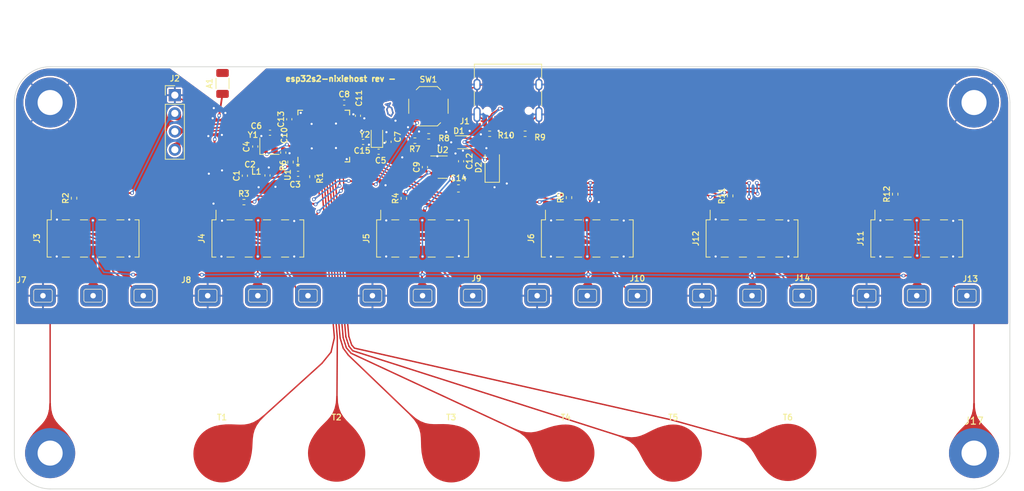
<source format=kicad_pcb>
(kicad_pcb (version 20211014) (generator pcbnew)
  (layers (0 "F.Cu" signal) (31 "B.Cu" signal) (34 "B.Paste" user) (35 "F.Paste" user) (36 "B.SilkS" user "B.Silkscreen") (37 "F.SilkS" user "F.Silkscreen") (38 "B.Mask" user) (39 "F.Mask" user) (44 "Edge.Cuts" user))
  (net 0 "")
  (net 1 "Net-(A1-Pad1)")
  (net 3 "GND")
  (net 4 "Net-(C2-Pad1)")
  (net 5 "Net-(C3-Pad2)")
  (net 6 "Net-(C4-Pad2)")
  (net 7 "Net-(C5-Pad2)")
  (net 8 "Net-(C6-Pad2)")
  (net 9 "Net-(C7-Pad2)")
  (net 10 "Net-(C8-Pad1)")
  (net 11 "VDD")
  (net 12 "VBUS")
  (net 13 "D+")
  (net 14 "D-")
  (net 15 "USBBUS")
  (net 16 "Net-(J1-PadA5)")
  (net 18 "Net-(J1-PadB5)")
  (net 20 "TX")
  (net 21 "RX")
  (net 22 "LEDCTL0")
  (net 25 "LEDCTL1")
  (net 28 "LEDCTL2")
  (net 31 "LEDCTL3")
  (net 34 "GPIO0")
  (net 35 "CHIP_PU")
  (net 36 "Net-(R7-Pad2)")
  (net 37 "Net-(R8-Pad1)")
  (net 38 "Net-(T1-Pad1)")
  (net 39 "Net-(T2-Pad1)")
  (net 40 "Net-(T3-Pad1)")
  (net 41 "Net-(T4-Pad1)")
  (net 42 "Net-(T5-Pad1)")
  (net 43 "Net-(T6-Pad1)")
  (net 45 "LEDCTL4")
  (net 46 "LEDCTL5")
  (footprint "Resistor_SMD:R_0402_1005Metric" (layer "F.Cu") (at 142.95 105.05 90)
    (fp_text reference "R11")
    (fp_text value "10k")
  )
  (footprint "nixiehostslot:nixiehostslot" (layer "F.Cu") (at 123 119)
    (fp_text reference "J10")
    (fp_text value "OUTPUTSLOTS3")
    (fp_line (start 5.7 0.6) (end 5.7 -0.6) (layer "Edge.Cuts") (width 0.12))
    (fp_line (start 1 0.9) (end -1 0.9) (layer "Edge.Cuts") (width 0.12))
    (fp_line (start -8 -0.9) (end -6 -0.9) (layer "Edge.Cuts") (width 0.12))
    (fp_line (start -8.3 0.6) (end -8.3 -0.6) (layer "Edge.Cuts") (width 0.12))
    (fp_line (start 8 0.9) (end 6 0.9) (layer "Edge.Cuts") (width 0.12))
    (fp_line (start 1.3 -0.6) (end 1.3 0.6) (layer "Edge.Cuts") (width 0.12))
    (fp_line (start -1 -0.9) (end 1 -0.9) (layer "Edge.Cuts") (width 0.12))
    (fp_line (start -5.7 -0.6) (end -5.7 0.6) (layer "Edge.Cuts") (width 0.12))
    (fp_line (start 8.3 -0.6) (end 8.3 0.6) (layer "Edge.Cuts") (width 0.12))
    (fp_line (start -6 0.9) (end -8 0.9) (layer "Edge.Cuts") (width 0.12))
    (fp_line (start -1.3 0.6) (end -1.3 -0.6) (layer "Edge.Cuts") (width 0.12))
    (fp_line (start 6 -0.9) (end 8 -0.9) (layer "Edge.Cuts") (width 0.12))
    (fp_arc (start 1 -0.9) (mid 1.212132 -0.812132) (end 1.3 -0.6) (layer "Edge.Cuts") (width 0.12))
    (fp_arc (start 1.3 0.6) (mid 1.212132 0.812132) (end 1 0.9) (layer "Edge.Cuts") (width 0.12))
    (fp_arc (start 8 -0.9) (mid 8.212132 -0.812132) (end 8.3 -0.6) (layer "Edge.Cuts") (width 0.12))
    (fp_arc (start -5.7 0.6) (mid -5.787868 0.812132) (end -6 0.9) (layer "Edge.Cuts") (width 0.12))
    (fp_arc (start -1.3 -0.6) (mid -1.212132 -0.812132) (end -1 -0.9) (layer "Edge.Cuts") (width 0.12))
    (fp_arc (start -6 -0.9) (mid -5.787868 -0.812132) (end -5.7 -0.6) (layer "Edge.Cuts") (width 0.12))
    (fp_arc (start -8 0.9) (mid -8.212132 0.812132) (end -8.3 0.6) (layer "Edge.Cuts") (width 0.12))
    (fp_arc (start 6 0.9) (mid 5.787868 0.812132) (end 5.7 0.6) (layer "Edge.Cuts") (width 0.12))
    (fp_arc (start -1 0.9) (mid -1.212132 0.812132) (end -1.3 0.6) (layer "Edge.Cuts") (width 0.12))
    (fp_arc (start 5.7 -0.6) (mid 5.787868 -0.812132) (end 6 -0.9) (layer "Edge.Cuts") (width 0.12))
    (fp_arc (start 8.3 0.6) (mid 8.212132 0.812132) (end 8 0.9) (layer "Edge.Cuts") (width 0.12))
    (fp_arc (start -8.3 -0.6) (mid -8.212132 -0.812132) (end -8 -0.9) (layer "Edge.Cuts") (width 0.12))
  )
  (footprint "nixiehostslot:nixiehostslot" (layer "F.Cu") (at 54 119)
    (fp_text reference "J7")
    (fp_text value "OUTPUTSLOTS0")
    (fp_line (start -1 -0.9) (end 1 -0.9) (layer "Edge.Cuts") (width 0.12))
    (fp_line (start 8 0.9) (end 6 0.9) (layer "Edge.Cuts") (width 0.12))
    (fp_line (start -8.3 0.6) (end -8.3 -0.6) (layer "Edge.Cuts") (width 0.12))
    (fp_line (start 1 0.9) (end -1 0.9) (layer "Edge.Cuts") (width 0.12))
    (fp_line (start -6 0.9) (end -8 0.9) (layer "Edge.Cuts") (width 0.12))
    (fp_line (start 8.3 -0.6) (end 8.3 0.6) (layer "Edge.Cuts") (width 0.12))
    (fp_line (start -1.3 0.6) (end -1.3 -0.6) (layer "Edge.Cuts") (width 0.12))
    (fp_line (start 5.7 0.6) (end 5.7 -0.6) (layer "Edge.Cuts") (width 0.12))
    (fp_line (start 6 -0.9) (end 8 -0.9) (layer "Edge.Cuts") (width 0.12))
    (fp_line (start -8 -0.9) (end -6 -0.9) (layer "Edge.Cuts") (width 0.12))
    (fp_line (start -5.7 -0.6) (end -5.7 0.6) (layer "Edge.Cuts") (width 0.12))
    (fp_line (start 1.3 -0.6) (end 1.3 0.6) (layer "Edge.Cuts") (width 0.12))
    (fp_arc (start -8 0.9) (mid -8.212132 0.812132) (end -8.3 0.6) (layer "Edge.Cuts") (width 0.12))
    (fp_arc (start -5.7 0.6) (mid -5.787868 0.812132) (end -6 0.9) (layer "Edge.Cuts") (width 0.12))
    (fp_arc (start 1.3 0.6) (mid 1.212132 0.812132) (end 1 0.9) (layer "Edge.Cuts") (width 0.12))
    (fp_arc (start -1 0.9) (mid -1.212132 0.812132) (end -1.3 0.6) (layer "Edge.Cuts") (width 0.12))
    (fp_arc (start -1.3 -0.6) (mid -1.212132 -0.812132) (end -1 -0.9) (layer "Edge.Cuts") (width 0.12))
    (fp_arc (start 8.3 0.6) (mid 8.212132 0.812132) (end 8 0.9) (layer "Edge.Cuts") (width 0.12))
    (fp_arc (start -6 -0.9) (mid -5.787868 -0.812132) (end -5.7 -0.6) (layer "Edge.Cuts") (width 0.12))
    (fp_arc (start 1 -0.9) (mid 1.212132 -0.812132) (end 1.3 -0.6) (layer "Edge.Cuts") (width 0.12))
    (fp_arc (start 8 -0.9) (mid 8.212132 -0.812132) (end 8.3 -0.6) (layer "Edge.Cuts") (width 0.12))
    (fp_arc (start 6 0.9) (mid 5.787868 0.812132) (end 5.7 0.6) (layer "Edge.Cuts") (width 0.12))
    (fp_arc (start -8.3 -0.6) (mid -8.212132 -0.812132) (end -8 -0.9) (layer "Edge.Cuts") (width 0.12))
    (fp_arc (start 5.7 -0.6) (mid 5.787868 -0.812132) (end 6 -0.9) (layer "Edge.Cuts") (width 0.12))
  )
  (footprint "Crystal:Crystal_SMD_2016-4Pin_2.0x1.6mm" (layer "F.Cu") (at 78.63 98.1)
    (fp_text reference "Y1")
    (fp_text value "40MHz")
  )
  (footprint "Resistor_SMD:R_0402_1005Metric" (layer "F.Cu") (at 165.99 104.81 90)
    (fp_text reference "R12")
    (fp_text value "10k")
  )
  (footprint "Connector_PinSocket_2.54mm:PinSocket_2x05_P2.54mm_Vertical_SMD" (layer "F.Cu") (at 169 111 90)
    (fp_text reference "J11")
    (fp_text value "OUTPUTPINS5")
  )
  (footprint "Connector_USB:USB_C_Receptacle_HRO_TYPE-C-31-M-12" (layer "F.Cu") (at 111.93 90.54 180)
    (fp_text reference "J1")
    (fp_text value "USB_C_Receptacle_USB2.0")
  )
  (footprint "Resistor_SMD:R_0402_1005Metric" (layer "F.Cu") (at 100.86 96.72)
    (fp_text reference "R8")
    (fp_text value "22")
  )
  (footprint "nixiehostslot:nixiehostslot" (layer "F.Cu") (at 169 119)
    (fp_text reference "J13")
    (fp_text value "OUTPUTSLOTS5")
    (fp_line (start 1 0.9) (end -1 0.9) (layer "Edge.Cuts") (width 0.12))
    (fp_line (start 8.3 -0.6) (end 8.3 0.6) (layer "Edge.Cuts") (width 0.12))
    (fp_line (start -6 0.9) (end -8 0.9) (layer "Edge.Cuts") (width 0.12))
    (fp_line (start 8 0.9) (end 6 0.9) (layer "Edge.Cuts") (width 0.12))
    (fp_line (start -1 -0.9) (end 1 -0.9) (layer "Edge.Cuts") (width 0.12))
    (fp_line (start 5.7 0.6) (end 5.7 -0.6) (layer "Edge.Cuts") (width 0.12))
    (fp_line (start -8.3 0.6) (end -8.3 -0.6) (layer "Edge.Cuts") (width 0.12))
    (fp_line (start -8 -0.9) (end -6 -0.9) (layer "Edge.Cuts") (width 0.12))
    (fp_line (start -5.7 -0.6) (end -5.7 0.6) (layer "Edge.Cuts") (width 0.12))
    (fp_line (start -1.3 0.6) (end -1.3 -0.6) (layer "Edge.Cuts") (width 0.12))
    (fp_line (start 6 -0.9) (end 8 -0.9) (layer "Edge.Cuts") (width 0.12))
    (fp_line (start 1.3 -0.6) (end 1.3 0.6) (layer "Edge.Cuts") (width 0.12))
    (fp_arc (start 1.3 0.6) (mid 1.212132 0.812132) (end 1 0.9) (layer "Edge.Cuts") (width 0.12))
    (fp_arc (start -8.3 -0.6) (mid -8.212132 -0.812132) (end -8 -0.9) (layer "Edge.Cuts") (width 0.12))
    (fp_arc (start 8 -0.9) (mid 8.212132 -0.812132) (end 8.3 -0.6) (layer "Edge.Cuts") (width 0.12))
    (fp_arc (start 5.7 -0.6) (mid 5.787868 -0.812132) (end 6 -0.9) (layer "Edge.Cuts") (width 0.12))
    (fp_arc (start 6 0.9) (mid 5.787868 0.812132) (end 5.7 0.6) (layer "Edge.Cuts") (width 0.12))
    (fp_arc (start -6 -0.9) (mid -5.787868 -0.812132) (end -5.7 -0.6) (layer "Edge.Cuts") (width 0.12))
    (fp_arc (start -8 0.9) (mid -8.212132 0.812132) (end -8.3 0.6) (layer "Edge.Cuts") (width 0.12))
    (fp_arc (start -5.7 0.6) (mid -5.787868 0.812132) (end -6 0.9) (layer "Edge.Cuts") (width 0.12))
    (fp_arc (start -1 0.9) (mid -1.212132 0.812132) (end -1.3 0.6) (layer "Edge.Cuts") (width 0.12))
    (fp_arc (start 8.3 0.6) (mid 8.212132 0.812132) (end 8 0.9) (layer "Edge.Cuts") (width 0.12))
    (fp_arc (start 1 -0.9) (mid 1.212132 -0.812132) (end 1.3 -0.6) (layer "Edge.Cuts") (width 0.12))
    (fp_arc (start -1.3 -0.6) (mid -1.212132 -0.812132) (end -1 -0.9) (layer "Edge.Cuts") (width 0.12))
  )
  (footprint "nixiehostslot:nixiehostslot" (layer "F.Cu") (at 77 119)
    (fp_text reference "J8")
    (fp_text value "OUTPUTSLOTS1")
    (fp_line (start 5.7 0.6) (end 5.7 -0.6) (layer "Edge.Cuts") (width 0.12))
    (fp_line (start 1 0.9) (end -1 0.9) (layer "Edge.Cuts") (width 0.12))
    (fp_line (start 6 -0.9) (end 8 -0.9) (layer "Edge.Cuts") (width 0.12))
    (fp_line (start 8.3 -0.6) (end 8.3 0.6) (layer "Edge.Cuts") (width 0.12))
    (fp_line (start -8.3 0.6) (end -8.3 -0.6) (layer "Edge.Cuts") (width 0.12))
    (fp_line (start -8 -0.9) (end -6 -0.9) (layer "Edge.Cuts") (width 0.12))
    (fp_line (start 1.3 -0.6) (end 1.3 0.6) (layer "Edge.Cuts") (width 0.12))
    (fp_line (start -6 0.9) (end -8 0.9) (layer "Edge.Cuts") (width 0.12))
    (fp_line (start 8 0.9) (end 6 0.9) (layer "Edge.Cuts") (width 0.12))
    (fp_line (start -1 -0.9) (end 1 -0.9) (layer "Edge.Cuts") (width 0.12))
    (fp_line (start -1.3 0.6) (end -1.3 -0.6) (layer "Edge.Cuts") (width 0.12))
    (fp_line (start -5.7 -0.6) (end -5.7 0.6) (layer "Edge.Cuts") (width 0.12))
    (fp_arc (start 1 -0.9) (mid 1.212132 -0.812132) (end 1.3 -0.6) (layer "Edge.Cuts") (width 0.12))
    (fp_arc (start -1.3 -0.6) (mid -1.212132 -0.812132) (end -1 -0.9) (layer "Edge.Cuts") (width 0.12))
    (fp_arc (start -6 -0.9) (mid -5.787868 -0.812132) (end -5.7 -0.6) (layer "Edge.Cuts") (width 0.12))
    (fp_arc (start -5.7 0.6) (mid -5.787868 0.812132) (end -6 0.9) (layer "Edge.Cuts") (width 0.12))
    (fp_arc (start 8.3 0.6) (mid 8.212132 0.812132) (end 8 0.9) (layer "Edge.Cuts") (width 0.12))
    (fp_arc (start -1 0.9) (mid -1.212132 0.812132) (end -1.3 0.6) (layer "Edge.Cuts") (width 0.12))
    (fp_arc (start 5.7 -0.6) (mid 5.787868 -0.812132) (end 6 -0.9) (layer "Edge.Cuts") (width 0.12))
    (fp_arc (start 6 0.9) (mid 5.787868 0.812132) (end 5.7 0.6) (layer "Edge.Cuts") (width 0.12))
    (fp_arc (start -8.3 -0.6) (mid -8.212132 -0.812132) (end -8 -0.9) (layer "Edge.Cuts") (width 0.12))
    (fp_arc (start -8 0.9) (mid -8.212132 0.812132) (end -8.3 0.6) (layer "Edge.Cuts") (width 0.12))
    (fp_arc (start 1.3 0.6) (mid 1.212132 0.812132) (end 1 0.9) (layer "Edge.Cuts") (width 0.12))
    (fp_arc (start 8 -0.9) (mid 8.212132 -0.812132) (end 8.3 -0.6) (layer "Edge.Cuts") (width 0.12))
  )
  (footprint "TouchPadTest:TouchExposed6" (layer "F.Cu") (at 104 141)
    (fp_text reference "T3")
    (fp_text value "TOUCH")
  )
  (footprint "Diode_SMD:D_SOD-123F" (layer "F.Cu") (at 109.73 100.945 90)
    (fp_text reference "D2")
    (fp_text value "SCH")
  )
  (footprint "localparts:ESP32S2" (layer "F.Cu") (at 86.2075 96.69 90)
    (fp_text reference "U1")
    (fp_text value "ESP32-S2")
  )
  (footprint "Capacitor_SMD:C_0402_1005Metric" (layer "F.Cu") (at 95.25 97.49 90)
    (fp_text reference "C7")
    (fp_text value "10p")
  )
  (footprint "Capacitor_SMD:C_0402_1005Metric" (layer "F.Cu") (at 75.19 102.23 90)
    (fp_text reference "C1")
    (fp_text value "NP")
  )
  (footprint "Resistor_SMD:R_0402_1005Metric" (layer "F.Cu") (at 109.37 96.37 180)
    (fp_text reference "R10")
    (fp_text value "5.1k")
  )
  (footprint "TouchPadTest:TouchExposed6" (layer "F.Cu") (at 88 140.9)
    (fp_text reference "T2")
    (fp_text value "TOUCH")
  )
  (footprint "Resistor_SMD:R_0402_1005Metric" (layer "F.Cu") (at 75.06 105.92)
    (fp_text reference "R3")
    (fp_text value "10k")
  )
  (footprint "Capacitor_SMD:C_0402_1005Metric" (layer "F.Cu") (at 93.87 98.87)
    (fp_text reference "C5")
    (fp_text value "10p")
  )
  (footprint "Package_TO_SOT_SMD:SOT-23" (layer "F.Cu") (at 102.81 101.03)
    (fp_text reference "U2")
    (fp_text value "ME6206A36M3G")
  )
  (footprint "Connector_PinSocket_2.54mm:PinSocket_2x05_P2.54mm_Vertical_SMD" (layer "F.Cu") (at 146 111 90)
    (fp_text reference "J12")
    (fp_text value "OUTPUTPINS4")
  )
  (footprint "Capacitor_SMD:C_0402_1005Metric" (layer "F.Cu") (at 78.7 96.22)
    (fp_text reference "C6")
    (fp_text value "10p")
  )
  (footprint "nixiehostslot:nixiehostslot" (layer "F.Cu") (at 100 119)
    (fp_text reference "J9")
    (fp_text value "OUTPUTSLOTS2")
    (fp_line (start 8 0.9) (end 6 0.9) (layer "Edge.Cuts") (width 0.12))
    (fp_line (start -8.3 0.6) (end -8.3 -0.6) (layer "Edge.Cuts") (width 0.12))
    (fp_line (start 8.3 -0.6) (end 8.3 0.6) (layer "Edge.Cuts") (width 0.12))
    (fp_line (start 1 0.9) (end -1 0.9) (layer "Edge.Cuts") (width 0.12))
    (fp_line (start 1.3 -0.6) (end 1.3 0.6) (layer "Edge.Cuts") (width 0.12))
    (fp_line (start -1.3 0.6) (end -1.3 -0.6) (layer "Edge.Cuts") (width 0.12))
    (fp_line (start -1 -0.9) (end 1 -0.9) (layer "Edge.Cuts") (width 0.12))
    (fp_line (start -8 -0.9) (end -6 -0.9) (layer "Edge.Cuts") (width 0.12))
    (fp_line (start 5.7 0.6) (end 5.7 -0.6) (layer "Edge.Cuts") (width 0.12))
    (fp_line (start -6 0.9) (end -8 0.9) (layer "Edge.Cuts") (width 0.12))
    (fp_line (start 6 -0.9) (end 8 -0.9) (layer "Edge.Cuts") (width 0.12))
    (fp_line (start -5.7 -0.6) (end -5.7 0.6) (layer "Edge.Cuts") (width 0.12))
    (fp_arc (start -1 0.9) (mid -1.212132 0.812132) (end -1.3 0.6) (layer "Edge.Cuts") (width 0.12))
    (fp_arc (start 1.3 0.6) (mid 1.212132 0.812132) (end 1 0.9) (layer "Edge.Cuts") (width 0.12))
    (fp_arc (start 8 -0.9) (mid 8.212132 -0.812132) (end 8.3 -0.6) (layer "Edge.Cuts") (width 0.12))
    (fp_arc (start 1 -0.9) (mid 1.212132 -0.812132) (end 1.3 -0.6) (layer "Edge.Cuts") (width 0.12))
    (fp_arc (start -6 -0.9) (mid -5.787868 -0.812132) (end -5.7 -0.6) (layer "Edge.Cuts") (width 0.12))
    (fp_arc (start 8.3 0.6) (mid 8.212132 0.812132) (end 8 0.9) (layer "Edge.Cuts") (width 0.12))
    (fp_arc (start -5.7 0.6) (mid -5.787868 0.812132) (end -6 0.9) (layer "Edge.Cuts") (width 0.12))
    (fp_arc (start 6 0.9) (mid 5.787868 0.812132) (end 5.7 0.6) (layer "Edge.Cuts") (width 0.12))
    (fp_arc (start -1.3 -0.6) (mid -1.212132 -0.812132) (end -1 -0.9) (layer "Edge.Cuts") (width 0.12))
    (fp_arc (start -8 0.9) (mid -8.212132 0.812132) (end -8.3 0.6) (layer "Edge.Cuts") (width 0.12))
    (fp_arc (start -8.3 -0.6) (mid -8.212132 -0.812132) (end -8 -0.9) (layer "Edge.Cuts") (width 0.12))
    (fp_arc (start 5.7 -0.6) (mid 5.787868 -0.812132) (end 6 -0.9) (layer "Edge.Cuts") (width 0.12))
  )
  (footprint "Button_Switch_SMD:SW_SPST_TL3342" (layer "F.Cu") (at 100.82 92.52)
    (fp_text reference "SW1")
    (fp_text value "TS-1187A-B-A-B")
  )
  (footprint "Capacitor_SMD:C_0402_1005Metric" (layer "F.Cu") (at 91.7 97.51)
    (fp_text reference "C15")
    (fp_text value "0.1u16v")
  )
  (footprint "Resistor_SMD:R_0402_1005Metric" (layer "F.Cu") (at 97.39 105.39 90)
    (fp_text reference "R4")
    (fp_text value "10k")
  )
  (footprint "nixiehostslot:nixiehostslot" (layer "F.Cu") (at 146 119)
    (fp_text reference "J14")
    (fp_text value "OUTPUTSLOTS4")
    (fp_line (start -1 -0.9) (end 1 -0.9) (layer "Edge.Cuts") (width 0.12))
    (fp_line (start 5.7 0.6) (end 5.7 -0.6) (layer "Edge.Cuts") (width 0.12))
    (fp_line (start -1.3 0.6) (end -1.3 -0.6) (layer "Edge.Cuts") (width 0.12))
    (fp_line (start 6 -0.9) (end 8 -0.9) (layer "Edge.Cuts") (width 0.12))
    (fp_line (start 1.3 -0.6) (end 1.3 0.6) (layer "Edge.Cuts") (width 0.12))
    (fp_line (start -8.3 0.6) (end -8.3 -0.6) (layer "Edge.Cuts") (width 0.12))
    (fp_line (start -5.7 -0.6) (end -5.7 0.6) (layer "Edge.Cuts") (width 0.12))
    (fp_line (start 8 0.9) (end 6 0.9) (layer "Edge.Cuts") (width 0.12))
    (fp_line (start 8.3 -0.6) (end 8.3 0.6) (layer "Edge.Cuts") (width 0.12))
    (fp_line (start -8 -0.9) (end -6 -0.9) (layer "Edge.Cuts") (width 0.12))
    (fp_line (start -6 0.9) (end -8 0.9) (layer "Edge.Cuts") (width 0.12))
    (fp_line (start 1 0.9) (end -1 0.9) (layer "Edge.Cuts") (width 0.12))
    (fp_arc (start -8.3 -0.6) (mid -8.212132 -0.812132) (end -8 -0.9) (layer "Edge.Cuts") (width 0.12))
    (fp_arc (start -6 -0.9) (mid -5.787868 -0.812132) (end -5.7 -0.6) (layer "Edge.Cuts") (width 0.12))
    (fp_arc (start 8 -0.9) (mid 8.212132 -0.812132) (end 8.3 -0.6) (layer "Edge.Cuts") (width 0.12))
    (fp_arc (start -1.3 -0.6) (mid -1.212132 -0.812132) (end -1 -0.9) (layer "Edge.Cuts") (width 0.12))
    (fp_arc (start 6 0.9) (mid 5.787868 0.812132) (end 5.7 0.6) (layer "Edge.Cuts") (width 0.12))
    (fp_arc (start 1 -0.9) (mid 1.212132 -0.812132) (end 1.3 -0.6) (layer "Edge.Cuts") (width 0.12))
    (fp_arc (start -1 0.9) (mid -1.212132 0.812132) (end -1.3 0.6) (layer "Edge.Cuts") (width 0.12))
    (fp_arc (start -5.7 0.6) (mid -5.787868 0.812132) (end -6 0.9) (layer "Edge.Cuts") (width 0.12))
    (fp_arc (start 1.3 0.6) (mid 1.212132 0.812132) (end 1 0.9) (layer "Edge.Cuts") (width 0.12))
    (fp_arc (start 8.3 0.6) (mid 8.212132 0.812132) (end 8 0.9) (layer "Edge.Cuts") (width 0.12))
    (fp_arc (start -8 0.9) (mid -8.212132 0.812132) (end -8.3 0.6) (layer "Edge.Cuts") (width 0.12))
    (fp_arc (start 5.7 -0.6) (mid 5.787868 -0.812132) (end 6 -0.9) (layer "Edge.Cuts") (width 0.12))
  )
  (footprint "Capacitor_SMD:C_0402_1005Metric" (layer "F.Cu") (at 80.55 99 -90)
    (fp_text reference "C10")
    (fp_text value "0.1u16v")
  )
  (footprint "Crystal:Crystal_SMD_2012-2Pin_2.0x1.2mm" (layer "F.Cu") (at 93.63 97.07 90)
    (fp_text reference "Y2")
    (fp_text value "32.786k")
  )
  (footprint "Resistor_SMD:R_0402_1005Metric" (layer "F.Cu") (at 51.34 105.37 90)
    (fp_text reference "R2")
    (fp_text value "10k")
  )
  (footprint "Resistor_SMD:R_1206_3216Metric" (layer "F.Cu") (at 72.07 89.33 90)
    (fp_text reference "A1")
    (fp_text value "ANT")
  )
  (footprint "Capacitor_SMD:C_0402_1005Metric" (layer "F.Cu") (at 100.33 101.03 90)
    (fp_text reference "C9")
    (fp_text value "10u")
  )
  (footprint "Connector_PinSocket_2.54mm:PinSocket_2x05_P2.54mm_Vertical_SMD" (layer "F.Cu") (at 100 111 90)
    (fp_text reference "J5")
    (fp_text value "OUTPUTPINS2")
  )
  (footprint "TouchPadTest:TouchExposed6" (layer "F.Cu") (at 151 140.8)
    (fp_text reference "T6")
    (fp_text value "TOUCH")
  )
  (footprint "Resistor_SMD:R_0402_1005Metric" (layer "F.Cu") (at 98.93 97.33 180)
    (fp_text reference "R7")
    (fp_text value "22")
  )
  (footprint "Resistor_SMD:R_0402_1005Metric" (layer "F.Cu") (at 84.62 102.36 -90)
    (fp_text reference "R1")
    (fp_text value "5.1k")
  )
  (footprint "Connector_PinHeader_2.54mm:PinHeader_1x04_P2.54mm_Vertical" (layer "F.Cu") (at 65.41 90.97)
    (fp_text reference "J2")
    (fp_text value "PGM")
  )
  (footprint "TouchPadTest:TouchExposed6" (layer "F.Cu") (at 120 140.9)
    (fp_text reference "T4")
    (fp_text value "TOUCH")
  )
  (footprint "Resistor_SMD:R_0402_1005Metric" (layer "F.Cu") (at 81.56 100.32 -90)
    (fp_text reference "R6")
    (fp_text value "5.1k")
  )
  (footprint "Capacitor_SMD:C_0402_1005Metric" (layer "F.Cu") (at 82.62 101.96)
    (fp_text reference "C3")
    (fp_text value "10p")
  )
  (footprint "Capacitor_SMD:C_0402_1005Metric" (layer "F.Cu") (at 78.35 102.19 90)
    (fp_text reference "C2")
    (fp_text value "NP")
  )
  (footprint "MountingHole:MountingHole_3.5mm_Pad" (layer "F.Cu") (at 48 92)
    (fp_text reference "J15" hide)
    (fp_text value "~")
  )
  (footprint "Resistor_SMD:R_0402_1005Metric" (layer "F.Cu") (at 120.45 105.29 90)
    (fp_text reference "R5")
    (fp_text value "10k")
  )
  (footprint "TouchPadTest:TouchExposed6" (layer "F.Cu") (at 72 141)
    (fp_text reference "T1")
    (fp_text value "TOUCH")
  )
  (footprint "MountingHole:MountingHole_3.5mm_Pad" (layer "F.Cu") (at 177 92)
    (fp_text reference "J16" hide)
    (fp_text value "~")
  )
  (footprint "Capacitor_SMD:C_0402_1005Metric" (layer "F.Cu") (at 76.64 98.15 -90)
    (fp_text reference "C4")
    (fp_text value "10p")
  )
  (footprint "Resistor_SMD:R_0402_1005Metric" (layer "F.Cu") (at 114.32 96.37)
    (fp_text reference "R9")
    (fp_text value "5.1k")
  )
  (footprint "Capacitor_SMD:C_0402_1005Metric" (layer "F.Cu") (at 89.06 92.01)
    (fp_text reference "C8")
    (fp_text value "1u")
  )
  (footprint "MountingHole:MountingHole_3.5mm_Pad" (layer "F.Cu") (at 48 141)
    (fp_text reference "J18" hide)
    (fp_text value "~")
  )
  (footprint "Package_TO_SOT_SMD:SOT-666" (layer "F.Cu") (at 105.69 97.55)
    (fp_text reference "D1")
    (fp_text value "USBLC6-2P6-TVS")
  )
  (footprint "Inductor_SMD:L_0402_1005Metric" (layer "F.Cu") (at 76.78 102.83)
    (fp_text reference "L1")
    (fp_text value "6.8nH")
  )
  (footprint "Connector_PinSocket_2.54mm:PinSocket_2x05_P2.54mm_Vertical_SMD" (layer "F.Cu") (at 123 111 90)
    (fp_text reference "J6")
    (fp_text value "OUTPUTPINS3")
  )
  (footprint "Capacitor_SMD:C_0402_1005Metric" (layer "F.Cu") (at 81.39 94.34 90)
    (fp_text reference "C13")
    (fp_text value "0.1u16v")
  )
  (footprint "Capacitor_SMD:C_0603_1608Metric" (layer "F.Cu") (at 105.01 104)
    (fp_text reference "C14")
    (fp_text value "10u")
  )
  (footprint "MountingHole:MountingHole_3.5mm_Pad" (layer "F.Cu") (at 177 141)
    (fp_text reference "J17")
    (fp_text value "~")
  )
  (footprint "Capacitor_SMD:C_0402_1005Metric" (layer "F.Cu") (at 90.98 93.85 90)
    (fp_text reference "C11")
    (fp_text value "0.1u16v")
  )
  (footprint "Capacitor_SMD:C_0402_1005Metric" (layer "F.Cu") (at 105.38 100.21 -90)
    (fp_text reference "C12")
    (fp_text value "1u")
  )
  (footprint "TouchPadTest:TouchExposed6" (layer "F.Cu") (at 135 140.9)
    (fp_text reference "T5")
    (fp_text value "TOUCH")
  )
  (footprint "Connector_PinSocket_2.54mm:PinSocket_2x05_P2.54mm_Vertical_SMD" (layer "F.Cu") (at 77 111 90)
    (fp_text reference "J4")
    (fp_text value "OUTPUTPINS1")
  )
  (footprint "Connector_PinSocket_2.54mm:PinSocket_2x05_P2.54mm_Vertical_SMD" (layer "F.Cu") (at 54 111 90)
    (fp_text reference "J3")
    (fp_text value "OUTPUTPINS0")
  )
  (gr_arc (start 177 87) (mid 180.535534 88.464466) (end 182 92) (layer "Edge.Cuts") (width 0.1))
  (gr_arc (start 43 92) (mid 44.464466 88.464466) (end 48 87) (layer "Edge.Cuts") (width 0.1))
  (gr_arc (start 182 141) (mid 180.535534 144.535534) (end 177 146) (layer "Edge.Cuts") (width 0.1))
  (gr_line (start 48 87) (end 177 87) (layer "Edge.Cuts") (width 0.1))
  (gr_line (start 43 141) (end 43 92) (layer "Edge.Cuts") (width 0.1))
  (gr_line (start 177 146) (end 48 146) (layer "Edge.Cuts") (width 0.1))
  (gr_line (start 182 92) (end 182 141) (layer "Edge.Cuts") (width 0.1))
  (gr_arc (start 48 146) (mid 44.464466 144.535534) (end 43 141) (layer "Edge.Cuts") (width 0.1))
  (gr_text "*" (at 82.6 100.98) (layer "F.SilkS") (effects (font (size 0.8 0.8))))
  (gr_text "esp32s2-nixiehost rev -" (at 88.57 88.68) (layer "F.SilkS") (effects (font (size 0.8 0.8) (thickness 0.2))))
  (segment (start 94.823975 92.27) (end 95.69 92.77) (width 0.2) (layer "F.Cu") (net 0))
  (segment (start 95.623013 93.886025) (end 95.19 93.636025) (width 0.2) (layer "F.Cu") (net 0))
  (segment (start 95.006987 92.953013) (end 95.506987 92.086987) (width 0.2) (layer "F.Cu") (net 0))
  (segment (start 95.69 92.77) (end 95.873013 93.453013) (width 0.2) (layer "F.Cu") (net 0))
  (segment (start 95.506987 92.086987) (end 94.823975 92.27) (width 0.2) (layer "F.Cu") (net 0))
  (segment (start 95.873013 93.453013) (end 95.623013 93.886025) (width 0.2) (layer "F.Cu") (net 0))
  (segment (start 95.19 93.636025) (end 95.006987 92.953013) (width 0.2) (layer "F.Cu") (net 0))
  (segment (start 95.873013 93.453013) (end 95.623013 93.886025) (width 0.2) (layer "B.Cu") (net 0))
  (segment (start 95.623013 93.886025) (end 95.19 93.636025) (width 0.2) (layer "B.Cu") (net 0))
  (segment (start 95.69 92.77) (end 95.873013 93.453013) (width 0.2) (layer "B.Cu") (net 0))
  (segment (start 95.19 93.636025) (end 95.006987 92.953013) (width 0.2) (layer "B.Cu") (net 0))
  (segment (start 95.006987 92.953013) (end 95.506987 92.086987) (width 0.2) (layer "B.Cu") (net 0))
  (segment (start 94.823975 92.27) (end 95.69 92.77) (width 0.2) (layer "B.Cu") (net 0))
  (segment (start 95.506987 92.086987) (end 94.823975 92.27) (width 0.2) (layer "B.Cu") (net 0))
  (segment (start 75.19 102.71) (end 72.51 102.6) (width 0.25) (layer "F.Cu") (net 1))
  (segment (start 76.295 102.83) (end 75.19 102.71) (width 0.25) (layer "F.Cu") (net 1))
  (segment (start 71.61 93.82) (end 72.07 90.7925) (width 0.25) (layer "F.Cu") (net 1))
  (segment (start 70.66 101.11) (end 70.98 97.14) (width 0.25) (layer "F.Cu") (net 1))
  (segment (start 71.24 102.27) (end 70.66 101.11) (width 0.25) (layer "F.Cu") (net 1))
  (segment (start 72.51 102.6) (end 71.24 102.27) (width 0.25) (layer "F.Cu") (net 1))
  (via (at 70.98 97.14) (size 0.5) (drill 0.3) (layers "F.Cu" "B.Cu") (net 1))
  (via (at 71.61 93.82) (size 0.5) (drill 0.3) (layers "F.Cu" "B.Cu") (net 1))
  (segment (start 70.98 97.14) (end 71.61 93.82) (width 0.25) (layer "B.Cu") (net 1))
  (segment (start 48.92 108.48) (end 48.95 108.36) (width 0.2) (layer "F.Cu") (net 3))
  (segment (start 70.695656 94.194344) (end 71 94.38) (width 0.2) (layer "F.Cu") (net 3))
  (segment (start 174.08 108.48) (end 174.09 108.54) (width 0.2) (layer "F.Cu") (net 3))
  (segment (start 78.22 96.22) (end 78.100062 96.770062) (width 0.2) (layer "F.Cu") (net 3))
  (segment (start 102.06 99.5) (end 101.8725 100.08) (width 0.2) (layer "F.Cu") (net 3))
  (segment (start 105.08 113.52) (end 105.07 113.46) (width 0.2) (layer "F.Cu") (net 3))
  (segment (start 80.55 99.48) (end 78.35 101.71) (width 0.2) (layer "F.Cu") (net 3))
  (segment (start 90.13 94.07) (end 89.645 94.09) (width 0.2) (layer "F.Cu") (net 3))
  (segment (start 104 97.56) (end 104.765 97.55) (width 0.2) (layer "F.Cu") (net 3))
  (segment (start 79.46 93.64) (end 81.39 93.86) (width 0.2) (layer "F.Cu") (net 3))
  (segment (start 116.25 93.67) (end 116.25 89.49) (width 0.2) (layer "F.Cu") (net 3))
  (segment (start 140.92 113.52) (end 140.92 108.48) (width 0.2) (layer "F.Cu") (net 3))
  (segment (start 114.83 96.37) (end 115.19 95.45) (width 0.2) (layer "F.Cu") (net 3))
  (segment (start 78.62 98.07) (end 78.78 98.3) (width 0.2) (layer "F.Cu") (net 3))
  (segment (start 128.08 108.48) (end 128.09 108.5) (width 0.2) (layer "F.Cu") (net 3))
  (segment (start 107.61 93.67) (end 107.61 89.49) (width 0.2) (layer "F.Cu") (net 3))
  (segment (start 92.18 97.51) (end 92.51 97.89) (width 0.2) (layer "F.Cu") (net 3))
  (segment (start 94.92 108.48) (end 94.83 103.56) (width 0.2) (layer "F.Cu") (net 3))
  (segment (start 84.53 98.41) (end 88.31 94.24) (width 0.2) (layer "F.Cu") (net 3))
  (segment (start 94.73 99.54) (end 95.08 99.08) (width 0.2) (layer "F.Cu") (net 3))
  (segment (start 78.35 101.71) (end 78.53 101.08) (width 0.2) (layer "F.Cu") (net 3))
  (segment (start 93.72 99.5) (end 94.09 99.6) (width 0.2) (layer "F.Cu") (net 3))
  (segment (start 78.100062 96.770062) (end 77.93 97.55) (width 0.2) (layer "F.Cu") (net 3))
  (segment (start 82.77 94.49) (end 82.17 94.47) (width 0.2) (layer "F.Cu") (net 3))
  (segment (start 48 141) (end 48 122) (width 0.2) (layer "F.Cu") (net 3))
  (segment (start 95.25 97.97) (end 95.08 99.08) (width 0.2) (layer "F.Cu") (net 3))
  (segment (start 92.51 97.89) (end 92.97 98.49) (width 0.2) (layer "F.Cu") (net 3))
  (segment (start 82.77 98.89) (end 81.87 98.89) (width 0.2) (layer "F.Cu") (net 3))
  (segment (start 108.86 96.37) (end 108.68 94.585) (width 0.2) (layer "F.Cu") (net 3))
  (segment (start 81.83 94.26) (end 81.39 93.86) (width 0.2) (layer "F.Cu") (net 3))
  (segment (start 88.31 94.24) (end 88.6 94.1) (width 0.2) (layer "F.Cu") (net 3))
  (segment (start 89.01 94.08) (end 89.645 94.09) (width 0.2) (layer "F.Cu") (net 3))
  (segment (start 81.427696 99.087696) (end 80.55 99.48) (width 0.2) (layer "F.Cu") (net 3))
  (segment (start 93.39 98.87) (end 93.72 99.5) (width 0.2) (layer "F.Cu") (net 3))
  (segment (start 90.93 93.55) (end 90.13 94.07) (width 0.2) (layer "F.Cu") (net 3))
  (segment (start 78.35 101.71) (end 75.19 101.75) (width 0.2) (layer "F.Cu") (net 3))
  (segment (start 88.6 94.1) (end 89.01 94.08) (width 0.2) (layer "F.Cu") (net 3))
  (segment (start 72 108.52) (end 71.92 108.48) (width 0.2) (layer "F.Cu") (net 3))
  (segment (start 115.19 95.45) (end 115.18 94.585) (width 0.2) (layer "F.Cu") (net 3))
  (segment (start 140.92 108.48) (end 140.93 108.33) (width 0.2) (layer "F.Cu") (net 3))
  (segment (start 108.45 89.49) (end 104.81 90.62) (width 0.2) (layer "F.Cu") (net 3))
  (segment (start 82.77 94.49) (end 83.9 94.48) (width 0.2) (layer "F.Cu") (net 3))
  (segment (start 81.87 98.89) (end 81.427696 99.087696) (width 0.2) (layer "F.Cu") (net 3))
  (segment (start 92.97 98.49) (end 93.39 98.87) (width 0.2) (layer "F.Cu") (net 3))
  (segment (start 83.9 94.48) (end 84.51 94.99) (width 0.2) (layer "F.Cu") (net 3))
  (segment (start 116.25 89.49) (end 107.61 89.49) (width 0.2) (layer "F.Cu") (net 3))
  (segment (start 105.785 104) (end 105.86 102.43) (width 0.2) (layer "F.Cu") (net 3))
  (segment (start 151.08 108.48) (end 151.08 108.51) (width 0.2) (layer "F.Cu") (net 3))
  (segment (start 100.33 100.55) (end 101.8725 100.08) (width 0.2) (layer "F.Cu") (net 3))
  (segment (start 77.93 97.55) (end 78.62 98.07) (width 0.2) (layer "F.Cu") (net 3))
  (segment (start 115.18 94.585) (end 116.25 93.67) (width 0.2) (layer "F.Cu") (net 3))
  (segment (start 103.97 90.62) (end 97.67 90.62) (width 0.2) (layer "F.Cu") (net 3))
  (segment (start 77.49 96.68) (end 78.100062 96.770062) (width 0.2) (layer "F.Cu") (net 3))
  (segment (start 65.41 90.97) (end 70.695656 94.194344) (width 0.2) (layer "F.Cu") (net 3))
  (segment (start 174.08 108.48) (end 174.08 113.52) (width 0.2) (layer "F.Cu") (net 3))
  (segment (start 117.92 108.48) (end 117.95 108.48) (width 0.2) (layer "F.Cu") (net 3))
  (segment (start 71.92 108.48) (end 71.92 113.52) (width 0.25) (layer "F.Cu") (net 3))
  (segment (start 79.33 98.65) (end 80.55 99.48) (width 0.2) (layer "F.Cu") (net 3))
  (segment (start 59.08 108.48) (end 59.05 108.36) (width 0.2) (layer "F.Cu") (net 3))
  (segment (start 95.08 99.08) (end 97.165938 99.664062) (width 0.2) (layer "F.Cu") (net 3))
  (segment (start 94.09 99.6) (end 94.73 99.54) (width 0.2) (layer "F.Cu") (net 3))
  (segment (start 75.19 101.75) (end 72 101.49) (width 0.2) (layer "F.Cu") (net 3))
  (segment (start 82.08 108.48) (end 82.08 108.56) (width 0.2) (layer "F.Cu") (net 3))
  (segment (start 151.08 108.51) (end 151.08 113.52) (width 0.2) (layer "F.Cu") (net 3))
  (segment (start 94.92 108.48) (end 94.93 108.48) (width 0.2) (layer "F.Cu") (net 3))
  (segment (start 86.2075 96.69) (end 87.91 94.94) (width 0.2) (layer "F.Cu") (net 3))
  (segment (start 90.34 93.65) (end 90.98 93.37) (width 0.2) (layer "F.Cu") (net 3))
  (segment (start 71 94.38) (end 71.47 94.47) (width 0.2) (layer "F.Cu") (net 3))
  (segment (start 82.17 94.47) (end 81.83 94.26) (width 0.2) (layer "F.Cu") (net 3))
  (segment (start 108.68 94.585) (end 107.61 93.67) (width 0.2) (layer "F.Cu") (net 3))
  (segment (start 97.165938 99.664062) (end 100.33 100.55) (width 0.2) (layer "F.Cu") (net 3))
  (segment (start 71.47 94.47) (end 79.46 93.64) (width 0.2) (layer "F.Cu") (net 3))
  (segment (start 89.54 92.01) (end 89.645 94.09) (width 0.2) (layer "F.Cu") (net 3))
  (segment (start 105.38 99.73) (end 104.596969 99.123031) (width 0.2) (layer "F.Cu") (net 3))
  (segment (start 177 141) (end 177 122) (width 0.2) (layer "F.Cu") (net 3))
  (segment (start 78.78 98.3) (end 79.33 98.65) (width 0.2) (layer "F.Cu") (net 3))
  (segment (start 77.93 97.55) (end 76.64 97.67) (width 0.2) (layer "F.Cu") (net 3))
  (via (at 99.51 96.05) (size 0.5) (drill 0.3) (layers "F.Cu" "B.Cu") (net 3))
  (via (at 48.95 108.36) (size 0.5) (drill 0.3) (layers "F.Cu" "B.Cu") (net 3))
  (via (at 97.165938 99.664062) (size 0.5) (drill 0.3) (layers "F.Cu" "B.Cu") (net 3))
  (via (at 82.08 113.52) (size 0.5) (drill 0.3) (layers "F.Cu" "B.Cu") (net 3))
  (via (at 71.98 96.53) (size 0.5) (drill 0.3) (layers "F.Cu" "B.Cu") (net 3))
  (via (at 91.87 94.21) (size 0.5) (drill 0.3) (layers "F.Cu" "B.Cu") (net 3))
  (via (at 87.91 98.36) (size 0.5) (drill 0.3) (layers "F.Cu" "B.Cu") (net 3))
  (via (at 94.96 96.14) (size 0.5) (drill 0.3) (layers "F.Cu" "B.Cu") (net 3))
  (via (at 117.95 108.48) (size 0.5) (drill 0.3) (layers "F.Cu" "B.Cu") (net 3))
  (via (at 78.53 101.08) (size 0.5) (drill 0.3) (layers "F.Cu" "B.Cu") (net 3))
  (via (at 104.596969 99.123031) (size 0.5) (drill 0.3) (layers "F.Cu" "B.Cu") (net 3))
  (via (at 124.61 105.91) (size 0.5) (drill 0.3) (layers "F.Cu" "B.Cu") (net 3))
  (via (at 72 101.49) (size 0.5) (drill 0.3) (layers "F.Cu" "B.Cu") (net 3))
  (via (at 97.97 95.45) (size 0.5) (drill 0.3) (layers "F.Cu" "B.Cu") (net 3))
  (via (at 104 97.56) (size 0.5) (drill 0.3) (layers "F.Cu" "B.Cu") (net 3))
  (via (at 117.92 113.52) (size 0.5) (drill 0.3) (layers "F.Cu" "B.Cu") (net 3))
  (via (at 96.22 94.54) (size 0.5) (drill 0.3) (layers "F.Cu" "B.Cu") (net 3))
  (via (at 77.49 96.68) (size 0.5) (drill 0.3) (layers "F.Cu" "B.Cu") (net 3))
  (via (at 106.57 95.97) (size 0.5) (drill 0.3) (layers "F.Cu" "B.Cu") (net 3))
  (via (at 89.41 99.91) (size 0.5) (drill 0.3) (layers "F.Cu" "B.Cu") (net 3))
  (via (at 94.93 108.48) (size 0.5) (drill 0.3) (layers "F.Cu" "B.Cu") (net 3))
  (via (at 102.25 97.99) (size 0.5) (drill 0.3) (layers "F.Cu" "B.Cu") (net 3))
  (via (at 80.34 96.48) (size 0.5) (drill 0.3) (layers "F.Cu" "B.Cu") (net 3))
  (via (at 151.08 108.51) (size 0.5) (drill 0.3) (layers "F.Cu" "B.Cu") (net 3))
  (via (at 59.08 113.52) (size 0.5) (drill 0.3) (layers "F.Cu" "B.Cu") (net 3))
  (via (at 102.06 99.5) (size 0.5) (drill 0.3) (layers "F.Cu" "B.Cu") (net 3))
  (via (at 140.93 108.33) (size 0.5) (drill 0.3) (layers "F.Cu" "B.Cu") (net 3))
  (via (at 79.46 103.78) (size 0.5) (drill 0.3) (layers "F.Cu" "B.Cu") (net 3))
  (via (at 87.91 94.94) (size 0.5) (drill 0.3) (layers "F.Cu" "B.Cu") (net 3))
  (via (at 70.16 101.95) (size 0.5) (drill 0.3) (layers "F.Cu" "B.Cu") (net 3))
  (via (at 70.09 96.69) (size 0.5) (drill 0.3) (layers "F.Cu" "B.Cu") (net 3))
  (via (at 128.08 113.52) (size 0.5) (drill 0.3) (layers "F.Cu" "B.Cu") (net 3))
  (via (at 84.51 94.99) (size 0.5) (drill 0.3) (layers "F.Cu" "B.Cu") (net 3))
  (via (at 94.68 97.64) (size 0.5) (drill 0.3) (layers "F.Cu" "B.Cu") (net 3))
  (via (at 70.85 92.78) (size 0.5) (drill 0.3) (layers "F.Cu" "B.Cu") (net 3))
  (via (at 70.81 106.13) (size 0.5) (drill 0.3) (layers "F.Cu" "B.Cu") (net 3))
  (via (at 91.497785 95.912215) (size 0.5) (drill 0.3) (layers "F.Cu" "B.Cu") (net 3))
  (via (at 110.05 103.84) (size 0.5) (drill 0.3) (layers "F.Cu" "B.Cu") (net 3))
  (via (at 128.09 108.5) (size 0.5) (drill 0.3) (layers "F.Cu" "B.Cu") (net 3))
  (via (at 174.09 108.54) (size 0.5) (drill 0.3) (layers "F.Cu" "B.Cu") (net 3))
  (via (at 71.92 113.52) (size 0.5) (drill 0.3) (layers "F.Cu" "B.Cu") (net 3))
  (via (at 48.92 113.52) (size 0.5) (drill 0.3) (layers "F.Cu" "B.Cu") (net 3))
  (via (at 140.92 113.52) (size 0.5) (drill 0.3) (layers "F.Cu" "B.Cu") (net 3))
  (via (at 94.83 103.56) (size 0.5) (drill 0.3) (layers "F.Cu" "B.Cu") (net 3))
  (via (at 59.05 108.36) (size 0.5) (drill 0.3) (layers "F.Cu" "B.Cu") (net 3))
  (via (at 82.08 108.56) (size 0.5) (drill 0.3) (layers "F.Cu" "B.Cu") (net 3))
  (via (at 103.31 96.11) (size 0.5) (drill 0.3) (layers "F.Cu" "B.Cu") (net 3))
  (via (at 81.427696 99.087696) (size 0.5) (drill 0.3) (layers "F.Cu" "B.Cu") (net 3))
  (via (at 163.92 108.48) (size 0.5) (drill 0.3) (layers "F.Cu" "B.Cu") (net 3))
  (via (at 84.53 98.41) (size 0.5) (drill 0.3) (layers "F.Cu" "B.Cu") (net 3))
  (via (at 72 108.52) (size 0.5) (drill 0.3) (layers "F.Cu" "B.Cu") (net 3))
  (via (at 94.92 113.52) (size 0.5) (drill 0.3) (layers "F.Cu" "B.Cu") (net 3))
  (via (at 105.07 113.46) (size 0.5) (drill 0.3) (layers "F.Cu" "B.Cu") (net 3))
  (via (at 92.51 97.89) (size 0.5) (drill 0.3) (layers "F.Cu" "B.Cu") (net 3))
  (via (at 111.76 103.32) (size 0.5) (drill 0.3) (layers "F.Cu" "B.Cu") (net 3))
  (via (at 163.92 113.52) (size 0.5) (drill 0.3) (layers "F.Cu" "B.Cu") (net 3))
  (via (at 72.47 93.46) (size 0.5) (drill 0.3) (layers "F.Cu" "B.Cu") (net 3))
  (via (at 82.99 93.45) (size 0.5) (drill 0.3) (layers "F.Cu" "B.Cu") (net 3))
  (via (at 105.64 98.72) (size 0.5) (drill 0.3) (layers "F.Cu" "B.Cu") (net 3))
  (via (at 105.08 108.48) (size 0.5) (drill 0.3) (layers "F.Cu" "B.Cu") (net 3))
  (via (at 174.08 113.52) (size 0.5) (drill 0.3) (layers "F.Cu" "B.Cu") (net 3))
  (via (at 151.08 113.52) (size 0.5) (drill 0.3) (layers "F.Cu" "B.Cu") (net 3))
  (via (at 108.14 96.45) (size 0.5) (drill 0.3) (layers "F.Cu" "B.Cu") (net 3))
  (via (at 112.23 96.6) (size 0.5) (drill 0.3) (layers "F.Cu" "B.Cu") (net 3))
  (via (at 110.62 95.96) (size 0.5) (drill 0.3) (layers "F.Cu" "B.Cu") (net 3))
  (via (at 90.34 93.65) (size 0.5) (drill 0.3) (layers "F.Cu" "B.Cu") (net 3))
  (via (at 70.695656 94.194344) (size 0.5) (drill 0.3) (layers "F.Cu" "B.Cu") (net 3))
  (via (at 108.91 98.38) (size 0.5) (drill 0.3) (layers "F.Cu" "B.Cu") (net 3))
  (via (at 77.11 103.84) (size 0.5) (drill 0.3) (layers "F.Cu" "B.Cu") (net 3))
  (via (at 105.86 102.43) (size 0.5) (drill 0.3) (layers "F.Cu" "B.Cu") (net 3))
  (segment (start 106.57 95.97) (end 104 97.56) (width 0.2) (layer "B.Cu") (net 3))
  (segment (start 81.427696 99.087696) (end 84.53 98.41) (width 0.2) (layer "B.Cu") (net 3))
  (segment (start 94.93 108.48) (end 94.92 113.52) (width 0.2) (layer "B.Cu") (net 3))
  (segment (start 105.07 113.46) (end 105.08 108.48) (width 0.2) (layer "B.Cu") (net 3))
  (segment (start 52.89 107.39) (end 55.57 107.39) (width 0.2) (layer "B.Cu") (net 3))
  (segment (start 163.92 113.52) (end 163.92 108.48) (width 0.2) (layer "B.Cu") (net 3))
  (segment (start 59.05 108.36) (end 59.08 113.52) (width 0.2) (layer "B.Cu") (net 3))
  (segment (start 81.427696 99.087696) (end 82.08 108.56) (width 0.2) (layer "B.Cu") (net 3))
  (segment (start 48.95 108.36) (end 52.89 107.39) (width 0.2) (layer "B.Cu") (net 3))
  (segment (start 105.86 102.43) (end 104.596969 99.123031) (width 0.2) (layer "B.Cu") (net 3))
  (segment (start 140.93 108.33) (end 140.92 113.52) (width 0.2) (layer "B.Cu") (net 3))
  (segment (start 72 108.52) (end 71.92 113.52) (width 0.2) (layer "B.Cu") (net 3))
  (segment (start 55.57 107.39) (end 59.05 108.36) (width 0.2) (layer "B.Cu") (net 3))
  (segment (start 92.51 97.89) (end 91.497785 95.912215) (width 0.2) (layer "B.Cu") (net 3))
  (segment (start 72 101.49) (end 72 108.52) (width 0.2) (layer "B.Cu") (net 3))
  (segment (start 105.86 102.43) (end 105.08 108.48) (width 0.2) (layer "B.Cu") (net 3))
  (segment (start 174.09 108.54) (end 174.08 113.52) (width 0.2) (layer "B.Cu") (net 3))
  (segment (start 48.95 108.36) (end 48.92 113.52) (width 0.2) (layer "B.Cu") (net 3))
  (segment (start 59.05 108.36) (end 72 108.52) (width 0.2) (layer "B.Cu") (net 3))
  (segment (start 104 97.56) (end 102.06 99.5) (width 0.2) (layer "B.Cu") (net 3))
  (segment (start 128.09 108.5) (end 128.08 113.52) (width 0.2) (layer "B.Cu") (net 3))
  (segment (start 87.91 94.94) (end 84.51 94.99) (width 0.2) (layer "B.Cu") (net 3))
  (segment (start 117.95 108.48) (end 117.92 113.52) (width 0.2) (layer "B.Cu") (net 3))
  (segment (start 94.83 103.56) (end 97.165938 99.664062) (width 0.2) (layer "B.Cu") (net 3))
  (segment (start 91.497785 95.912215) (end 90.34 93.65) (width 0.2) (layer "B.Cu") (net 3))
  (segment (start 104.596969 99.123031) (end 104 97.56) (width 0.2) (layer "B.Cu") (net 3))
  (segment (start 82.08 108.56) (end 82.08 113.52) (width 0.2) (layer "B.Cu") (net 3))
  (segment (start 77.265 102.83) (end 78.35 102.67) (width 0.25) (layer "F.Cu") (net 4))
  (segment (start 78.35 102.67) (end 82.14 101.96) (width 0.25) (layer "F.Cu") (net 4))
  (segment (start 84 101.06) (end 83.78 101.4) (width 0.2) (layer "F.Cu") (net 5))
  (segment (start 84.0075 100.1275) (end 84 101.06) (width 0.2) (layer "F.Cu") (net 5))
  (segment (start 83.78 101.4) (end 83.1 101.96) (width 0.2) (layer "F.Cu") (net 5))
  (segment (start 77.93 98.65) (end 76.64 98.63) (width 0.2) (layer "F.Cu") (net 6))
  (segment (start 82.77 98.09) (end 81.43 98.08) (width 0.2) (layer "F.Cu") (net 6))
  (segment (start 78.26 99.22) (end 77.93 98.65) (width 0.2) (layer "F.Cu") (net 6))
  (segment (start 81.43 98.08) (end 81.06 97.87) (width 0.2) (layer "F.Cu") (net 6))
  (via (at 78.26 99.22) (size 0.5) (drill 0.3) (layers "F.Cu" "B.Cu") (net 6))
  (via (at 81.06 97.87) (size 0.5) (drill 0.3) (layers "F.Cu" "B.Cu") (net 6))
  (segment (start 81.06 97.87) (end 78.26 99.22) (width 0.2) (layer "B.Cu") (net 6))
  (segment (start 89.645 96.89) (end 91.18 96.89) (width 0.2) (layer "F.Cu") (net 7))
  (segment (start 91.18 96.89) (end 92.3 96.91) (width 0.2) (layer "F.Cu") (net 7))
  (segment (start 92.74 97.03) (end 93.63 97.77) (width 0.2) (layer "F.Cu") (net 7))
  (segment (start 92.56 96.95) (end 92.74 97.03) (width 0.2) (layer "F.Cu") (net 7))
  (segment (start 92.3 96.91) (end 92.56 96.95) (width 0.2) (layer "F.Cu") (net 7))
  (segment (start 94.06 98.94) (end 93.79 97.71) (width 0.2) (layer "F.Cu") (net 7))
  (segment (start 81.82 97.68) (end 81.52 97.54) (width 0.2) (layer "F.Cu") (net 8))
  (segment (start 80.36 97.52) (end 79.33 97.55) (width 0.2) (layer "F.Cu") (net 8))
  (segment (start 82.27 97.69) (end 81.82 97.68) (width 0.2) (layer "F.Cu") (net 8))
  (segment (start 80.86 97.3) (end 80.65 97.4) (width 0.2) (layer "F.Cu") (net 8))
  (segment (start 80.65 97.4) (end 80.36 97.52) (width 0.2) (layer "F.Cu") (net 8))
  (segment (start 81.38 97.35) (end 81.18 97.29) (width 0.2) (layer "F.Cu") (net 8))
  (segment (start 79.33 97.55) (end 79.18 96.22) (width 0.2) (layer "F.Cu") (net 8))
  (segment (start 81.52 97.54) (end 81.38 97.35) (width 0.2) (layer "F.Cu") (net 8))
  (segment (start 82.77 97.69) (end 82.27 97.69) (width 0.2) (layer "F.Cu") (net 8))
  (segment (start 81.18 97.29) (end 80.86 97.3) (width 0.2) (layer "F.Cu") (net 8))
  (segment (start 91.14 96.49) (end 89.645 96.49) (width 0.2) (layer "F.Cu") (net 9))
  (segment (start 93.79 96.31) (end 92.33 96.52) (width 0.2) (layer "F.Cu") (net 9))
  (segment (start 92.33 96.52) (end 91.14 96.49) (width 0.2) (layer "F.Cu") (net 9))
  (segment (start 93.79 96.31) (end 95.25 97.01) (width 0.2) (layer "F.Cu") (net 9))
  (segment (start 88.58 92.01) (end 88.41 92.63) (width 0.2) (layer "F.Cu") (net 10))
  (segment (start 88.41 92.63) (end 88.4075 93.2525) (width 0.2) (layer "F.Cu") (net 10))
  (segment (start 120.45 104.78) (end 119.04 104.94) (width 0.2) (layer "F.Cu") (net 11))
  (segment (start 91.85 98.11) (end 92.29 98.43) (width 0.2) (layer "F.Cu") (net 11))
  (segment (start 66.85 95.36) (end 78.19 94.49) (width 0.2) (layer "F.Cu") (net 11))
  (segment (start 78.19 94.49) (end 79.99 94.61) (width 0.2) (layer "F.Cu") (net 11))
  (segment (start 88.67 99.15) (end 88.673871 97.346129) (width 0.2) (layer "F.Cu") (net 11))
  (segment (start 84.411414 99.158586) (end 84.787827 99.157827) (width 0.2) (layer "F.Cu") (net 11))
  (segment (start 97.39 104.88) (end 97.67 104.51) (width 0.2) (layer "F.Cu") (net 11))
  (segment (start 165.99 104.3) (end 162.69 103.49) (width 0.2) (layer "F.Cu") (net 11))
  (segment (start 162.69 103.49) (end 146.68 103.49) (width 0.2) (layer "F.Cu") (net 11))
  (segment (start 83.52 98.48) (end 83.70617 98.44383) (width 0.2) (layer "F.Cu") (net 11))
  (segment (start 65.41 93.51) (end 66.85 95.36) (width 0.2) (layer "F.Cu") (net 11))
  (segment (start 83.70617 98.44383) (end 83.71 99.16) (width 0.2) (layer "F.Cu") (net 11))
  (segment (start 82.77 98.49) (end 83.52 98.48) (width 0.2) (layer "F.Cu") (net 11))
  (segment (start 122.58 104.84) (end 139.77 104.96) (width 0.2) (layer "F.Cu") (net 11))
  (segment (start 84.81 99.3) (end 84.787827 99.157827) (width 0.2) (layer "F.Cu") (net 11))
  (segment (start 83.6 100.53) (end 83.29 100.81) (width 0.2) (layer "F.Cu") (net 11))
  (segment (start 89.645 97.29) (end 88.9 97.29) (width 0.2) (layer "F.Cu") (net 11))
  (segment (start 84.79 101.36) (end 84.56 101.87) (width 0.2) (layer "F.Cu") (net 11))
  (segment (start 75.57 105.92) (end 76.53 105.87) (width 0.2) (layer "F.Cu") (net 11))
  (segment (start 101.72 105.9) (end 97.39 104.88) (width 0.2) (layer "F.Cu") (net 11))
  (segment (start 142.14 104.58) (end 142.95 104.54) (width 0.2) (layer "F.Cu") (net 11))
  (segment (start 83.71 99.16) (end 84.411414 99.158586) (width 0.2) (layer "F.Cu") (net 11))
  (segment (start 83.51 94.88) (end 83.68 95.06) (width 0.2) (layer "F.Cu") (net 11))
  (segment (start 88.68 94.49) (end 88.673871 97.346129) (width 0.2) (layer "F.Cu") (net 11))
  (segment (start 145.84 104.46) (end 146.78 104.76) (width 0.2) (layer "F.Cu") (net 11))
  (segment (start 146.68 103.49) (end 146.66 103.23) (width 0.2) (layer "F.Cu") (net 11))
  (segment (start 92.87 99.47) (end 93.55 100.11) (width 0.2) (layer "F.Cu") (net 11))
  (segment (start 100.86 101.78) (end 101.8725 101.98) (width 0.2) (layer "F.Cu") (net 11))
  (segment (start 82.77 94.89) (end 83.51 94.88) (width 0.2) (layer "F.Cu") (net 11))
  (segment (start 83.29 100.81) (end 81.56 100.83) (width 0.2) (layer "F.Cu") (net 11))
  (segment (start 82.77 97.29) (end 83.7 97.29) (width 0.2) (layer "F.Cu") (net 11))
  (segment (start 100.06 102.34) (end 100.86 101.78) (width 0.2) (layer "F.Cu") (net 11))
  (segment (start 90.94 97.51) (end 90.35 97.31) (width 0.2) (layer "F.Cu") (net 11))
  (segment (start 90.35 97.31) (end 89.645 97.29) (width 0.2) (layer "F.Cu") (net 11))
  (segment (start 89.645 94.49) (end 88.68 94.49) (width 0.2) (layer "F.Cu") (net 11))
  (segment (start 116.35 105.9) (end 104.65 106.42) (width 0.2) (layer "F.Cu") (net 11))
  (segment (start 142.95 104.54) (end 145.84 104.46) (width 0.2) (layer "F.Cu") (net 11))
  (segment (start 83.6075 100.1275) (end 83.61 99.37) (width 0.2) (layer "F.Cu") (net 11))
  (segment (start 83.61 99.37) (end 83.71 99.16) (width 0.2) (layer "F.Cu") (net 11))
  (segment (start 93.55 100.11) (end 99.21 102.51) (width 0.2) (layer "F.Cu") (net 11))
  (segment (start 83.7 97.29) (end 83.70617 98.44383) (width 0.2) (layer "F.Cu") (net 11))
  (segment (start 83.68 95.06) (end 83.7 97.29) (width 0.2) (layer "F.Cu") (net 11))
  (segment (start 80.79 101.02) (end 81.56 100.83) (width 0.2) (layer "F.Cu") (net 11))
  (segment (start 84.4075 100.1275) (end 84.41 99.29) (width 0.2) (layer "F.Cu") (net 11))
  (segment (start 79.99 94.61) (end 81.39 94.82) (width 0.2) (layer "F.Cu") (net 11))
  (segment (start 92.58 98.96) (end 92.87 99.47) (width 0.2) (layer "F.Cu") (net 11))
  (segment (start 89.645 94.49) (end 90.93 94.51) (width 0.2) (layer "F.Cu") (net 11))
  (segment (start 120.45 104.78) (end 122.58 104.84) (width 0.2) (layer "F.Cu") (net 11))
  (segment (start 91.22 97.51) (end 91.85 98.11) (width 0.2) (layer "F.Cu") (net 11))
  (segment (start 84.41 99.29) (end 84.411414 99.158586) (width 0.2) (layer "F.Cu") (net 11))
  (segment (start 99.21 102.51) (end 100.06 102.34) (width 0.2) (layer "F.Cu") (net 11))
  (segment (start 82.77 94.89) (end 81.91 94.88) (width 0.2) (layer "F.Cu") (net 11))
  (segment (start 84.787827 99.157827) (end 88.67 99.15) (width 0.2) (layer "F.Cu") (net 11))
  (segment (start 81.64 98.49) (end 80.55 98.52) (width 0.2) (layer "F.Cu") (net 11))
  (segment (start 100.86 101.78) (end 100.33 101.51) (width 0.2) (layer "F.Cu") (net 11))
  (segment (start 82.77 98.49) (end 81.64 98.49) (width 0.2) (layer "F.Cu") (net 11))
  (segment (start 51.34 104.86) (end 59.45 104.64) (width 0.2) (layer "F.Cu") (net 11))
  (segment (start 88.9 97.29) (end 88.673871 97.346129) (width 0.2) (layer "F.Cu") (net 11))
  (segment (start 83.6075 100.1275) (end 83.6 100.53) (width 0.2) (layer "F.Cu") (net 11))
  (segment (start 81.91 94.88) (end 81.39 94.82) (width 0.2) (layer "F.Cu") (net 11))
  (segment (start 84.8075 100.1275) (end 84.79 101.36) (width 0.2) (layer "F.Cu") (net 11))
  (segment (start 92.29 98.43) (end 92.58 98.96) (width 0.2) (layer "F.Cu") (net 11))
  (segment (start 104.65 106.42) (end 101.72 105.9) (width 0.2) (layer "F.Cu") (net 11))
  (segment (start 139.77 104.96) (end 140.17 105.18) (width 0.2) (layer "F.Cu") (net 11))
  (segment (start 84.8075 100.1275) (end 84.81 99.3) (width 0.2) (layer "F.Cu") (net 11))
  (via (at 146.66 103.23) (size 0.5) (drill 0.3) (layers "F.Cu" "B.Cu") (net 11))
  (via (at 146.78 104.76) (size 0.5) (drill 0.3) (layers "F.Cu" "B.Cu") (net 11))
  (via (at 76.53 105.87) (size 0.5) (drill 0.3) (layers "F.Cu" "B.Cu") (net 11))
  (via (at 116.35 105.9) (size 0.5) (drill 0.3) (layers "F.Cu" "B.Cu") (net 11))
  (via (at 100.86 101.78) (size 0.5) (drill 0.3) (layers "F.Cu" "B.Cu") (net 11))
  (via (at 142.14 104.58) (size 0.5) (drill 0.3) (layers "F.Cu" "B.Cu") (net 11))
  (via (at 59.45 104.64) (size 0.5) (drill 0.3) (layers "F.Cu" "B.Cu") (net 11))
  (via (at 119.04 104.94) (size 0.5) (drill 0.3) (layers "F.Cu" "B.Cu") (net 11))
  (via (at 140.17 105.18) (size 0.5) (drill 0.3) (layers "F.Cu" "B.Cu") (net 11))
  (via (at 80.79 101.02) (size 0.5) (drill 0.3) (layers "F.Cu" "B.Cu") (net 11))
  (via (at 97.67 104.51) (size 0.5) (drill 0.3) (layers "F.Cu" "B.Cu") (net 11))
  (segment (start 97.67 104.51) (end 99.071014 103.311014) (width 0.2) (layer "B.Cu") (net 11))
  (segment (start 146.66 103.23) (end 146.78 104.76) (width 0.2) (layer "B.Cu") (net 11))
  (segment (start 59.45 104.64) (end 64.59 94.28) (width 0.2) (layer "B.Cu") (net 11))
  (segment (start 76.53 105.87) (end 80.79 101.02) (width 0.2) (layer "B.Cu") (net 11))
  (segment (start 140.17 105.18) (end 142.14 104.58) (width 0.2) (layer "B.Cu") (net 11))
  (segment (start 64.59 94.28) (end 65.41 93.51) (width 0.2) (layer "B.Cu") (net 11))
  (segment (start 99.071014 103.311014) (end 100.86 101.78) (width 0.2) (layer "B.Cu") (net 11))
  (segment (start 119.04 104.94) (end 116.35 105.9) (width 0.2) (layer "B.Cu") (net 11))
  (segment (start 123 108.48) (end 122.93 108.44) (width 0.2) (layer "F.Cu") (net 12))
  (segment (start 167.15 116.19) (end 169.06 116.16) (width 0.2) (layer "F.Cu") (net 12))
  (segment (start 145.59 105.16) (end 146 108.48) (width 0.2) (layer "F.Cu") (net 12))
  (segment (start 99.923214 116.146786) (end 100.01 116.04) (width 0.2) (layer "F.Cu") (net 12))
  (segment (start 104.235 104) (end 104.014338 102.655662) (width 0.2) (layer "F.Cu") (net 12))
  (segment (start 76.990556 115.890556) (end 77 113.52) (width 0.2) (layer "F.Cu") (net 12))
  (segment (start 110.9 103.68) (end 109.73 102.345) (width 0.2) (layer "F.Cu") (net 12))
  (segment (start 76.99 116.03) (end 76.990556 115.890556) (width 0.2) (layer "F.Cu") (net 12))
  (segment (start 54 108.48) (end 53.97 108.48) (width 0.2) (layer "F.Cu") (net 12))
  (segment (start 99.97 107.39) (end 100 108.48) (width 0.2) (layer "F.Cu") (net 12))
  (segment (start 146.01 116.28) (end 146.09 116.28) (width 0.2) (layer "F.Cu") (net 12))
  (segment (start 123.151845 116.091845) (end 123.15 116.02) (width 0.2) (layer "F.Cu") (net 12))
  (segment (start 99.923214 116.146786) (end 99.91 117.58) (width 0.2) (layer "F.Cu") (net 12))
  (segment (start 118.78 103.32) (end 112.95 104.12) (width 0.2) (layer "F.Cu") (net 12))
  (segment (start 146.09 116.28) (end 146.05 117.66) (width 0.2) (layer "F.Cu") (net 12))
  (segment (start 59.59 116.06) (end 69.18 116.07) (width 0.2) (layer "F.Cu") (net 12))
  (segment (start 100.34 106.69) (end 99.97 107.39) (width 0.2) (layer "F.Cu") (net 12))
  (segment (start 100 108.48) (end 99.96 108.46) (width 0.2) (layer "F.Cu") (net 12))
  (segment (start 104.014338 102.655662) (end 103.7475 101.03) (width 0.2) (layer "F.Cu") (net 12))
  (segment (start 123.151845 116.091845) (end 123 113.52) (width 0.2) (layer "F.Cu") (net 12))
  (segment (start 169.058837 116.108837) (end 169.13 117.75) (width 0.2) (layer "F.Cu") (net 12))
  (segment (start 123.151845 116.091845) (end 123.09 117.6) (width 0.2) (layer "F.Cu") (net 12))
  (segment (start 146 113.52) (end 146.01 116.28) (width 0.2) (layer "F.Cu") (net 12))
  (segment (start 123.41 105.45) (end 123 108.48) (width 0.2) (layer "F.Cu") (net 12))
  (segment (start 111.61 104.06) (end 110.9 103.68) (width 0.2) (layer "F.Cu") (net 12))
  (segment (start 54 113.52) (end 54.019831 117.010169) (width 0.2) (layer "F.Cu") (net 12))
  (segment (start 143.03 103.31) (end 145.6 103.26) (width 0.2) (layer "F.Cu") (net 12))
  (segment (start 109.73 102.345) (end 105.38 100.69) (width 0.2) (layer "F.Cu") (net 12))
  (segment (start 123.43 103.22) (end 143.03 103.31) (width 0.2) (layer "F.Cu") (net 12))
  (segment (start 169.058837 116.108837) (end 169 113.52) (width 0.2) (layer "F.Cu") (net 12))
  (segment (start 146.01 116.2) (end 146.01 116.28) (width 0.2) (layer "F.Cu") (net 12))
  (segment (start 54.019831 117.010169) (end 54.09 117.62) (width 0.2) (layer "F.Cu") (net 12))
  (segment (start 100 113.52) (end 99.923214 116.146786) (width 0.2) (layer "F.Cu") (net 12))
  (segment (start 112.95 104.12) (end 111.61 104.06) (width 0.2) (layer "F.Cu") (net 12))
  (segment (start 76.990556 115.890556) (end 76.93 117.67) (width 0.2) (layer "F.Cu") (net 12))
  (segment (start 169.06 116.16) (end 169.058837 116.108837) (width 0.2) (layer "F.Cu") (net 12))
  (segment (start 169 113.52) (end 169.06 113.39) (width 0.2) (layer "F.Cu") (net 12))
  (segment (start 105.38 100.69) (end 103.7475 101.03) (width 0.2) (layer "F.Cu") (net 12))
  (segment (start 123.43 103.22) (end 122.91 103.28) (width 0.2) (layer "F.Cu") (net 12))
  (segment (start 77 108.48) (end 77.04 108.48) (width 0.2) (layer "F.Cu") (net 12))
  (segment (start 76.98 116.01) (end 76.99 116.03) (width 0.2) (layer "F.Cu") (net 12))
  (segment (start 122.91 103.28) (end 118.78 103.32) (width 0.2) (layer "F.Cu") (net 12))
  (segment (start 100.37 106.79) (end 100.34 106.69) (width 0.2) (layer "F.Cu") (net 12))
  (via (at 123.15 116.02) (size 0.5) (drill 0.3) (layers "F.Cu" "B.Cu") (net 12))
  (via (at 123.41 105.45) (size 0.5) (drill 0.3) (layers "F.Cu" "B.Cu") (net 12))
  (via (at 169 108.48) (size 0.5) (drill 0.3) (layers "F.Cu" "B.Cu") (net 12))
  (via (at 77 113.52) (size 0.5) (drill 0.3) (layers "F.Cu" "B.Cu") (net 12))
  (via (at 53.97 108.48) (size 0.5) (drill 0.3) (layers "F.Cu" "B.Cu") (net 12))
  (via (at 99.96 108.46) (size 0.5) (drill 0.3) (layers "F.Cu" "B.Cu") (net 12))
  (via (at 77.04 108.48) (size 0.5) (drill 0.3) (layers "F.Cu" "B.Cu") (net 12))
  (via (at 76.98 116.01) (size 0.5) (drill 0.3) (layers "F.Cu" "B.Cu") (net 12))
  (via (at 59.59 116.06) (size 0.5) (drill 0.3) (layers "F.Cu" "B.Cu") (net 12))
  (via (at 145.59 105.16) (size 0.5) (drill 0.3) (layers "F.Cu" "B.Cu") (net 12))
  (via (at 123 113.52) (size 0.5) (drill 0.3) (layers "F.Cu" "B.Cu") (net 12))
  (via (at 145.6 103.26) (size 0.5) (drill 0.3) (layers "F.Cu" "B.Cu") (net 12))
  (via (at 167.15 116.19) (size 0.5) (drill 0.3) (layers "F.Cu" "B.Cu") (net 12))
  (via (at 123.43 103.22) (size 0.5) (drill 0.3) (layers "F.Cu" "B.Cu") (net 12))
  (via (at 100.01 116.04) (size 0.5) (drill 0.3) (layers "F.Cu" "B.Cu") (net 12))
  (via (at 54 113.52) (size 0.5) (drill 0.3) (layers "F.Cu" "B.Cu") (net 12))
  (via (at 69.18 116.07) (size 0.5) (drill 0.3) (layers "F.Cu" "B.Cu") (net 12))
  (via (at 122.93 108.44) (size 0.5) (drill 0.3) (layers "F.Cu" "B.Cu") (net 12))
  (via (at 169.06 113.39) (size 0.5) (drill 0.3) (layers "F.Cu" "B.Cu") (net 12))
  (via (at 100 113.52) (size 0.5) (drill 0.3) (layers "F.Cu" "B.Cu") (net 12))
  (via (at 146.01 116.2) (size 0.5) (drill 0.3) (layers "F.Cu" "B.Cu") (net 12))
  (via (at 104.014338 102.655662) (size 0.5) (drill 0.3) (layers "F.Cu" "B.Cu") (net 12))
  (via (at 100.37 106.79) (size 0.5) (drill 0.3) (layers "F.Cu" "B.Cu") (net 12))
  (segment (start 100.37 106.79) (end 104.014338 102.655662) (width 0.2) (layer "B.Cu") (net 12))
  (segment (start 54 113.52) (end 55.5 115.73) (width 0.2) (layer "B.Cu") (net 12))
  (segment (start 123.15 116.02) (end 146.01 116.2) (width 0.2) (layer "B.Cu") (net 12))
  (segment (start 122.93 108.44) (end 123 113.52) (width 0.2) (layer "B.Cu") (net 12))
  (segment (start 53.97 108.48) (end 54 113.52) (width 0.2) (layer "B.Cu") (net 12))
  (segment (start 169.06 113.39) (end 169 108.48) (width 0.2) (layer "B.Cu") (net 12))
  (segment (start 77.04 108.48) (end 77 113.52) (width 0.2) (layer "B.Cu") (net 12))
  (segment (start 121.75 116.14) (end 123.15 116.02) (width 0.2) (layer "B.Cu") (net 12))
  (segment (start 100.01 116.04) (end 121.75 116.14) (width 0.2) (layer "B.Cu") (net 12))
  (segment (start 145.6 103.26) (end 145.59 105.16) (width 0.2) (layer "B.Cu") (net 12))
  (segment (start 146.01 116.2) (end 167.15 116.19) (width 0.2) (layer "B.Cu") (net 12))
  (segment (start 123.43 103.22) (end 123.41 105.45) (width 0.2) (layer "B.Cu") (net 12))
  (segment (start 69.18 116.07) (end 76.98 116.01) (width 0.2) (layer "B.Cu") (net 12))
  (segment (start 55.5 115.73) (end 59.59 116.06) (width 0.2) (layer "B.Cu") (net 12))
  (segment (start 99.96 108.46) (end 100 113.52) (width 0.2) (layer "B.Cu") (net 12))
  (segment (start 76.98 116.01) (end 100.01 116.04) (width 0.2) (layer "B.Cu") (net 12))
  (segment (start 110.86 96.69) (end 110.31 96.98) (width 0.2) (layer "F.Cu") (net 13))
  (segment (start 112.17 93.57) (end 111.95 93.37) (width 0.2) (layer "F.Cu") (net 13))
  (segment (start 105.83 96.97) (end 105.14 96.99) (width 0.2) (layer "F.Cu") (net 13))
  (segment (start 110.31 96.98) (end 109.34 97.09) (width 0.2) (layer "F.Cu") (net 13))
  (segment (start 111.95 93.37) (end 111.41 93.38) (width 0.2) (layer "F.Cu") (net 13))
  (segment (start 111.18 94.585) (end 111.17 96.06) (width 0.2) (layer "F.Cu") (net 13))
  (segment (start 111.17 96.06) (end 110.86 96.69) (width 0.2) (layer "F.Cu") (net 13))
  (segment (start 111.41 93.38) (end 111.17 93.59) (width 0.2) (layer "F.Cu") (net 13))
  (segment (start 101.37 96.72) (end 104.84 97.0125) (width 0.2) (layer "F.Cu") (net 13))
  (segment (start 112.18 94.585) (end 112.17 93.57) (width 0.2) (layer "F.Cu") (net 13))
  (segment (start 105.14 96.99) (end 104.84 97.0125) (width 0.2) (layer "F.Cu") (net 13))
  (segment (start 111.17 93.59) (end 111.18 94.585) (width 0.2) (layer "F.Cu") (net 13))
  (segment (start 109.36 97.09) (end 106.54 97.0125) (width 0.2) (layer "F.Cu") (net 13))
  (segment (start 106.54 97.0125) (end 105.83 96.97) (width 0.2) (layer "F.Cu") (net 13))
  (segment (start 111.1 97.01) (end 111.49 96.59) (width 0.2) (layer "F.Cu") (net 14))
  (segment (start 109.83 97.5) (end 107.11 98.09) (width 0.2) (layer "F.Cu") (net 14))
  (segment (start 103.43 98.09) (end 104.02 98.17) (width 0.2) (layer "F.Cu") (net 14))
  (segment (start 111.595195 96.245195) (end 111.67 96) (width 0.2) (layer "F.Cu") (net 14))
  (segment (start 100.68 97.33) (end 102.45 97.34) (width 0.2) (layer "F.Cu") (net 14))
  (segment (start 112.57 95.6) (end 112.68 95.37) (width 0.2) (layer "F.Cu") (net 14))
  (segment (start 111.595195 96.245195) (end 112.57 95.6) (width 0.2) (layer "F.Cu") (net 14))
  (segment (start 106.54 98.0875) (end 107.11 98.09) (width 0.2) (layer "F.Cu") (net 14))
  (segment (start 110.52 97.32) (end 111.1 97.01) (width 0.2) (layer "F.Cu") (net 14))
  (segment (start 102.45 97.34) (end 103.02 97.59) (width 0.2) (layer "F.Cu") (net 14))
  (segment (start 104.02 98.17) (end 104.84 98.0875) (width 0.2) (layer "F.Cu") (net 14))
  (segment (start 112.68 95.37) (end 112.68 94.585) (width 0.2) (layer "F.Cu") (net 14))
  (segment (start 104.84 98.0875) (end 106.54 98.0875) (width 0.2) (layer "F.Cu") (net 14))
  (segment (start 99.44 97.33) (end 100.68 97.33) (width 0.2) (layer "F.Cu") (net 14))
  (segment (start 109.83 97.5) (end 110.52 97.32) (width 0.2) (layer "F.Cu") (net 14))
  (segment (start 103.02 97.59) (end 103.43 98.09) (width 0.2) (layer "F.Cu") (net 14))
  (segment (start 111.67 96) (end 111.68 94.585) (width 0.2) (layer "F.Cu") (net 14))
  (segment (start 111.49 96.59) (end 111.595195 96.245195) (width 0.2) (layer "F.Cu") (net 14))
  (segment (start 114.25 93.56) (end 114.38 94.585) (width 0.2) (layer "F.Cu") (net 15))
  (segment (start 110.79 92.85) (end 113.76 92.9) (width 0.2) (layer "F.Cu") (net 15))
  (segment (start 106.615 97.55) (end 105.85 97.54) (width 0.2) (layer "F.Cu") (net 15))
  (segment (start 110.79 92.85) (end 109.7 93.54) (width 0.2) (layer "F.Cu") (net 15))
  (segment (start 113.76 92.9) (end 114.25 93.56) (width 0.2) (layer "F.Cu") (net 15))
  (segment (start 109.53 93.82) (end 109.48 94.585) (width 0.2) (layer "F.Cu") (net 15))
  (segment (start 109.7 93.54) (end 109.53 93.82) (width 0.2) (layer "F.Cu") (net 15))
  (segment (start 108.72 100.02) (end 109.73 99.545) (width 0.2) (layer "F.Cu") (net 15))
  (via (at 105.85 97.54) (size 0.5) (drill 0.3) (layers "F.Cu" "B.Cu") (net 15))
  (via (at 110.79 92.85) (size 0.5) (drill 0.3) (layers "F.Cu" "B.Cu") (net 15))
  (via (at 108.72 100.02) (size 0.5) (drill 0.3) (layers "F.Cu" "B.Cu") (net 15))
  (segment (start 105.85 97.54) (end 108.72 100.02) (width 0.2) (layer "B.Cu") (net 15))
  (segment (start 105.85 97.54) (end 110.79 92.85) (width 0.2) (layer "B.Cu") (net 15))
  (segment (start 113.17 95.43) (end 113.81 96.37) (width 0.2) (layer "F.Cu") (net 16))
  (segment (start 113.18 94.585) (end 113.17 95.43) (width 0.2) (layer "F.Cu") (net 16))
  (segment (start 110.17 95.4) (end 109.88 96.37) (width 0.2) (layer "F.Cu") (net 18))
  (segment (start 110.18 94.585) (end 110.17 95.4) (width 0.2) (layer "F.Cu") (net 18))
  (segment (start 77.81 94.93) (end 79.68 94.99) (width 0.2) (layer "F.Cu") (net 20))
  (segment (start 81.55 95.91) (end 82.1 96.1) (width 0.2) (layer "F.Cu") (net 20))
  (segment (start 79.68 94.99) (end 81.04 95.52) (width 0.2) (layer "F.Cu") (net 20))
  (segment (start 65.41 96.05) (end 77.81 94.93) (width 0.2) (layer "F.Cu") (net 20))
  (segment (start 81.04 95.52) (end 81.55 95.91) (width 0.2) (layer "F.Cu") (net 20))
  (segment (start 82.1 96.1) (end 82.77 96.09) (width 0.2) (layer "F.Cu") (net 20))
  (segment (start 79.61 95.4) (end 77.77 95.36) (width 0.2) (layer "F.Cu") (net 21))
  (segment (start 81.31 96.25) (end 80.82 95.85) (width 0.2) (layer "F.Cu") (net 21))
  (segment (start 80.82 95.85) (end 79.61 95.4) (width 0.2) (layer "F.Cu") (net 21))
  (segment (start 77.77 95.36) (end 66.82 96.32) (width 0.2) (layer "F.Cu") (net 21))
  (segment (start 66.38 96.79) (end 65.41 98.59) (width 0.2) (layer "F.Cu") (net 21))
  (segment (start 82.77 96.49) (end 81.98 96.5) (width 0.2) (layer "F.Cu") (net 21))
  (segment (start 81.98 96.5) (end 81.31 96.25) (width 0.2) (layer "F.Cu") (net 21))
  (segment (start 66.82 96.32) (end 66.38 96.79) (width 0.2) (layer "F.Cu") (net 21))
  (segment (start 54.49 111.09) (end 56.11 111.87) (width 0.2) (layer "F.Cu") (net 22))
  (segment (start 85.06 106.24) (end 81.95 105.49) (width 0.2) (layer "F.Cu") (net 22))
  (segment (start 81.95 105.49) (end 75.6 104.91) (width 0.2) (layer "F.Cu") (net 22))
  (segment (start 56.11 111.87) (end 56.54 113.52) (width 0.2) (layer "F.Cu") (net 22))
  (segment (start 51.46 108.48) (end 52.98 110.57) (width 0.2) (layer "F.Cu") (net 22))
  (segment (start 75.6 104.91) (end 65.8 105.69) (width 0.2) (layer "F.Cu") (net 22))
  (segment (start 56.95 111.72) (end 56.54 113.52) (width 0.2) (layer "F.Cu") (net 22))
  (segment (start 65.8 105.69) (end 63.47 107.24) (width 0.2) (layer "F.Cu") (net 22))
  (segment (start 56.54 113.52) (end 56.75 115.57) (width 0.2) (layer "F.Cu") (net 22))
  (segment (start 88.45 101.5) (end 88.42 103.64) (width 0.2) (layer "F.Cu") (net 22))
  (segment (start 88.4075 100.1275) (end 88.45 101.5) (width 0.2) (layer "F.Cu") (net 22))
  (segment (start 63.47 107.24) (end 61.14 110.83) (width 0.2) (layer "F.Cu") (net 22))
  (segment (start 59.19 117.53) (end 59.55 117.96) (width 0.2) (layer "F.Cu") (net 22))
  (segment (start 51.34 105.88) (end 51.46 108.48) (width 0.2) (layer "F.Cu") (net 22))
  (segment (start 52.98 110.57) (end 54.49 111.09) (width 0.2) (layer "F.Cu") (net 22))
  (segment (start 56.75 115.57) (end 59.19 117.53) (width 0.2) (layer "F.Cu") (net 22))
  (segment (start 61.14 110.83) (end 56.95 111.72) (width 0.2) (layer "F.Cu") (net 22))
  (via (at 88.42 103.64) (size 0.5) (drill 0.3) (layers "F.Cu" "B.Cu") (net 22))
  (via (at 85.06 106.24) (size 0.5) (drill 0.3) (layers "F.Cu" "B.Cu") (net 22))
  (segment (start 88.42 103.64) (end 85.06 106.24) (width 0.2) (layer "B.Cu") (net 22))
  (segment (start 88.8075 100.1275) (end 88.87 101.61) (width 0.2) (layer "F.Cu") (net 25))
  (segment (start 89 103.48) (end 88.92 103.87) (width 0.2) (layer "F.Cu") (net 25))
  (segment (start 76.89 111.08) (end 75.28 110.44) (width 0.2) (layer "F.Cu") (net 25))
  (segment (start 79.54 113.52) (end 82 117) (width 0.2) (layer "F.Cu") (net 25))
  (segment (start 82.17 111.26) (end 80.54 111.16) (width 0.2) (layer "F.Cu") (net 25))
  (segment (start 88.87 101.61) (end 89 103.48) (width 0.2) (layer "F.Cu") (net 25))
  (segment (start 79.64 111.64) (end 76.89 111.08) (width 0.2) (layer "F.Cu") (net 25))
  (segment (start 80.54 111.16) (end 79.64 111.64) (width 0.2) (layer "F.Cu") (net 25))
  (segment (start 74.55 105.92) (end 74.46 108.48) (width 0.2) (layer "F.Cu") (net 25))
  (segment (start 83.6 110.58) (end 82.17 111.26) (width 0.2) (layer "F.Cu") (net 25))
  (segment (start 82 117) (end 82.38 118.2) (width 0.2) (layer "F.Cu") (net 25))
  (segment (start 85.46 107.24) (end 83.6 110.58) (width 0.2) (layer "F.Cu") (net 25))
  (segment (start 88.92 103.87) (end 88.59 104.34) (width 0.2) (layer "F.Cu") (net 25))
  (segment (start 75.28 110.44) (end 74.46 108.48) (width 0.2) (layer "F.Cu") (net 25))
  (segment (start 79.64 111.64) (end 79.54 113.52) (width 0.2) (layer "F.Cu") (net 25))
  (via (at 85.46 107.24) (size 0.5) (drill 0.3) (layers "F.Cu" "B.Cu") (net 25))
  (via (at 88.59 104.34) (size 0.5) (drill 0.3) (layers "F.Cu" "B.Cu") (net 25))
  (segment (start 88.59 104.34) (end 85.46 107.24) (width 0.2) (layer "B.Cu") (net 25))
  (segment (start 101.34 111.25) (end 102.31 111.79) (width 0.25) (layer "F.Cu") (net 28))
  (segment (start 95.16 102.74) (end 96.21 104.12) (width 0.2) (layer "F.Cu") (net 28))
  (segment (start 96.21 104.12) (end 96.65 105.53) (width 0.2) (layer "F.Cu") (net 28))
  (segment (start 97.46 108.48) (end 97.39 105.9) (width 0.25) (layer "F.Cu") (net 28))
  (segment (start 97.46 108.48) (end 97.79 110.41) (width 0.25) (layer "F.Cu") (net 28))
  (segment (start 89.645 99.29) (end 90.56 99.32) (width 0.2) (layer "F.Cu") (net 28))
  (segment (start 97.79 110.41) (end 98.69 111.13) (width 0.25) (layer "F.Cu") (net 28))
  (segment (start 102.79 115.44) (end 103.84 116.67) (width 0.25) (layer "F.Cu") (net 28))
  (segment (start 103.84 116.67) (end 105.58 117.83) (width 0.25) (layer "F.Cu") (net 28))
  (segment (start 92.97 101.82) (end 95.16 102.74) (width 0.2) (layer "F.Cu") (net 28))
  (segment (start 98.69 111.13) (end 101.34 111.25) (width 0.25) (layer "F.Cu") (net 28))
  (segment (start 102.31 111.79) (end 102.54 113.52) (width 0.25) (layer "F.Cu") (net 28))
  (segment (start 91.78 100.78) (end 92.97 101.82) (width 0.2) (layer "F.Cu") (net 28))
  (segment (start 90.85 99.51) (end 91.78 100.78) (width 0.2) (layer "F.Cu") (net 28))
  (segment (start 102.54 113.52) (end 102.79 115.44) (width 0.25) (layer "F.Cu") (net 28))
  (segment (start 96.65 105.53) (end 97.39 105.9) (width 0.2) (layer "F.Cu") (net 28))
  (segment (start 90.56 99.32) (end 90.85 99.51) (width 0.2) (layer "F.Cu") (net 28))
  (segment (start 114.5 105.35) (end 116.77 105.31) (width 0.2) (layer "F.Cu") (net 31))
  (segment (start 120.45 105.8) (end 120.46 108.48) (width 0.2) (layer "F.Cu") (net 31))
  (segment (start 121.71 110.4) (end 123.28 110.94) (width 0.2) (layer "F.Cu") (net 31))
  (segment (start 125.32 111.74) (end 125.54 113.52) (width 0.2) (layer "F.Cu") (net 31))
  (segment (start 93.14 101.41) (end 94.3 101.92) (width 0.2) (layer "F.Cu") (net 31))
  (segment (start 123.28 110.94) (end 124.62 111.3) (width 0.2) (layer "F.Cu") (net 31))
  (segment (start 104.52 105.97) (end 114.5 105.35) (width 0.2) (layer "F.Cu") (net 31))
  (segment (start 101.84 105.41) (end 104.52 105.97) (width 0.2) (layer "F.Cu") (net 31))
  (segment (start 91.96 100.32) (end 92.46 100.83) (width 0.2) (layer "F.Cu") (net 31))
  (segment (start 92.46 100.83) (end 93.14 101.41) (width 0.2) (layer "F.Cu") (net 31))
  (segment (start 125.54 113.52) (end 127.67 117.07) (width 0.2) (layer "F.Cu") (net 31))
  (segment (start 94.3 101.92) (end 100.81 104.95) (width 0.2) (layer "F.Cu") (net 31))
  (segment (start 116.77 105.31) (end 120.45 105.8) (width 0.2) (layer "F.Cu") (net 31))
  (segment (start 91.02 99.08) (end 91.47 99.57) (width 0.2) (layer "F.Cu") (net 31))
  (segment (start 120.46 108.48) (end 121.71 110.4) (width 0.2) (layer "F.Cu") (net 31))
  (segment (start 100.81 104.95) (end 101.84 105.41) (width 0.2) (layer "F.Cu") (net 31))
  (segment (start 127.67 117.07) (end 128.35 117.94) (width 0.2) (layer "F.Cu") (net 31))
  (segment (start 91.47 99.57) (end 91.96 100.32) (width 0.2) (layer "F.Cu") (net 31))
  (segment (start 89.645 98.89) (end 90.58 98.9) (width 0.2) (layer "F.Cu") (net 31))
  (segment (start 90.58 98.9) (end 91.02 99.08) (width 0.2) (layer "F.Cu") (net 31))
  (segment (start 124.62 111.3) (end 125.32 111.74) (width 0.2) (layer "F.Cu") (net 31))
  (segment (start 85.29 102.26) (end 85.18 102.53) (width 0.2) (layer "F.Cu") (net 34))
  (segment (start 85.2 100.88) (end 85.33 101.46) (width 0.2) (layer "F.Cu") (net 34))
  (segment (start 85.2075 100.1275) (end 85.2 100.88) (width 0.2) (layer "F.Cu") (net 34))
  (segment (start 85.18 102.53) (end 84.62 102.87) (width 0.2) (layer "F.Cu") (net 34))
  (segment (start 85.33 101.46) (end 85.294286 102.174286) (width 0.2) (layer "F.Cu") (net 34))
  (segment (start 97.67 94.42) (end 103.97 94.42) (width 0.2) (layer "F.Cu") (net 34))
  (segment (start 85.294286 102.174286) (end 85.29 102.26) (width 0.2) (layer "F.Cu") (net 34))
  (segment (start 99.25 94.84) (end 98.51 94.42) (width 0.2) (layer "F.Cu") (net 34))
  (segment (start 85.59 104.97) (end 84.81 105.53) (width 0.2) (layer "F.Cu") (net 34))
  (segment (start 89.68 102.96) (end 93.47 103.44) (width 0.2) (layer "F.Cu") (net 34))
  (segment (start 85.294286 102.174286) (end 85.59 104.97) (width 0.2) (layer "F.Cu") (net 34))
  (via (at 89.68 102.96) (size 0.5) (drill 0.3) (layers "F.Cu" "B.Cu") (net 34))
  (via (at 99.25 94.84) (size 0.5) (drill 0.3) (layers "F.Cu" "B.Cu") (net 34))
  (via (at 93.47 103.44) (size 0.5) (drill 0.3) (layers "F.Cu" "B.Cu") (net 34))
  (via (at 84.81 105.53) (size 0.5) (drill 0.3) (layers "F.Cu" "B.Cu") (net 34))
  (segment (start 93.47 103.44) (end 99.25 94.84) (width 0.2) (layer "B.Cu") (net 34))
  (segment (start 88.17 103) (end 89.68 102.96) (width 0.2) (layer "B.Cu") (net 34))
  (segment (start 84.81 105.53) (end 88.17 103) (width 0.2) (layer "B.Cu") (net 34))
  (segment (start 82.12 99.29) (end 81.56 99.81) (width 0.2) (layer "F.Cu") (net 35))
  (segment (start 82.77 99.29) (end 82.12 99.29) (width 0.2) (layer "F.Cu") (net 35))
  (segment (start 96.6 95.66) (end 97.67 96.49) (width 0.2) (layer "F.Cu") (net 36))
  (segment (start 91.37 95.28) (end 96.03 95.52) (width 0.2) (layer "F.Cu") (net 36))
  (segment (start 96.03 95.52) (end 96.6 95.66) (width 0.2) (layer "F.Cu") (net 36))
  (segment (start 98.1 96.8) (end 98.4 97.48) (width 0.2) (layer "F.Cu") (net 36))
  (segment (start 97.67 96.49) (end 98.1 96.8) (width 0.2) (layer "F.Cu") (net 36))
  (segment (start 89.645 95.29) (end 91.37 95.28) (width 0.2) (layer "F.Cu") (net 36))
  (segment (start 97.29 95.68) (end 97.82 96.12) (width 0.2) (layer "F.Cu") (net 37))
  (segment (start 96.1 95.13) (end 96.78 95.31) (width 0.2) (layer "F.Cu") (net 37))
  (segment (start 98.34 96.5) (end 98.84 96.71) (width 0.2) (layer "F.Cu") (net 37))
  (segment (start 89.645 94.89) (end 91.3 94.89) (width 0.2) (layer "F.Cu") (net 37))
  (segment (start 96.78 95.31) (end 97.29 95.68) (width 0.2) (layer "F.Cu") (net 37))
  (segment (start 97.82 96.12) (end 98.34 96.5) (width 0.2) (layer "F.Cu") (net 37))
  (segment (start 91.3 94.89) (end 96.1 95.13) (width 0.2) (layer "F.Cu") (net 37))
  (segment (start 98.84 96.71) (end 100.35 96.72) (width 0.2) (layer "F.Cu") (net 37))
  (segment (start 85.74 101.53) (end 87.69 124.87) (width 0.2) (layer "F.Cu") (net 38))
  (segment (start 85.95 128.45) (end 72 141.1) (width 0.2) (layer "F.Cu") (net 38))
  (segment (start 85.61 100.85) (end 85.74 101.53) (width 0.2) (layer "F.Cu") (net 38))
  (segment (start 87.22 126.89) (end 85.95 128.45) (width 0.2) (layer "F.Cu") (net 38))
  (segment (start 87.69 124.87) (end 87.22 126.89) (width 0.2) (layer "F.Cu") (net 38))
  (segment (start 85.6075 100.1275) (end 85.61 100.85) (width 0.2) (layer "F.Cu") (net 38))
  (segment (start 88.1 124.86) (end 86.12 101.47) (width 0.2) (layer "F.Cu") (net 39))
  (segment (start 86.12 101.47) (end 86.01 100.66) (width 0.2) (layer "F.Cu") (net 39))
  (segment (start 86.01 100.66) (end 86.0075 100.1275) (width 0.2) (layer "F.Cu") (net 39))
  (segment (start 88 141) (end 88.1 124.86) (width 0.2) (layer "F.Cu") (net 39))
  (segment (start 89.64 127.31) (end 104 141.1) (width 0.2) (layer "F.Cu") (net 40))
  (segment (start 86.4075 100.1275) (end 86.41 100.67) (width 0.2) (layer "F.Cu") (net 40))
  (segment (start 86.51 101.5) (end 88.49 124.92) (width 0.2) (layer "F.Cu") (net 40))
  (segment (start 86.41 100.67) (end 86.51 101.5) (width 0.2) (layer "F.Cu") (net 40))
  (segment (start 88.93 126.35) (end 89.64 127.31) (width 0.2) (layer "F.Cu") (net 40))
  (segment (start 88.49 124.92) (end 88.93 126.35) (width 0.2) (layer "F.Cu") (net 40))
  (segment (start 120 141) (end 90.03 127.05) (width 0.2) (layer "F.Cu") (net 41))
  (segment (start 86.88 101.26) (end 86.81 100.62) (width 0.2) (layer "F.Cu") (net 41))
  (segment (start 88.91 124.85) (end 86.88 101.26) (width 0.2) (layer "F.Cu") (net 41))
  (segment (start 86.81 100.62) (end 86.8075 100.1275) (width 0.2) (layer "F.Cu") (net 41))
  (segment (start 90.03 127.05) (end 89.36 126.28) (width 0.2) (layer "F.Cu") (net 41))
  (segment (start 89.36 126.28) (end 88.91 124.85) (width 0.2) (layer "F.Cu") (net 41))
  (segment (start 87.2075 100.1275) (end 87.21 100.76) (width 0.2) (layer "F.Cu") (net 42))
  (segment (start 90.24 126.69) (end 135 141) (width 0.2) (layer "F.Cu") (net 42))
  (segment (start 89.73 126.07) (end 90.24 126.69) (width 0.2) (layer "F.Cu") (net 42))
  (segment (start 87.21 100.76) (end 87.29 101.53) (width 0.2) (layer "F.Cu") (net 42))
  (segment (start 87.29 101.53) (end 89.29 124.74) (width 0.2) (layer "F.Cu") (net 42))
  (segment (start 89.29 124.74) (end 89.73 126.07) (width 0.2) (layer "F.Cu") (net 42))
  (segment (start 90.1 125.88) (end 89.7 124.67) (width 0.2) (layer "F.Cu") (net 43))
  (segment (start 89.7 124.67) (end 87.61 100.62) (width 0.2) (layer "F.Cu") (net 43))
  (segment (start 134.9 136.39) (end 90.49 126.33) (width 0.2) (layer "F.Cu") (net 43))
  (segment (start 87.61 100.62) (end 87.6075 100.1275) (width 0.2) (layer "F.Cu") (net 43))
  (segment (start 90.49 126.33) (end 90.1 125.88) (width 0.2) (layer "F.Cu") (net 43))
  (segment (start 151 140.9) (end 134.9 136.39) (width 0.2) (layer "F.Cu") (net 43))
  (segment (start 143.46 108.48) (end 145.08 110.54) (width 0.2) (layer "F.Cu") (net 45))
  (segment (start 115.91 104.85) (end 119.21 104.21) (width 0.2) (layer "F.Cu") (net 45))
  (segment (start 121.36 104.24) (end 139.76 104.35) (width 0.2) (layer "F.Cu") (net 45))
  (segment (start 91.16 98.65) (end 91.62 99) (width 0.2) (layer "F.Cu") (net 45))
  (segment (start 150.3 116.31) (end 151.27 117.59) (width 0.2) (layer "F.Cu") (net 45))
  (segment (start 148.35 111.89) (end 148.54 113.52) (width 0.2) (layer "F.Cu") (net 45))
  (segment (start 90.66 98.5) (end 91.16 98.65) (width 0.2) (layer "F.Cu") (net 45))
  (segment (start 119.21 104.21) (end 121.36 104.24) (width 0.2) (layer "F.Cu") (net 45))
  (segment (start 148.54 113.52) (end 148.92 115.22) (width 0.2) (layer "F.Cu") (net 45))
  (segment (start 92.04 99.71) (end 92.48 100.29) (width 0.2) (layer "F.Cu") (net 45))
  (segment (start 148.92 115.22) (end 150.3 116.31) (width 0.2) (layer "F.Cu") (net 45))
  (segment (start 143.46 108.48) (end 143 105.51) (width 0.2) (layer "F.Cu") (net 45))
  (segment (start 151.27 117.59) (end 151.54 117.78) (width 0.2) (layer "F.Cu") (net 45))
  (segment (start 139.76 104.35) (end 141.84 105.07) (width 0.2) (layer "F.Cu") (net 45))
  (segment (start 141.84 105.07) (end 142.95 105.56) (width 0.2) (layer "F.Cu") (net 45))
  (segment (start 93.3 101.01) (end 101.77 104.92) (width 0.2) (layer "F.Cu") (net 45))
  (segment (start 147.17 111.13) (end 148.35 111.89) (width 0.2) (layer "F.Cu") (net 45))
  (segment (start 91.62 99) (end 92.04 99.71) (width 0.2) (layer "F.Cu") (net 45))
  (segment (start 89.645 98.49) (end 90.66 98.5) (width 0.2) (layer "F.Cu") (net 45))
  (segment (start 104.39 105.52) (end 115.91 104.85) (width 0.2) (layer "F.Cu") (net 45))
  (segment (start 92.48 100.29) (end 93.3 101.01) (width 0.2) (layer "F.Cu") (net 45))
  (segment (start 145.08 110.54) (end 147.17 111.13) (width 0.2) (layer "F.Cu") (net 45))
  (segment (start 101.77 104.92) (end 104.39 105.52) (width 0.2) (layer "F.Cu") (net 45))
  (segment (start 171.3 111.74) (end 171.54 113.52) (width 0.2) (layer "F.Cu") (net 46))
  (segment (start 101.8 104.45) (end 104.36 105.11) (width 0.2) (layer "F.Cu") (net 46))
  (segment (start 168.28 110.75) (end 169.82 111.08) (width 0.2) (layer "F.Cu") (net 46))
  (segment (start 121.27 103.84) (end 161.69 104.09) (width 0.2) (layer "F.Cu") (net 46))
  (segment (start 161.69 104.09) (end 164.17 104.57) (width 0.2) (layer "F.Cu") (net 46))
  (segment (start 169.82 111.08) (end 171.3 111.74) (width 0.2) (layer "F.Cu") (net 46))
  (segment (start 115.82 104.45) (end 119.15 103.79) (width 0.2) (layer "F.Cu") (net 46))
  (segment (start 90.73 98.1) (end 91.29 98.21) (width 0.2) (layer "F.Cu") (net 46))
  (segment (start 166 105.51) (end 166.46 108.48) (width 0.2) (layer "F.Cu") (net 46))
  (segment (start 166.46 108.48) (end 168.28 110.75) (width 0.2) (layer "F.Cu") (net 46))
  (segment (start 93.47 100.62) (end 101.8 104.45) (width 0.2) (layer "F.Cu") (net 46))
  (segment (start 171.54 113.52) (end 172.32 115.97) (width 0.2) (layer "F.Cu") (net 46))
  (segment (start 119.15 103.79) (end 121.27 103.84) (width 0.2) (layer "F.Cu") (net 46))
  (segment (start 172.32 115.97) (end 174.4 117.84) (width 0.2) (layer "F.Cu") (net 46))
  (segment (start 164.17 104.57) (end 165.99 105.32) (width 0.2) (layer "F.Cu") (net 46))
  (segment (start 89.645 98.09) (end 90.73 98.1) (width 0.2) (layer "F.Cu") (net 46))
  (segment (start 91.29 98.21) (end 91.96 98.74) (width 0.2) (layer "F.Cu") (net 46))
  (segment (start 91.96 98.74) (end 92.56 99.75) (width 0.2) (layer "F.Cu") (net 46))
  (segment (start 92.56 99.75) (end 93.47 100.62) (width 0.2) (layer "F.Cu") (net 46))
  (segment (start 104.36 105.11) (end 115.82 104.45) (width 0.2) (layer "F.Cu") (net 46))
  (zone (net 37) (net_name "Net-(R8-Pad1)") (layer "F.Cu") (priority 16962) (connect_pads yes (clearance 0)) (min_thickness 0.0254) (fill yes (thermal_gap 0.508) (thermal_bridge_width 0.508))
    (polygon (pts (xy 99.81935 96.816488) (xy 99.879444 96.818729) (xy 99.930111 96.824413) (xy 99.973307 96.833274) (xy 100.010986 96.845052) (xy 100.045104 96.859481) (xy 100.077615 96.876301) (xy 100.110476 96.895247) (xy 100.145641 96.916056) (xy 100.185065 96.938466) (xy 100.230704 96.962215) (xy 100.484997 96.720893) (xy 100.233921 96.476227) (xy 100.187972 96.499368) (xy 100.148255 96.521254) (xy 100.112817 96.541597) (xy 100.079709 96.560106) (xy 100.046977 96.576493) (xy 100.012672 96.590469) (xy 99.97484 96.601746) (xy 99.931531 96.610035) (xy 99.880793 96.615047) (xy 99.820675 96.616493)))
  )
  (zone (net 31) (net_name "LEDCTL3") (layer "F.Cu") (priority 16962) (connect_pads yes (clearance 0)) (min_thickness 0.0254) (fill yes (thermal_gap 0.508) (thermal_bridge_width 0.508))
    (polygon (pts (xy 120.356307 107.490381) (xy 120.351303 107.605999) (xy 120.336213 107.701463) (xy 120.312344 107.781141) (xy 120.281002 107.8494) (xy 120.243495 107.910607) (xy 120.201127 107.96913) (xy 120.155206 108.029337) (xy 120.107039 108.095595) (xy 120.057932 108.172272) (xy 120.009191 108.263736) (xy 120.460932 108.729998) (xy 120.909183 108.260378) (xy 120.85976 108.16928) (xy 120.810082 108.092972) (xy 120.761421 108.027075) (xy 120.715053 107.967212) (xy 120.67225 107.909007) (xy 120.634286 107.848082) (xy 120.602436 107.780059) (xy 120.577973 107.700562) (xy 120.562171 107.605213) (xy 120.556305 107.489635)))
  )
  (zone (net 3) (net_name "GND") (layer "F.Cu") (priority 16962) (connect_pads yes (clearance 0)) (min_thickness 0.0254) (fill yes (thermal_gap 0.508) (thermal_bridge_width 0.508))
    (polygon (pts (xy 47.9 134.01) (xy 47.847634 134.855137) (xy 47.700254 135.537309) (xy 47.472439 136.092736) (xy 47.178764 136.557639) (xy 46.833808 136.968238) (xy 46.452147 137.360753) (xy 46.048358 137.771405) (xy 45.637019 138.236414) (xy 45.232707 138.792001) (xy 44.85 139.474386) (xy 48 142.75) (xy 51.15 139.474386) (xy 50.767292 138.792001) (xy 50.36298 138.236414) (xy 49.951641 137.771405) (xy 49.547852 137.360753) (xy 49.166191 136.968238) (xy 48.821235 136.557639) (xy 48.52756 136.092736) (xy 48.299745 135.537309) (xy 48.152365 134.855137) (xy 48.1 134.01)))
  )
  (zone (net 12) (net_name "VBUS") (layer "F.Cu") (priority 16962) (connect_pads yes (clearance 0)) (min_thickness 0.0254) (fill yes (thermal_gap 0.508) (thermal_bridge_width 0.508))
    (polygon (pts (xy 146.01 116.38) (xy 146.144698 116.411423) (xy 146.21698 116.496724) (xy 146.238009 116.622448) (xy 146.218947 116.775141) (xy 146.170954 116.941349) (xy 146.105194 117.107617) (xy 146.032827 117.260491) (xy 145.965015 117.386518) (xy 145.912921 117.472242) (xy 145.887707 117.50421) (xy 145.9727 119.749502) (xy 146 117.5) (xy 146.010463 117.46304) (xy 146.052332 117.36272) (xy 146.113043 117.214879) (xy 146.180027 117.03536) (xy 146.240721 116.84) (xy 146.282556 116.64464) (xy 146.292968 116.46512) (xy 146.25939 116.31728) (xy 146.169256 116.21696) (xy 146.01 116.18)))
  )
  (zone (net 45) (net_name "LEDCTL4") (layer "F.Cu") (priority 16962) (connect_pads yes (clearance 0)) (min_thickness 0.0254) (fill yes (thermal_gap 0.508) (thermal_bridge_width 0.508))
    (polygon (pts (xy 143.209652 107.516972) (xy 143.221974 107.63204) (xy 143.221312 107.728688) (xy 143.209613 107.811037) (xy 143.188818 107.883211) (xy 143.160874 107.949334) (xy 143.127723 108.013529) (xy 143.09131 108.079919) (xy 143.05358 108.152629) (xy 143.016477 108.235781) (xy 142.981945 108.333499) (xy 143.498264 108.727054) (xy 143.871339 108.195748) (xy 143.808864 108.113054) (xy 143.748344 108.045022) (xy 143.690387 107.987133) (xy 143.635597 107.934868) (xy 143.58458 107.883709) (xy 143.537942 107.829138) (xy 143.496289 107.766635) (xy 143.460226 107.691684) (xy 143.430359 107.599765) (xy 143.407295 107.48636)))
  )
  (zone (net 12) (net_name "VBUS") (layer "F.Cu") (priority 16962) (connect_pads yes (clearance 0)) (min_thickness 0.0254) (fill yes (thermal_gap 0.508) (thermal_bridge_width 0.508))
    (polygon (pts (xy 54.102781 114.009423) (xy 54.104 113.954084) (xy 54.108208 113.907206) (xy 54.115207 113.867047) (xy 54.124797 113.831864) (xy 54.136779 113.799915) (xy 54.150955 113.769457) (xy 54.167126 113.738749) (xy 54.185092 113.706046) (xy 54.204654 113.669608) (xy 54.225615 113.627692) (xy 53.999291 113.395003) (xy 53.775623 113.630248) (xy 53.797057 113.671923) (xy 53.817033 113.708137) (xy 53.835369 113.740633) (xy 53.851887 113.771157) (xy 53.866408 113.801451) (xy 53.878753 113.833262) (xy 53.888742 113.868334) (xy 53.896197 113.908411) (xy 53.900938 113.955238) (xy 53.902786 114.01056)))
  )
  (zone (net 12) (net_name "VBUS") (layer "F.Cu") (priority 16962) (connect_pads yes (clearance 0)) (min_thickness 0.0254) (fill yes (thermal_gap 0.508) (thermal_bridge_width 0.508))
    (polygon (pts (xy 76.886857 115.997566) (xy 76.85325 116.364988) (xy 76.783943 116.6626) (xy 76.684592 116.906019) (xy 76.560857 117.110865) (xy 76.418397 117.292755) (xy 76.26287 117.467308) (xy 76.099934 117.650142) (xy 75.93525 117.856875) (xy 75.774475 118.103125) (xy 75.623268 118.404512) (xy 77.032082 119.749313) (xy 78.320795 118.289016) (xy 78.151531 118.012045) (xy 77.977223 117.784022) (xy 77.803584 117.590634) (xy 77.636326 117.417567) (xy 77.481163 117.250509) (xy 77.343808 117.075145) (xy 77.229975 116.877162) (xy 77.145377 116.642248) (xy 77.095727 116.356088) (xy 77.08674 116.004369)))
  )
  (zone (net 12) (net_name "VBUS") (layer "F.Cu") (priority 16962) (connect_pads yes (clearance 0)) (min_thickness 0.0254) (fill yes (thermal_gap 0.508) (thermal_bridge_width 0.508))
    (polygon (pts (xy 100.07103 114.512498) (xy 100.07984 114.397107) (xy 100.098067 114.302191) (xy 100.124549 114.223343) (xy 100.158122 114.156155) (xy 100.197626 114.096217) (xy 100.241899 114.039121) (xy 100.289779 113.98046) (xy 100.340103 113.915825) (xy 100.39171 113.840807) (xy 100.443439 113.751) (xy 100.007304 113.270107) (xy 99.543825 113.724703) (xy 99.590218 113.817379) (xy 99.637356 113.895282) (xy 99.683818 113.962747) (xy 99.728189 114.024105) (xy 99.769052 114.083689) (xy 99.804987 114.145832) (xy 99.834579 114.214867) (xy 99.856409 114.295127) (xy 99.86906 114.390945) (xy 99.871116 114.506654)))
  )
  (zone (net 12) (net_name "VBUS") (layer "F.Cu") (priority 16962) (connect_pads yes (clearance 0)) (min_thickness 0.0254) (fill yes (thermal_gap 0.508) (thermal_bridge_width 0.508))
    (polygon (pts (xy 123.051929 116.087748) (xy 123.02006 116.415047) (xy 122.956634 116.683136) (xy 122.86552 116.90397) (xy 122.750586 117.089501) (xy 122.615704 117.251686) (xy 122.464743 117.402478) (xy 122.301573 117.553831) (xy 122.130063 117.7177) (xy 121.954084 117.906038) (xy 121.777505 118.130802) (xy 122.953042 119.748528) (xy 124.32154 118.290402) (xy 124.172514 118.042645) (xy 124.019452 117.832807) (xy 123.867372 117.649027) (xy 123.721291 117.479445) (xy 123.586226 117.3122) (xy 123.467195 117.135434) (xy 123.369216 116.937285) (xy 123.297305 116.705893) (xy 123.256481 116.429399) (xy 123.251761 116.095943)))
  )
  (zone (net 11) (net_name "VDD") (layer "F.Cu") (priority 16962) (connect_pads yes (clearance 0)) (min_thickness 0.0254) (fill yes (thermal_gap 0.508) (thermal_bridge_width 0.508))
    (polygon (pts (xy 165.451442 104.270776) (xy 165.509377 104.286895) (xy 165.557344 104.304175) (xy 165.597306 104.322814) (xy 165.631226 104.343009) (xy 165.661067 104.364959) (xy 165.688791 104.388861) (xy 165.716361 104.414912) (xy 165.74574 104.44331) (xy 165.778891 104.474254) (xy 165.817777 104.50794) (xy 166.121108 104.33218) (xy 165.933629 104.035951) (xy 165.883565 104.047803) (xy 165.839855 104.059881) (xy 165.800666 104.071449) (xy 165.764167 104.081774) (xy 165.728527 104.090122) (xy 165.691915 104.095761) (xy 165.652499 104.097956) (xy 165.608449 104.095973) (xy 165.557932 104.08908) (xy 165.499118 104.076543)))
  )
  (zone (net 11) (net_name "VDD") (layer "F.Cu") (priority 16962) (connect_pads yes (clearance 0)) (min_thickness 0.0254) (fill yes (thermal_gap 0.508) (thermal_bridge_width 0.508))
    (polygon (pts (xy 143.477029 104.425374) (xy 143.416893 104.425194) (xy 143.366061 104.421251) (xy 143.322587 104.413876) (xy 143.284526 104.403397) (xy 143.249933 104.390146) (xy 143.216864 104.374451) (xy 143.183373 104.356643) (xy 143.147516 104.337051) (xy 143.107346 104.316006) (xy 143.060921 104.293837) (xy 142.815052 104.543735) (xy 143.074368 104.77965) (xy 143.119496 104.754946) (xy 143.15844 104.731711) (xy 143.193158 104.710166) (xy 143.225613 104.690532) (xy 143.257763 104.673032) (xy 143.29157 104.657887) (xy 143.328993 104.64532) (xy 143.371993 104.635551) (xy 143.422529 104.628802) (xy 143.482563 104.625296)))
  )
  (zone (net 11) (net_name "VDD") (layer "F.Cu") (priority 16962) (connect_pads yes (clearance 0)) (min_thickness 0.0254) (fill yes (thermal_gap 0.508) (thermal_bridge_width 0.508))
    (polygon (pts (xy 97.447965 104.790918) (xy 97.413657 104.781537) (xy 97.407065 104.776056) (xy 97.423452 104.773308) (xy 97.45808 104.772128) (xy 97.506214 104.771348) (xy 97.563115 104.769805) (xy 97.624047 104.766331) (xy 97.684272 104.759761) (xy 97.739055 104.748929) (xy 97.783657 104.73267) (xy 97.74543 104.410325) (xy 97.612678 104.753339) (xy 97.633558 104.766149) (xy 97.624954 104.785543) (xy 97.594428 104.80992) (xy 97.549542 104.837678) (xy 97.497856 104.867217) (xy 97.446934 104.896936) (xy 97.404336 104.925233) (xy 97.377624 104.950508) (xy 97.37436 104.971161) (xy 97.402107 104.985589)))
  )
  (zone (net 34) (net_name "GPIO0") (layer "F.Cu") (priority 16962) (connect_pads yes (clearance 0)) (min_thickness 0.0254) (fill yes (thermal_gap 0.508) (thermal_bridge_width 0.508))
    (polygon (pts (xy 92.971319 103.477642) (xy 93.026018 103.486115) (xy 93.071938 103.496441) (xy 93.110831 103.508651) (xy 93.14445 103.522777) (xy 93.17455 103.53885) (xy 93.202883 103.556901) (xy 93.231203 103.576963) (xy 93.261264 103.599066) (xy 93.294819 103.623243) (xy 93.333622 103.649525) (xy 93.594009 103.455705) (xy 93.390161 103.203092) (xy 93.346032 103.21887) (xy 93.307509 103.233918) (xy 93.272887 103.24783) (xy 93.24046 103.260198) (xy 93.208521 103.270617) (xy 93.175365 103.278678) (xy 93.139285 103.283977) (xy 93.098577 103.286106) (xy 93.051533 103.284658) (xy 92.996448 103.279228)))
  )
  (zone (net 6) (net_name "Net-(C4-Pad2)") (layer "F.Cu") (priority 16962) (connect_pads yes (clearance 0)) (min_thickness 0.0254) (fill yes (thermal_gap 0.508) (thermal_bridge_width 0.508))
    (polygon (pts (xy 81.505303 97.98056) (xy 81.458543 97.976398) (xy 81.421491 97.965266) (xy 81.392406 97.948019) (xy 81.36955 97.925515) (xy 81.351184 97.898612) (xy 81.335569 97.868166) (xy 81.320965 97.835036) (xy 81.305634 97.800078) (xy 81.287836 97.764151) (xy 81.265833 97.728111) (xy 80.95129 97.8083) (xy 81.058135 98.119993) (xy 81.11008 98.121983) (xy 81.154858 98.126666) (xy 81.194541 98.133373) (xy 81.231203 98.14143) (xy 81.266917 98.150167) (xy 81.303755 98.158913) (xy 81.34379 98.166996) (xy 81.389096 98.173744) (xy 81.441745 98.178487) (xy 81.50381 98.180553)))
  )
  (zone (net 36) (net_name "Net-(R7-Pad2)") (layer "F.Cu") (priority 16962) (connect_pads yes (clearance 0)) (min_thickness 0.0254) (fill yes (thermal_gap 0.508) (thermal_bridge_width 0.508))
    (polygon (pts (xy 98.09458 97.035459) (xy 98.11505 97.088182) (xy 98.12789 97.134449) (xy 98.134909 97.175652) (xy 98.137915 97.213179) (xy 98.138717 97.24842) (xy 98.139124 97.282765) (xy 98.140944 97.317604) (xy 98.145987 97.354327) (xy 98.15606 97.394322) (xy 98.172973 97.438982) (xy 98.530423 97.407663) (xy 98.46353 97.063533) (xy 98.437764 97.059597) (xy 98.414021 97.056069) (xy 98.392139 97.052217) (xy 98.371957 97.047309) (xy 98.353315 97.040614) (xy 98.336051 97.0314) (xy 98.320005 97.018937) (xy 98.305015 97.002491) (xy 98.290921 96.981333) (xy 98.277563 96.954731)))
  )
  (zone (net 6) (net_name "Net-(C4-Pad2)") (layer "F.Cu") (priority 16962) (connect_pads yes (clearance 0)) (min_thickness 0.0254) (fill yes (thermal_gap 0.508) (thermal_bridge_width 0.508))
    (polygon (pts (xy 77.927951 98.846046) (xy 77.954346 98.894698) (xy 77.973949 98.937488) (xy 77.987795 98.975828) (xy 77.996923 99.011134) (xy 78.002369 99.044818) (xy 78.005171 99.078296) (xy 78.006366 99.112982) (xy 78.006991 99.150289) (xy 78.008083 99.191632) (xy 78.01068 99.238425) (xy 78.322629 99.328178) (xy 78.400122 99.01296) (xy 78.360835 98.987408) (xy 78.325525 98.965875) (xy 78.293483 98.946757) (xy 78.263998 98.92845) (xy 78.236361 98.90935) (xy 78.209861 98.887854) (xy 78.183788 98.862359) (xy 78.157433 98.83126) (xy 78.130086 98.792954) (xy 78.101036 98.745838)))
  )
  (zone (net 22) (net_name "LEDCTL0") (layer "F.Cu") (priority 16962) (connect_pads yes (clearance 0)) (min_thickness 0.0254) (fill yes (thermal_gap 0.508) (thermal_bridge_width 0.508))
    (polygon (pts (xy 88.326879 103.148647) (xy 88.324569 103.203951) (xy 88.319438 103.250736) (xy 88.31165 103.29075) (xy 88.301369 103.325737) (xy 88.288759 103.357444) (xy 88.273986 103.387616) (xy 88.257214 103.418001) (xy 88.238608 103.450343) (xy 88.218331 103.486389) (xy 88.19655 103.527885) (xy 88.418248 103.764987) (xy 88.646505 103.534192) (xy 88.625894 103.492102) (xy 88.606636 103.455502) (xy 88.588944 103.422651) (xy 88.57303 103.391808) (xy 88.559109 103.361234) (xy 88.547393 103.329186) (xy 88.538096 103.293924) (xy 88.531433 103.253708) (xy 88.527615 103.206797) (xy 88.526858 103.151451)))
  )
  (zone (net 12) (net_name "VBUS") (layer "F.Cu") (priority 16962) (connect_pads yes (clearance 0)) (min_thickness 0.0254) (fill yes (thermal_gap 0.508) (thermal_bridge_width 0.508))
    (polygon (pts (xy 68.689897 116.169489) (xy 68.745226 116.17108) (xy 68.792074 116.175603) (xy 68.832185 116.182872) (xy 68.867303 116.192698) (xy 68.899171 116.204895) (xy 68.929533 116.219275) (xy 68.960132 116.235652) (xy 68.992713 116.253837) (xy 69.029019 116.273644) (xy 69.070794 116.294886) (xy 69.304999 116.07013) (xy 69.071262 115.844887) (xy 69.029443 115.866041) (xy 68.993096 115.885772) (xy 68.960477 115.90389) (xy 68.929844 115.920202) (xy 68.899452 115.934519) (xy 68.867559 115.94665) (xy 68.832421 115.956403) (xy 68.792295 115.963588) (xy 68.745438 115.968014) (xy 68.690106 115.96949)))
  )
  (zone (net 13) (net_name "D+") (layer "F.Cu") (priority 16962) (connect_pads yes (clearance 0)) (min_thickness 0.0254) (fill yes (thermal_gap 0.508) (thermal_bridge_width 0.508))
    (polygon (pts (xy 104.4654 97.081278) (xy 104.506115 97.085278) (xy 104.541113 97.089986) (xy 104.571469 97.095575) (xy 104.598259 97.102215) (xy 104.622561 97.11008) (xy 104.645448 97.119342) (xy 104.667999 97.130171) (xy 104.691288 97.14274) (xy 104.716391 97.157222) (xy 104.744386 97.173788) (xy 104.933418 97.020374) (xy 104.772734 96.837482) (xy 104.742361 96.849127) (xy 104.715188 96.859202) (xy 104.690123 96.867696) (xy 104.666079 96.874598) (xy 104.641964 96.879897) (xy 104.616689 96.883583) (xy 104.589165 96.885646) (xy 104.558302 96.886074) (xy 104.52301 96.884858) (xy 104.4822 96.881986)))
  )
  (zone (net 22) (net_name "LEDCTL0") (layer "F.Cu") (priority 16962) (connect_pads yes (clearance 0)) (min_thickness 0.0254) (fill yes (thermal_gap 0.508) (thermal_bridge_width 0.508))
    (polygon (pts (xy 56.662365 112.532516) (xy 56.631392 112.644021) (xy 56.595143 112.733615) (xy 56.553904 112.805849) (xy 56.507964 112.865271) (xy 56.457608 112.916432) (xy 56.403124 112.963881) (xy 56.344798 113.012169) (xy 56.282918 113.065844) (xy 56.21777 113.129458) (xy 56.149642 113.207559) (xy 56.484478 113.763756) (xy 57.027164 113.407438) (xy 56.99958 113.307536) (xy 56.968408 113.221983) (xy 56.935878 113.146803) (xy 56.904219 113.078019) (xy 56.875659 113.011654) (xy 56.852427 112.943732) (xy 56.836754 112.870275) (xy 56.830867 112.787308) (xy 56.836996 112.690853) (xy 56.85737 112.576934)))
  )
  (zone (net 12) (net_name "VBUS") (layer "F.Cu") (priority 16962) (connect_pads yes (clearance 0)) (min_thickness 0.0254) (fill yes (thermal_gap 0.508) (thermal_bridge_width 0.508))
    (polygon (pts (xy 76.89211 115.500162) (xy 76.89041 115.557215) (xy 76.885873 115.605622) (xy 76.878602 115.64713) (xy 76.868702 115.683489) (xy 76.856275 115.71645) (xy 76.841425 115.74776) (xy 76.824256 115.779171) (xy 76.804871 115.812431) (xy 76.783375 115.849291) (xy 76.75987 115.891499) (xy 76.974651 116.134885) (xy 77.209457 115.910757) (xy 77.189015 115.865424) (xy 77.170096 115.826) (xy 77.152855 115.790632) (xy 77.137446 115.757466) (xy 77.124023 115.724651) (xy 77.112741 115.690332) (xy 77.103755 115.652656) (xy 77.097217 115.609771) (xy 77.093283 115.559823) (xy 77.092108 115.500959)))
  )
  (zone (net 5) (net_name "Net-(C3-Pad2)") (layer "F.Cu") (priority 16962) (connect_pads yes (clearance 0)) (min_thickness 0.0254) (fill yes (thermal_gap 0.508) (thermal_bridge_width 0.508))
    (polygon (pts (xy 83.46099 101.533169) (xy 83.411472 101.571358) (xy 83.367165 101.600352) (xy 83.326683 101.621706) (xy 83.288641 101.636975) (xy 83.251652 101.647713) (xy 83.214331 101.655477) (xy 83.175293 101.661821) (xy 83.133151 101.668301) (xy 83.086521 101.67647) (xy 83.034016 101.687886) (xy 82.99193 102.048998) (xy 83.354411 102.076939) (xy 83.375682 102.027596) (xy 83.392642 101.983398) (xy 83.407082 101.943281) (xy 83.420794 101.906183) (xy 83.435571 101.871044) (xy 83.453203 101.8368) (xy 83.475483 101.802392) (xy 83.504204 101.766756) (xy 83.541156 101.72883) (xy 83.588132 101.687555)))
  )
  (zone (net 18) (net_name "Net-(J1-PadB5)") (layer "F.Cu") (priority 16962) (connect_pads yes (clearance 0)) (min_thickness 0.0254) (fill yes (thermal_gap 0.508) (thermal_bridge_width 0.508))
    (polygon (pts (xy 109.936004 95.833565) (xy 109.91702 95.890625) (xy 109.897372 95.937673) (xy 109.876767 95.976657) (xy 109.854907 96.00953) (xy 109.831499 96.03824) (xy 109.806247 96.06474) (xy 109.778855 96.090979) (xy 109.749029 96.118907) (xy 109.716474 96.150476) (xy 109.680894 96.187637) (xy 109.841331 96.499343) (xy 110.146529 96.326846) (xy 110.137183 96.276254) (xy 110.127297 96.231996) (xy 110.117695 96.19228) (xy 110.1092 96.155312) (xy 110.102636 96.119301) (xy 110.098828 96.082454) (xy 110.098598 96.042977) (xy 110.102772 95.99908) (xy 110.112172 95.948969) (xy 110.127623 95.890853)))
  )
  (zone (net 16) (net_name "Net-(J1-PadA5)") (layer "F.Cu") (priority 16962) (connect_pads yes (clearance 0)) (min_thickness 0.0254) (fill yes (thermal_gap 0.508) (thermal_bridge_width 0.508))
    (polygon (pts (xy 113.276561 94.876162) (xy 113.276983 94.844188) (xy 113.277583 94.816037) (xy 113.278573 94.79107) (xy 113.280165 94.768652) (xy 113.282571 94.748144) (xy 113.286002 94.728911) (xy 113.29067 94.710314) (xy 113.296788 94.691717) (xy 113.304566 94.672483) (xy 113.314217 94.651975) (xy 113.180887 94.510006) (xy 113.044237 94.648782) (xy 113.053399 94.669512) (xy 113.06072 94.688925) (xy 113.066396 94.707661) (xy 113.070623 94.726363) (xy 113.073597 94.745673) (xy 113.075517 94.766231) (xy 113.076578 94.788681) (xy 113.076977 94.813664) (xy 113.07691 94.841821) (xy 113.076576 94.873796)))
  )
  (zone (net 34) (net_name "GPIO0") (layer "F.Cu") (priority 16962) (connect_pads yes (clearance 0)) (min_thickness 0.0254) (fill yes (thermal_gap 0.508) (thermal_bridge_width 0.508))
    (polygon (pts (xy 85.149717 105.162997) (xy 85.103876 105.19402) (xy 85.063206 105.21771) (xy 85.026402 105.235237) (xy 84.992158 105.247772) (xy 84.959167 105.256484) (xy 84.926123 105.262544) (xy 84.89172 105.267123) (xy 84.854653 105.27139) (xy 84.813615 105.276517) (xy 84.7673 105.283674) (xy 84.70846 105.6029) (xy 85.029742 105.649219) (xy 85.051331 105.607623) (xy 85.069311 105.570378) (xy 85.085206 105.536621) (xy 85.100544 105.505488) (xy 85.116852 105.476117) (xy 85.135655 105.447643) (xy 85.158481 105.419204) (xy 85.186855 105.389936) (xy 85.222305 105.358977) (xy 85.266358 105.325462)))
  )
  (zone (net 12) (net_name "VBUS") (layer "F.Cu") (priority 16962) (connect_pads yes (clearance 0)) (min_thickness 0.0254) (fill yes (thermal_gap 0.508) (thermal_bridge_width 0.508))
    (polygon (pts (xy 108.675683 102.050868) (xy 108.792843 102.102094) (xy 108.884859 102.155981) (xy 108.956848 102.212857) (xy 109.013928 102.273052) (xy 109.061216 102.336896) (xy 109.103832 102.404719) (xy 109.146891 102.476851) (xy 109.195512 102.553621) (xy 109.254813 102.63536) (xy 109.329912 102.722397) (xy 109.987026 102.442787) (xy 109.681949 101.797104) (xy 109.567988 101.812211) (xy 109.469352 101.833861) (xy 109.381997 101.858898) (xy 109.301881 101.884166) (xy 109.224961 101.906511) (xy 109.147193 101.922777) (xy 109.064536 101.929808) (xy 108.972947 101.924449) (xy 108.868383 101.903544) (xy 108.746801 101.86394)))
  )
  (zone (net 12) (net_name "VBUS") (layer "F.Cu") (priority 16962) (connect_pads yes (clearance 0)) (min_thickness 0.0254) (fill yes (thermal_gap 0.508) (thermal_bridge_width 0.508))
    (polygon (pts (xy 104.192384 103.122993) (xy 104.184935 103.068144) (xy 104.181761 103.021185) (xy 104.182394 102.980425) (xy 104.186365 102.944176) (xy 104.193204 102.910746) (xy 104.202443 102.878447) (xy 104.213613 102.845587) (xy 104.226244 102.810478) (xy 104.239869 102.771429) (xy 104.254017 102.726751) (xy 103.994092 102.532313) (xy 103.80996 102.799639) (xy 103.837647 102.83745) (xy 103.86304 102.870095) (xy 103.886232 102.899324) (xy 103.907319 102.926889) (xy 103.926399 102.95454) (xy 103.943566 102.984029) (xy 103.958916 103.017108) (xy 103.972545 103.055526) (xy 103.98455 103.101036) (xy 103.995026 103.155388)))
  )
  (zone (net 15) (net_name "USBBUS") (layer "F.Cu") (priority 16962) (connect_pads yes (clearance 0)) (min_thickness 0.0254) (fill yes (thermal_gap 0.508) (thermal_bridge_width 0.508))
    (polygon (pts (xy 108.786197 100.099375) (xy 108.904418 100.050646) (xy 109.007091 100.021857) (xy 109.098008 100.009555) (xy 109.18096 100.010285) (xy 109.259738 100.020595) (xy 109.338134 100.03703) (xy 109.419939 100.056139) (xy 109.508943 100.074466) (xy 109.608939 100.088559) (xy 109.723718 100.094964) (xy 109.978853 99.427966) (xy 109.302393 99.199093) (xy 109.234124 99.291584) (xy 109.181206 99.377592) (xy 109.138558 99.457834) (xy 109.101104 99.533029) (xy 109.063765 99.603895) (xy 109.021464 99.671147) (xy 108.969123 99.735506) (xy 108.901664 99.797687) (xy 108.814009 99.85841) (xy 108.70108 99.918391)))
  )
  (zone (net 12) (net_name "VBUS") (layer "F.Cu") (priority 16962) (connect_pads yes (clearance 0)) (min_thickness 0.0254) (fill yes (thermal_gap 0.508) (thermal_bridge_width 0.508))
    (polygon (pts (xy 123.158174 114.502384) (xy 123.156786 114.386665) (xy 123.166582 114.290513) (xy 123.186015 114.209639) (xy 123.21354 114.139754) (xy 123.247612 114.07657) (xy 123.286683 114.015797) (xy 123.32921 113.953147) (xy 123.373646 113.88433) (xy 123.418445 113.805059) (xy 123.462062 113.711044) (xy 122.985266 113.270435) (xy 122.563628 113.764087) (xy 122.618004 113.852316) (xy 122.67182 113.925766) (xy 122.724044 113.988875) (xy 122.773648 114.046086) (xy 122.819599 114.10184) (xy 122.860869 114.160576) (xy 122.896426 114.226737) (xy 122.925241 114.304762) (xy 122.946283 114.399093) (xy 122.958523 114.514172)))
  )
  (zone (net 11) (net_name "VDD") (layer "F.Cu") (priority 16962) (connect_pads yes (clearance 0)) (min_thickness 0.0254) (fill yes (thermal_gap 0.508) (thermal_bridge_width 0.508))
    (polygon (pts (xy 51.867093 104.745666) (xy 51.806957 104.745452) (xy 51.756127 104.741482) (xy 51.712657 104.734082) (xy 51.674602 104.723583) (xy 51.640016 104.710312) (xy 51.606956 104.694599) (xy 51.573474 104.676773) (xy 51.537628 104.657161) (xy 51.49747 104.636093) (xy 51.451057 104.613899) (xy 51.20505 104.86366) (xy 51.464236 105.099719) (xy 51.509378 105.07504) (xy 51.548334 105.051826) (xy 51.583065 105.0303) (xy 51.61553 105.010685) (xy 51.64769 104.993202) (xy 51.681505 104.978076) (xy 51.718935 104.965529) (xy 51.76194 104.955784) (xy 51.81248 104.949064) (xy 51.872516 104.945591)))
  )
  (zone (net 4) (net_name "Net-(C2-Pad1)") (layer "F.Cu") (priority 16962) (connect_pads yes (clearance 0)) (min_thickness 0.0254) (fill yes (thermal_gap 0.508) (thermal_bridge_width 0.508))
    (polygon (pts (xy 77.824121 102.8739) (xy 77.88544 102.866276) (xy 77.938121 102.862704) (xy 77.983975 102.862826) (xy 78.024815 102.866285) (xy 78.062452 102.872724) (xy 78.098698 102.881786) (xy 78.135366 102.893112) (xy 78.174268 102.906346) (xy 78.217215 102.921131) (xy 78.26602 102.937109) (xy 78.488502 102.649577) (xy 78.192494 102.438502) (xy 78.150378 102.467887) (xy 78.113526 102.494439) (xy 78.080101 102.518338) (xy 78.048263 102.539767) (xy 78.016175 102.558905) (xy 77.981999 102.575934) (xy 77.943896 102.591035) (xy 77.900029 102.604388) (xy 77.848559 102.616174) (xy 77.787649 102.626576)))
  )
  (zone (net 15) (net_name "USBBUS") (layer "F.Cu") (priority 16962) (connect_pads yes (clearance 0)) (min_thickness 0.0254) (fill yes (thermal_gap 0.508) (thermal_bridge_width 0.508))
    (polygon (pts (xy 111.281612 92.758262) (xy 111.226314 92.755797) (xy 111.179543 92.750534) (xy 111.139552 92.742633) (xy 111.104594 92.732253) (xy 111.072923 92.719555) (xy 111.042792 92.704697) (xy 111.012455 92.687839) (xy 110.980165 92.669142) (xy 110.944177 92.648764) (xy 110.902743 92.626866) (xy 110.665018 92.847897) (xy 110.89517 93.076802) (xy 110.937317 93.05631) (xy 110.973971 93.037155) (xy 111.006872 93.019555) (xy 111.037759 93.003728) (xy 111.068373 92.989893) (xy 111.100453 92.978267) (xy 111.135741 92.96907) (xy 111.175975 92.96252) (xy 111.222897 92.958834) (xy 111.278246 92.958233)))
  )
  (zone (net 14) (net_name "D-") (layer "F.Cu") (priority 16962) (connect_pads yes (clearance 0)) (min_thickness 0.0254) (fill yes (thermal_gap 0.508) (thermal_bridge_width 0.508))
    (polygon (pts (xy 106.1725 98.1875) (xy 106.213407 98.188066) (xy 106.248677 98.189818) (xy 106.279395 98.192837) (xy 106.306649 98.197204) (xy 106.331525 98.203) (xy 106.355109 98.210306) (xy 106.37849 98.219203) (xy 106.402752 98.229772) (xy 106.428984 98.242094) (xy 106.458271 98.25625) (xy 106.63375 98.0875) (xy 106.458271 97.91875) (xy 106.428984 97.932905) (xy 106.402752 97.945227) (xy 106.37849 97.955796) (xy 106.355109 97.964693) (xy 106.331525 97.971999) (xy 106.306649 97.977795) (xy 106.279395 97.982162) (xy 106.248677 97.985181) (xy 106.213407 97.986933) (xy 106.1725 97.9875)))
  )
  (zone (net 31) (net_name "LEDCTL3") (layer "F.Cu") (priority 16962) (connect_pads yes (clearance 0)) (min_thickness 0.0254) (fill yes (thermal_gap 0.508) (thermal_bridge_width 0.508))
    (polygon (pts (xy 126.135099 114.317467) (xy 126.080284 114.215545) (xy 126.044442 114.125787) (xy 126.024217 114.045108) (xy 126.016252 113.970421) (xy 126.017192 113.898642) (xy 126.02368 113.826685) (xy 126.032361 113.751464) (xy 126.03988 113.669894) (xy 126.042879 113.578889) (xy 126.038003 113.475364) (xy 125.411377 113.305627) (xy 125.26626 113.938409) (xy 125.355311 113.991429) (xy 125.437021 114.031609) (xy 125.512532 114.063361) (xy 125.582989 114.0911) (xy 125.649534 114.119237) (xy 125.713311 114.152186) (xy 125.775462 114.19436) (xy 125.837132 114.250173) (xy 125.899464 114.324038) (xy 125.9636 114.420367)))
  )
  (zone (net 11) (net_name "VDD") (layer "F.Cu") (priority 16962) (connect_pads yes (clearance 0)) (min_thickness 0.0254) (fill yes (thermal_gap 0.508) (thermal_bridge_width 0.508))
    (polygon (pts (xy 142.425579 104.666018) (xy 142.485704 104.664894) (xy 142.536609 104.667735) (xy 142.580233 104.674166) (xy 142.618512 104.683817) (xy 142.653383 104.696316) (xy 142.686784 104.711291) (xy 142.720653 104.728369) (xy 142.756927 104.747179) (xy 142.797542 104.767349) (xy 142.844438 104.788508) (xy 143.084835 104.533342) (xy 142.820469 104.303101) (xy 142.775886 104.328776) (xy 142.737455 104.352849) (xy 142.703211 104.375142) (xy 142.671189 104.395474) (xy 142.639426 104.413666) (xy 142.605955 104.42954) (xy 142.568813 104.442916) (xy 142.526035 104.453614) (xy 142.475657 104.461456) (xy 142.415714 104.466263)))
  )
  (zone (net 25) (net_name "LEDCTL1") (layer "F.Cu") (priority 16962) (connect_pads yes (clearance 0)) (min_thickness 0.0254) (fill yes (thermal_gap 0.508) (thermal_bridge_width 0.508))
    (polygon (pts (xy 88.789727 103.881515) (xy 88.756677 103.925917) (xy 88.726091 103.961691) (xy 88.697124 103.990372) (xy 88.668926 104.013495) (xy 88.640652 104.032597) (xy 88.611453 104.049213) (xy 88.580484 104.064877) (xy 88.546896 104.081127) (xy 88.509842 104.099497) (xy 88.468476 104.121524) (xy 88.518172 104.442301) (xy 88.836761 104.380107) (xy 88.84343 104.333719) (xy 88.848124 104.292629) (xy 88.852002 104.255518) (xy 88.856218 104.221069) (xy 88.861931 104.187963) (xy 88.870295 104.154882) (xy 88.882469 104.120508) (xy 88.899608 104.083522) (xy 88.922869 104.042605) (xy 88.953409 103.996441)))
  )
  (zone (net 22) (net_name "LEDCTL0") (layer "F.Cu") (priority 16962) (connect_pads yes (clearance 0)) (min_thickness 0.0254) (fill yes (thermal_gap 0.508) (thermal_bridge_width 0.508))
    (polygon (pts (xy 51.464328 106.404825) (xy 51.463398 106.344696) (xy 51.466402 106.293799) (xy 51.472975 106.250197) (xy 51.482749 106.211949) (xy 51.49536 106.177118) (xy 51.510442 106.143765) (xy 51.52763 106.109951) (xy 51.546557 106.073738) (xy 51.566857 106.033187) (xy 51.588167 105.986361) (xy 51.333776 105.745144) (xy 51.102685 106.008768) (xy 51.128216 106.053433) (xy 51.152166 106.091941) (xy 51.174348 106.126256) (xy 51.194577 106.158343) (xy 51.212667 106.190165) (xy 51.228432 106.223687) (xy 51.241688 106.260872) (xy 51.252249 106.303684) (xy 51.259928 106.354087) (xy 51.264542 106.414046)))
  )
  (zone (net 14) (net_name "D-") (layer "F.Cu") (priority 16962) (connect_pads yes (clearance 0)) (min_thickness 0.0254) (fill yes (thermal_gap 0.508) (thermal_bridge_width 0.508))
    (polygon (pts (xy 99.97 97.23) (xy 99.909892 97.228156) (xy 99.859188 97.222808) (xy 99.815935 97.214233) (xy 99.778178 97.202705) (xy 99.743966 97.188502) (xy 99.711343 97.171898) (xy 99.678358 97.15317) (xy 99.643056 97.132594) (xy 99.603484 97.110445) (xy 99.55769 97.087) (xy 99.305 97.33) (xy 99.55769 97.573) (xy 99.603484 97.549554) (xy 99.643056 97.527405) (xy 99.678358 97.506829) (xy 99.711343 97.488101) (xy 99.743966 97.471497) (xy 99.778178 97.457294) (xy 99.815935 97.445766) (xy 99.859188 97.437191) (xy 99.909892 97.431843) (xy 99.97 97.43)))
  )
  (zone (net 12) (net_name "VBUS") (layer "F.Cu") (priority 16962) (connect_pads yes (clearance 0)) (min_thickness 0.0254) (fill yes (thermal_gap 0.508) (thermal_bridge_width 0.508))
    (polygon (pts (xy 103.992164 103.137951) (xy 104.004334 103.240828) (xy 104.005136 103.327501) (xy 103.996247 103.401591) (xy 103.979343 103.466717) (xy 103.956103 103.526502) (xy 103.928205 103.584566) (xy 103.897325 103.64453) (xy 103.865142 103.710017) (xy 103.833333 103.784646) (xy 103.803577 103.872039) (xy 104.271443 104.222028) (xy 104.60288 103.740841) (xy 104.546747 103.667546) (xy 104.492751 103.607001) (xy 104.441323 103.555239) (xy 104.392895 103.508291) (xy 104.347899 103.462192) (xy 104.306767 103.412973) (xy 104.269931 103.356668) (xy 104.237824 103.289308) (xy 104.210876 103.206926) (xy 104.189522 103.105556)))
  )
  (zone (net 40) (net_name "Net-(T3-Pad1)") (layer "F.Cu") (priority 16962) (connect_pads yes (clearance 0)) (min_thickness 0.0254) (fill yes (thermal_gap 0.508) (thermal_bridge_width 0.508))
    (polygon (pts (xy 98.167734 135.637881) (xy 98.823366 136.350934) (xy 99.268651 137.01336) (xy 99.545174 137.641814) (xy 99.694524 138.252953) (xy 99.758288 138.863433) (xy 99.778054 139.48991) (xy 99.795409 140.149042) (xy 99.85194 140.857484) (xy 99.989235 141.631892) (xy 100.248883 142.488925) (xy 105.442553 142.485293) (xy 105.235939 137.295733) (xy 104.369098 137.070992) (xy 103.589766 136.965157) (xy 102.879616 136.93735) (xy 102.220323 136.946692) (xy 101.593559 136.952303) (xy 100.980998 136.913303) (xy 100.364314 136.788815) (xy 99.725181 136.537959) (xy 99.045273 136.119855) (xy 98.306264 135.493625)))
  )
  (zone (net 4) (net_name "Net-(C2-Pad1)") (layer "F.Cu") (priority 16962) (connect_pads yes (clearance 0)) (min_thickness 0.0254) (fill yes (thermal_gap 0.508) (thermal_bridge_width 0.508))
    (polygon (pts (xy 78.867578 102.445866) (xy 78.806599 102.455861) (xy 78.754097 102.461472) (xy 78.708272 102.463128) (xy 78.667329 102.461254) (xy 78.629471 102.456279) (xy 78.592901 102.44863) (xy 78.555821 102.438734) (xy 78.516436 102.427017) (xy 78.472948 102.413909) (xy 78.423561 102.399836) (xy 78.212394 102.695778) (xy 78.516363 102.895218) (xy 78.557307 102.864222) (xy 78.593101 102.836261) (xy 78.625575 102.811083) (xy 78.656558 102.788436) (xy 78.68788 102.768068) (xy 78.72137 102.749727) (xy 78.758859 102.733161) (xy 78.802175 102.718117) (xy 78.853149 102.704344) (xy 78.913611 102.69159)))
  )
  (zone (net 12) (net_name "VBUS") (layer "F.Cu") (priority 16962) (connect_pads yes (clearance 0)) (min_thickness 0.0254) (fill yes (thermal_gap 0.508) (thermal_bridge_width 0.508))
    (polygon (pts (xy 105.929611 100.792112) (xy 105.871905 100.768018) (xy 105.824768 100.743895) (xy 105.786164 100.719309) (xy 105.754053 100.693828) (xy 105.726399 100.667018) (xy 105.701165 100.638446) (xy 105.676314 100.607678) (xy 105.649807 100.574282) (xy 105.619609 100.537824) (xy 105.583681 100.497871) (xy 105.249151 100.640218) (xy 105.404462 100.968929) (xy 105.457861 100.962961) (xy 105.504657 100.955796) (xy 105.546659 100.948464) (xy 105.585677 100.941996) (xy 105.623522 100.937423) (xy 105.662003 100.935774) (xy 105.70293 100.938081) (xy 105.748114 100.945374) (xy 105.799365 100.958683) (xy 105.858493 100.97904)))
  )
  (zone (net 28) (net_name "LEDCTL2") (layer "F.Cu") (priority 16962) (connect_pads yes (clearance 0)) (min_thickness 0.0254) (fill yes (thermal_gap 0.508) (thermal_bridge_width 0.508))
    (polygon (pts (xy 96.871233 105.75242) (xy 96.92417 105.78095) (xy 96.967129 105.808408) (xy 97.001981 105.835422) (xy 97.030596 105.862617) (xy 97.054845 105.890622) (xy 97.076598 105.920062) (xy 97.097726 105.951564) (xy 97.120099 105.985755) (xy 97.145588 106.023262) (xy 97.176063 106.064713) (xy 97.510747 105.960373) (xy 97.393407 105.630022) (xy 97.341962 105.630512) (xy 97.296663 105.632625) (xy 97.255886 105.635242) (xy 97.218007 105.637241) (xy 97.181404 105.637503) (xy 97.144451 105.634907) (xy 97.105526 105.628332) (xy 97.063004 105.616659) (xy 97.015262 105.598766) (xy 96.960676 105.573535)))
  )
  (zone (net 12) (net_name "VBUS") (layer "F.Cu") (priority 16962) (connect_pads yes (clearance 0)) (min_thickness 0.0254) (fill yes (thermal_gap 0.508) (thermal_bridge_width 0.508))
    (polygon (pts (xy 100.19943 107.169936) (xy 100.217724 107.138593) (xy 100.236057 107.113547) (xy 100.254759 107.093917) (xy 100.274161 107.078821) (xy 100.294595 107.067379) (xy 100.316393 107.05871) (xy 100.339885 107.051932) (xy 100.365403 107.046163) (xy 100.393278 107.040524) (xy 100.423842 107.034133) (xy 100.468125 106.712564) (xy 100.145071 106.680883) (xy 100.125954 106.724741) (xy 100.112704 106.764064) (xy 100.103694 106.800195) (xy 100.097297 106.834475) (xy 100.091883 106.868248) (xy 100.085827 106.902855) (xy 100.077499 106.939639) (xy 100.065272 106.979941) (xy 100.047518 107.025106) (xy 100.022611 107.076474)))
  )
  (zone (net 22) (net_name "LEDCTL0") (layer "F.Cu") (priority 16962) (connect_pads yes (clearance 0)) (min_thickness 0.0254) (fill yes (thermal_gap 0.508) (thermal_bridge_width 0.508))
    (polygon (pts (xy 52.123163 109.22183) (xy 52.059566 109.125144) (xy 52.015942 109.038899) (xy 51.988674 108.96032) (xy 51.974149 108.886628) (xy 51.96875 108.815046) (xy 51.968862 108.742797) (xy 51.97087 108.667103) (xy 51.971159 108.585188) (xy 51.966114 108.494273) (xy 51.95212 108.391583) (xy 51.312957 108.277817) (xy 51.224259 108.920937) (xy 51.317642 108.96589) (xy 51.402579 108.998701) (xy 51.480599 109.023665) (xy 51.553229 109.045076) (xy 51.621998 109.06723) (xy 51.688434 109.094422) (xy 51.754065 109.130946) (xy 51.82042 109.181098) (xy 51.889028 109.249172) (xy 51.961416 109.339465)))
  )
  (zone (net 3) (net_name "GND") (layer "F.Cu") (priority 16962) (connect_pads yes (clearance 0)) (min_thickness 0.0254) (fill yes (thermal_gap 0.508) (thermal_bridge_width 0.508))
    (polygon (pts (xy 47.9 134.01) (xy 47.847634 134.855137) (xy 47.700254 135.537309) (xy 47.472439 136.092736) (xy 47.178764 136.557639) (xy 46.833808 136.968238) (xy 46.452147 137.360753) (xy 46.048358 137.771405) (xy 45.637019 138.236414) (xy 45.232707 138.792001) (xy 44.85 139.474386) (xy 48 142.75) (xy 51.15 139.474386) (xy 50.767292 138.792001) (xy 50.36298 138.236414) (xy 49.951641 137.771405) (xy 49.547852 137.360753) (xy 49.166191 136.968238) (xy 48.821235 136.557639) (xy 48.52756 136.092736) (xy 48.299745 135.537309) (xy 48.152365 134.855137) (xy 48.1 134.01)))
  )
  (zone (net 12) (net_name "VBUS") (layer "F.Cu") (priority 16962) (connect_pads yes (clearance 0)) (min_thickness 0.0254) (fill yes (thermal_gap 0.508) (thermal_bridge_width 0.508))
    (polygon (pts (xy 99.837574 115.654074) (xy 99.834159 115.707265) (xy 99.8278 115.752168) (xy 99.81924 115.790614) (xy 99.809221 115.824433) (xy 99.798487 115.855456) (xy 99.787781 115.885514) (xy 99.777847 115.916436) (xy 99.769428 115.950053) (xy 99.763266 115.988196) (xy 99.760107 116.032696) (xy 100.074257 116.147219) (xy 100.146977 115.830866) (xy 100.126636 115.817557) (xy 100.108134 115.80503) (xy 100.091562 115.792678) (xy 100.077014 115.779891) (xy 100.064585 115.766059) (xy 100.054368 115.750574) (xy 100.046456 115.732827) (xy 100.040943 115.712207) (xy 100.037922 115.688107) (xy 100.037488 115.659918)))
  )
  (zone (net 11) (net_name "VDD") (layer "F.Cu") (priority 16962) (connect_pads yes (clearance 0)) (min_thickness 0.0254) (fill yes (thermal_gap 0.508) (thermal_bridge_width 0.508))
    (polygon (pts (xy 80.831252 94.837307) (xy 80.892765 94.848555) (xy 80.943958 94.862084) (xy 80.986914 94.877882) (xy 81.023716 94.895938) (xy 81.056446 94.916242) (xy 81.087187 94.938784) (xy 81.118022 94.963551) (xy 81.151034 94.990535) (xy 81.188306 95.019723) (xy 81.231921 95.051107) (xy 81.528451 94.840767) (xy 81.306683 94.552684) (xy 81.25578 94.569889) (xy 81.211585 94.586858) (xy 81.172109 94.602968) (xy 81.135364 94.617599) (xy 81.099362 94.630129) (xy 81.062115 94.639937) (xy 81.021636 94.646401) (xy 80.975935 94.648901) (xy 80.923026 94.646814) (xy 80.86092 94.63952)))
  )
  (zone (net 12) (net_name "VBUS") (layer "F.Cu") (priority 16962) (connect_pads yes (clearance 0)) (min_thickness 0.0254) (fill yes (thermal_gap 0.508) (thermal_bridge_width 0.508))
    (polygon (pts (xy 110.523626 103.098826) (xy 110.444122 102.998677) (xy 110.388078 102.907959) (xy 110.351127 102.823983) (xy 110.328903 102.74406) (xy 110.317039 102.665501) (xy 110.311168 102.585617) (xy 110.306923 102.501717) (xy 110.299937 102.411114) (xy 110.285845 102.311118) (xy 110.260279 102.199041) (xy 109.548747 102.138186) (xy 109.515747 102.851552) (xy 109.623503 102.891598) (xy 109.720786 102.918685) (xy 109.80969 102.937494) (xy 109.892308 102.952707) (xy 109.970732 102.969006) (xy 110.047056 102.991072) (xy 110.123374 103.023588) (xy 110.201777 103.071234) (xy 110.28436 103.138693) (xy 110.373216 103.230647)))
  )
  (zone (net 14) (net_name "D-") (layer "F.Cu") (priority 16962) (connect_pads yes (clearance 0)) (min_thickness 0.0254) (fill yes (thermal_gap 0.508) (thermal_bridge_width 0.508))
    (polygon (pts (xy 112.78 94.875) (xy 112.780043 94.843023) (xy 112.78031 94.814867) (xy 112.781005 94.78989) (xy 112.782331 94.767455) (xy 112.784494 94.74692) (xy 112.787697 94.727647) (xy 112.792145 94.708997) (xy 112.798042 94.690328) (xy 112.805592 94.671004) (xy 112.815 94.650383) (xy 112.68 94.51) (xy 112.545 94.650383) (xy 112.554407 94.671004) (xy 112.561957 94.690328) (xy 112.567854 94.708997) (xy 112.572302 94.727647) (xy 112.575505 94.74692) (xy 112.577668 94.767455) (xy 112.578994 94.78989) (xy 112.579689 94.814867) (xy 112.579956 94.843023) (xy 112.58 94.875)))
  )
  (zone (net 15) (net_name "USBBUS") (layer "F.Cu") (priority 16962) (connect_pads yes (clearance 0)) (min_thickness 0.0254) (fill yes (thermal_gap 0.508) (thermal_bridge_width 0.508))
    (polygon (pts (xy 110.429469 93.196578) (xy 110.47704 93.168279) (xy 110.519021 93.146999) (xy 110.556784 93.131647) (xy 110.591701 93.12113) (xy 110.625143 93.114356) (xy 110.658484 93.110232) (xy 110.693095 93.107666) (xy 110.730348 93.105566) (xy 110.771616 93.10284) (xy 110.81827 93.098396) (xy 110.895616 92.783142) (xy 110.57758 92.718176) (xy 110.553602 92.758442) (xy 110.533483 92.794576) (xy 110.515647 92.827349) (xy 110.49852 92.857535) (xy 110.480528 92.885906) (xy 110.460097 92.913235) (xy 110.435653 92.940295) (xy 110.405621 92.967859) (xy 110.368426 92.9967) (xy 110.322496 93.027591)))
  )
  (zone (net 13) (net_name "D+") (layer "F.Cu") (priority 16962) (connect_pads yes (clearance 0)) (min_thickness 0.0254) (fill yes (thermal_gap 0.508) (thermal_bridge_width 0.508))
    (polygon (pts (xy 111.077092 94.296021) (xy 111.077369 94.327995) (xy 111.077385 94.356153) (xy 111.076942 94.381135) (xy 111.075841 94.403582) (xy 111.073884 94.424137) (xy 111.070875 94.443441) (xy 111.066615 94.462136) (xy 111.060906 94.480862) (xy 111.05355 94.500261) (xy 111.044351 94.520976) (xy 111.180753 94.659996) (xy 111.314336 94.518265) (xy 111.304721 94.497739) (xy 111.296978 94.478491) (xy 111.290894 94.459883) (xy 111.286259 94.441278) (xy 111.282862 94.422038) (xy 111.280493 94.401526) (xy 111.278941 94.379105) (xy 111.277995 94.354137) (xy 111.277445 94.325985) (xy 111.277081 94.294011)))
  )
  (zone (net 13) (net_name "D+") (layer "F.Cu") (priority 16962) (connect_pads yes (clearance 0)) (min_thickness 0.0254) (fill yes (thermal_gap 0.508) (thermal_bridge_width 0.508))
    (polygon (pts (xy 112.077149 94.296) (xy 112.07742 94.327974) (xy 112.07743 94.356132) (xy 112.076982 94.381114) (xy 112.075876 94.403562) (xy 112.073916 94.424117) (xy 112.070902 94.44342) (xy 112.066638 94.462114) (xy 112.060926 94.480839) (xy 112.053566 94.500237) (xy 112.044363 94.52095) (xy 112.180738 94.659996) (xy 112.314349 94.51829) (xy 112.304738 94.497762) (xy 112.296998 94.478513) (xy 112.290918 94.459904) (xy 112.286286 94.441298) (xy 112.282894 94.422058) (xy 112.280529 94.401546) (xy 112.278981 94.379124) (xy 112.278041 94.354156) (xy 112.277496 94.326003) (xy 112.277138 94.29403)))
  )
  (zone (net 12) (net_name "VBUS") (layer "F.Cu") (priority 16962) (connect_pads yes (clearance 0)) (min_thickness 0.0254) (fill yes (thermal_gap 0.508) (thermal_bridge_width 0.508))
    (polygon (pts (xy 99.886557 107.992937) (xy 99.886256 108.041486) (xy 99.882578 108.08267) (xy 99.875709 108.117917) (xy 99.865834 108.148656) (xy 99.853141 108.176317) (xy 99.837815 108.202329) (xy 99.820042 108.228122) (xy 99.800011 108.255126) (xy 99.777905 108.284769) (xy 99.753913 108.318481) (xy 99.941232 108.583582) (xy 100.198811 108.386046) (xy 100.183415 108.340419) (xy 100.168074 108.301165) (xy 100.153113 108.266375) (xy 100.13886 108.234139) (xy 100.12564 108.202548) (xy 100.113781 108.169693) (xy 100.103609 108.133663) (xy 100.09545 108.09255) (xy 100.089632 108.044444) (xy 100.086481 107.987435)))
  )
  (zone (net 31) (net_name "LEDCTL3") (layer "F.Cu") (priority 16962) (connect_pads yes (clearance 0)) (min_thickness 0.0254) (fill yes (thermal_gap 0.508) (thermal_bridge_width 0.508))
    (polygon (pts (xy 125.31932 112.549744) (xy 125.328105 112.665136) (xy 125.324479 112.761718) (xy 125.310257 112.843669) (xy 125.287258 112.915171) (xy 125.257298 112.980405) (xy 125.222193 113.043553) (xy 125.18376 113.108794) (xy 125.143817 113.180312) (xy 125.104179 113.262286) (xy 125.066665 113.358899) (xy 125.570665 113.768112) (xy 125.959868 113.248504) (xy 125.899959 113.163932) (xy 125.841556 113.094075) (xy 125.785402 113.034435) (xy 125.732242 112.980513) (xy 125.682818 112.927813) (xy 125.637877 112.871836) (xy 125.598161 112.808085) (xy 125.564415 112.732062) (xy 125.537382 112.63927) (xy 125.517809 112.525211)))
  )
  (zone (net 25) (net_name "LEDCTL1") (layer "F.Cu") (priority 16962) (connect_pads yes (clearance 0)) (min_thickness 0.0254) (fill yes (thermal_gap 0.508) (thermal_bridge_width 0.508))
    (polygon (pts (xy 74.934343 109.354698) (xy 74.894741 109.245957) (xy 74.872167 109.151981) (xy 74.863744 109.069232) (xy 74.866593 108.994176) (xy 74.877836 108.923277) (xy 74.894597 108.852998) (xy 74.913996 108.779805) (xy 74.933156 108.700161) (xy 74.949199 108.610531) (xy 74.959249 108.50738) (xy 74.363513 108.249371) (xy 74.128983 108.854736) (xy 74.209492 108.920001) (xy 74.284581 108.971504) (xy 74.354747 109.013777) (xy 74.420487 109.05135) (xy 74.482299 109.088757) (xy 74.54068 109.130528) (xy 74.596127 109.181195) (xy 74.649138 109.245289) (xy 74.70021 109.327343) (xy 74.74984 109.431888)))
  )
  (zone (net 1) (net_name "Net-(A1-Pad1)") (layer "F.Cu") (priority 16962) (connect_pads yes (clearance 0)) (min_thickness 0.0254) (fill yes (thermal_gap 0.508) (thermal_bridge_width 0.508))
    (polygon (pts (xy 75.699925 102.891111) (xy 75.765371 102.899839) (xy 75.820631 102.910611) (xy 75.867725 102.923507) (xy 75.908674 102.938608) (xy 75.945499 102.955996) (xy 75.980222 102.975751) (xy 76.014862 102.997954) (xy 76.051441 103.022687) (xy 76.09198 103.05003) (xy 76.138501 103.080065) (xy 76.441637 102.845924) (xy 76.195829 102.55217) (xy 76.143946 102.571517) (xy 76.098482 102.589521) (xy 76.057446 102.605825) (xy 76.018847 102.620075) (xy 75.980694 102.631916) (xy 75.940994 102.640993) (xy 75.897758 102.646952) (xy 75.848994 102.649438) (xy 75.79271 102.648097) (xy 75.726916 102.642573)))
  )
  (zone (net 14) (net_name "D-") (layer "F.Cu") (priority 16962) (connect_pads yes (clearance 0)) (min_thickness 0.0254) (fill yes (thermal_gap 0.508) (thermal_bridge_width 0.508))
    (polygon (pts (xy 105.2075 97.9875) (xy 105.166592 97.986933) (xy 105.131322 97.985181) (xy 105.100604 97.982162) (xy 105.07335 97.977795) (xy 105.048474 97.971999) (xy 105.02489 97.964693) (xy 105.001509 97.955796) (xy 104.977247 97.945227) (xy 104.951015 97.932905) (xy 104.921729 97.91875) (xy 104.74625 98.0875) (xy 104.921729 98.25625) (xy 104.951015 98.242094) (xy 104.977247 98.229772) (xy 105.001509 98.219203) (xy 105.02489 98.210306) (xy 105.048474 98.203) (xy 105.07335 98.197204) (xy 105.100604 98.192837) (xy 105.131322 98.189818) (xy 105.166592 98.188066) (xy 105.2075 98.1875)))
  )
  (zone (net 22) (net_name "LEDCTL0") (layer "F.Cu") (priority 16962) (connect_pads yes (clearance 0)) (min_thickness 0.0254) (fill yes (thermal_gap 0.508) (thermal_bridge_width 0.508))
    (polygon (pts (xy 56.193572 112.587217) (xy 56.217464 112.70045) (xy 56.226578 112.796669) (xy 56.223263 112.879779) (xy 56.209872 112.953686) (xy 56.188756 113.022295) (xy 56.162265 113.089513) (xy 56.132751 113.159244) (xy 56.102565 113.235396) (xy 56.074059 113.321873) (xy 56.049583 113.422582) (xy 56.603045 113.761919) (xy 56.920494 113.195618) (xy 56.849978 113.119664) (xy 56.782891 113.058099) (xy 56.719378 113.006366) (xy 56.659585 112.959908) (xy 56.603657 112.914169) (xy 56.551741 112.864593) (xy 56.503982 112.806622) (xy 56.460526 112.7357) (xy 56.421519 112.647272) (xy 56.387108 112.53678)))
  )
  (zone (net 25) (net_name "LEDCTL1") (layer "F.Cu") (priority 16962) (connect_pads yes (clearance 0)) (min_thickness 0.0254) (fill yes (thermal_gap 0.508) (thermal_bridge_width 0.508))
    (polygon (pts (xy 85.308967 107.716747) (xy 85.337227 107.669152) (xy 85.363931 107.630395) (xy 85.389764 107.598861) (xy 85.415408 107.572934) (xy 85.441545 107.551) (xy 85.46886 107.531442) (xy 85.498036 107.512645) (xy 85.529755 107.492995) (xy 85.5647 107.470876) (xy 85.603556 107.444674) (xy 85.520816 107.130793) (xy 85.210408 107.225737) (xy 85.208592 107.272566) (xy 85.20819 107.313921) (xy 85.208187 107.351234) (xy 85.207571 107.385934) (xy 85.205327 107.419454) (xy 85.200443 107.453225) (xy 85.191905 107.488677) (xy 85.1787 107.527243) (xy 85.159814 107.570354) (xy 85.134234 107.619441)))
  )
  (zone (net 28) (net_name "LEDCTL2") (layer "F.Cu") (priority 16962) (connect_pads yes (clearance 0)) (min_thickness 0.0254) (fill yes (thermal_gap 0.508) (thermal_bridge_width 0.508))
    (polygon (pts (xy 97.529327 106.426414) (xy 97.528965 106.366991) (xy 97.531307 106.316175) (xy 97.536259 106.272229) (xy 97.543727 106.233416) (xy 97.553617 106.197999) (xy 97.565834 106.164241) (xy 97.580285 106.130405) (xy 97.596876 106.094754) (xy 97.615513 106.05555) (xy 97.636102 106.011057) (xy 97.386339 105.76505) (xy 97.150282 106.024236) (xy 97.173252 106.067547) (xy 97.193987 106.105683) (xy 97.212486 106.140383) (xy 97.22875 106.173386) (xy 97.24278 106.206432) (xy 97.254575 106.24126) (xy 97.264137 106.279611) (xy 97.271464 106.323224) (xy 97.276558 106.373838) (xy 97.27942 106.433194)))
  )
  (zone (net 13) (net_name "D+") (layer "F.Cu") (priority 16962) (connect_pads yes (clearance 0)) (min_thickness 0.0254) (fill yes (thermal_gap 0.508) (thermal_bridge_width 0.508))
    (polygon (pts (xy 111.278031 94.87567) (xy 111.278291 94.843695) (xy 111.278749 94.815541) (xy 111.279613 94.79057) (xy 111.281091 94.768144) (xy 111.283393 94.747624) (xy 111.286727 94.728374) (xy 111.291301 94.709754) (xy 111.297325 94.691126) (xy 111.305005 94.671853) (xy 111.314553 94.651297) (xy 111.180508 94.510002) (xy 111.04456 94.649466) (xy 111.053827 94.67015) (xy 111.061246 94.689525) (xy 111.067016 94.708233) (xy 111.071337 94.726913) (xy 111.07441 94.746207) (xy 111.076434 94.766756) (xy 111.077608 94.7892) (xy 111.078133 94.81418) (xy 111.07821 94.842338) (xy 111.078037 94.874314)))
  )
  (zone (net 11) (net_name "VDD") (layer "F.Cu") (priority 16962) (connect_pads yes (clearance 0)) (min_thickness 0.0254) (fill yes (thermal_gap 0.508) (thermal_bridge_width 0.508))
    (polygon (pts (xy 119.934655 104.93912) (xy 119.994587 104.934174) (xy 120.04557 104.933771) (xy 120.089515 104.937415) (xy 120.12833 104.944612) (xy 120.163926 104.954867) (xy 120.198212 104.967687) (xy 120.233099 104.982576) (xy 120.270496 104.999041) (xy 120.312312 105.016587) (xy 120.360459 105.03472) (xy 120.584139 104.764779) (xy 120.305662 104.55182) (xy 120.262802 104.580279) (xy 120.22598 104.606748) (xy 120.193224 104.631173) (xy 120.16256 104.653501) (xy 120.132018 104.673677) (xy 120.099625 104.691647) (xy 120.063409 104.707358) (xy 120.021398 104.720756) (xy 119.971621 104.731786) (xy 119.912105 104.740396)))
  )
  (zone (net 43) (net_name "Net-(T6-Pad1)") (layer "F.Cu") (priority 16962) (connect_pads yes (clearance 0)) (min_thickness 0.0254) (fill yes (thermal_gap 0.508) (thermal_bridge_width 0.508))
    (polygon (pts (xy 143.279193 138.841065) (xy 144.193909 139.159803) (xy 144.899312 139.533291) (xy 145.439924 139.956562) (xy 145.860268 140.42465) (xy 146.204868 140.932589) (xy 146.518246 141.475414) (xy 146.844926 142.048159) (xy 147.22943 142.645856) (xy 147.716281 143.263542) (xy 148.350003 143.896249) (xy 152.925866 141.439481) (xy 150.292136 136.963133) (xy 149.421952 137.174559) (xy 148.685069 137.449447) (xy 148.046024 137.760424) (xy 147.469351 138.080118) (xy 146.919586 138.381156) (xy 146.361266 138.636166) (xy 145.758925 138.817776) (xy 145.0771 138.898612) (xy 144.280327 138.851304) (xy 143.333141 138.648479)))
  )
  (zone (net 12) (net_name "VBUS") (layer "F.Cu") (priority 16962) (connect_pads yes (clearance 0)) (min_thickness 0.0254) (fill yes (thermal_gap 0.508) (thermal_bridge_width 0.508))
    (polygon (pts (xy 104.861944 100.90004) (xy 104.92354 100.889253) (xy 104.976247 100.884185) (xy 105.022016 100.884102) (xy 105.062795 100.888272) (xy 105.100536 100.895963) (xy 105.137187 100.906443) (xy 105.174699 100.918977) (xy 105.215021 100.932835) (xy 105.260103 100.947284) (xy 105.311896 100.961591) (xy 105.517059 100.661456) (xy 105.209134 100.468179) (xy 105.167359 100.501972) (xy 105.131793 100.533217) (xy 105.100356 100.56202) (xy 105.070967 100.588488) (xy 105.041547 100.612728) (xy 105.010015 100.634846) (xy 104.97429 100.65495) (xy 104.932294 100.673146) (xy 104.881945 100.689541) (xy 104.821165 100.704243)))
  )
  (zone (net 12) (net_name "VBUS") (layer "F.Cu") (priority 16962) (connect_pads yes (clearance 0)) (min_thickness 0.0254) (fill yes (thermal_gap 0.508) (thermal_bridge_width 0.508))
    (polygon (pts (xy 145.990042 116.277104) (xy 145.966633 116.552219) (xy 145.915916 116.784547) (xy 145.841165 116.981222) (xy 145.745656 117.149378) (xy 145.632662 117.296153) (xy 145.505458 117.428679) (xy 145.367318 117.554093) (xy 145.221517 117.679529) (xy 145.071328 117.812124) (xy 144.920028 117.959011) (xy 145.9727 119.749502) (xy 147.152846 118.040341) (xy 147.011928 117.882218) (xy 146.871077 117.738872) (xy 146.733987 117.603291) (xy 146.604351 117.468468) (xy 146.485865 117.327392) (xy 146.382221 117.173054) (xy 146.297114 116.998445) (xy 146.234239 116.796556) (xy 146.197288 116.560377) (xy 146.189957 116.282899)))
  )
  (zone (net 11) (net_name "VDD") (layer "F.Cu") (priority 16962) (connect_pads yes (clearance 0)) (min_thickness 0.0254) (fill yes (thermal_gap 0.508) (thermal_bridge_width 0.508))
    (polygon (pts (xy 100.515924 102.142918) (xy 100.562132 102.112444) (xy 100.603081 102.089241) (xy 100.640091 102.072155) (xy 100.674483 102.060031) (xy 100.707576 102.051713) (xy 100.740689 102.046048) (xy 100.775144 102.041881) (xy 100.81226 102.038056) (xy 100.853356 102.03342) (xy 100.899754 102.026818) (xy 100.962404 101.708318) (xy 100.641698 101.658165) (xy 100.619612 101.699499) (xy 100.60119 101.736526) (xy 100.584892 101.770091) (xy 100.569183 101.801038) (xy 100.552526 101.830213) (xy 100.533383 101.85846) (xy 100.510219 101.886624) (xy 100.481497 101.915551) (xy 100.44568 101.946085) (xy 100.401231 101.979072)))
  )
  (zone (net 18) (net_name "Net-(J1-PadB5)") (layer "F.Cu") (priority 16962) (connect_pads yes (clearance 0)) (min_thickness 0.0254) (fill yes (thermal_gap 0.508) (thermal_bridge_width 0.508))
    (polygon (pts (xy 110.276434 94.876204) (xy 110.276869 94.84423) (xy 110.277482 94.816079) (xy 110.278483 94.791113) (xy 110.280085 94.768696) (xy 110.282499 94.748189) (xy 110.285939 94.728957) (xy 110.290615 94.710362) (xy 110.29674 94.691768) (xy 110.304527 94.672538) (xy 110.314187 94.652034) (xy 110.180919 94.510006) (xy 110.044209 94.648722) (xy 110.053362 94.669456) (xy 110.060675 94.688872) (xy 110.066342 94.707611) (xy 110.070561 94.726315) (xy 110.073527 94.745625) (xy 110.075438 94.766185) (xy 110.076489 94.788635) (xy 110.076878 94.813618) (xy 110.076799 94.841775) (xy 110.076451 94.87375)))
  )
  (zone (net 22) (net_name "LEDCTL0") (layer "F.Cu") (priority 16962) (connect_pads yes (clearance 0)) (min_thickness 0.0254) (fill yes (thermal_gap 0.508) (thermal_bridge_width 0.508))
    (polygon (pts (xy 84.560213 106.222339) (xy 84.613642 106.236801) (xy 84.65814 106.252135) (xy 84.695447 106.268566) (xy 84.7273 106.286318) (xy 84.755441 106.305616) (xy 84.781607 106.326687) (xy 84.807539 106.349753) (xy 84.834974 106.375041) (xy 84.865654 106.402776) (xy 84.901317 106.433182) (xy 85.181516 106.269304) (xy 85.006813 105.995724) (xy 84.961211 106.006532) (xy 84.921262 106.017234) (xy 84.885316 106.027237) (xy 84.851721 106.035948) (xy 84.818827 106.042776) (xy 84.784983 106.047127) (xy 84.748539 106.048408) (xy 84.707844 106.046028) (xy 84.661248 106.039394) (xy 84.6071 106.027914)))
  )
  (zone (net 34) (net_name "GPIO0") (layer "F.Cu") (priority 16962) (connect_pads yes (clearance 0)) (min_thickness 0.0254) (fill yes (thermal_gap 0.508) (thermal_bridge_width 0.508))
    (polygon (pts (xy 98.774494 94.685103) (xy 98.821857 94.713748) (xy 98.860396 94.740766) (xy 98.891719 94.766854) (xy 98.917437 94.792707) (xy 98.939159 94.819021) (xy 98.958495 94.846494) (xy 98.977054 94.875821) (xy 98.996446 94.907698) (xy 99.01828 94.942822) (xy 99.044167 94.981889) (xy 99.35871 94.9017) (xy 99.266289 94.590532) (xy 99.219475 94.588336) (xy 99.178125 94.587598) (xy 99.140814 94.587293) (xy 99.106119 94.586395) (xy 99.072619 94.583879) (xy 99.038889 94.578722) (xy 99.003506 94.569896) (xy 98.965049 94.556379) (xy 98.922093 94.537143) (xy 98.873216 94.511166)))
  )
  (zone (net 11) (net_name "VDD") (layer "F.Cu") (priority 16962) (connect_pads yes (clearance 0)) (min_thickness 0.0254) (fill yes (thermal_gap 0.508) (thermal_bridge_width 0.508))
    (polygon (pts (xy 66.52697 94.782192) (xy 66.412391 94.617227) (xy 66.336131 94.469049) (xy 66.290988 94.333029) (xy 66.269758 94.204537) (xy 66.265241 94.078945) (xy 66.270233 93.951625) (xy 66.277533 93.817948) (xy 66.279938 93.673284) (xy 66.270247 93.513006) (xy 66.241256 93.332485) (xy 65.14895 93.174624) (xy 65.033901 94.272265) (xy 65.201786 94.344674) (xy 65.354783 94.393406) (xy 65.495612 94.426579) (xy 65.626993 94.45231) (xy 65.751644 94.478719) (xy 65.872286 94.513921) (xy 65.991637 94.566037) (xy 66.112418 94.643183) (xy 66.237348 94.753477) (xy 66.369146 94.905039)))
  )
  (zone (net 12) (net_name "VBUS") (layer "F.Cu") (priority 16962) (connect_pads yes (clearance 0)) (min_thickness 0.0254) (fill yes (thermal_gap 0.508) (thermal_bridge_width 0.508))
    (polygon (pts (xy 168.958931 116.11317) (xy 168.954272 116.425819) (xy 168.913468 116.685149) (xy 168.840869 116.901571) (xy 168.740825 117.085497) (xy 168.617684 117.24734) (xy 168.475796 117.397512) (xy 168.319511 117.546425) (xy 168.153179 117.704492) (xy 167.981148 117.882124) (xy 167.807769 118.089735) (xy 168.940593 119.747643) (xy 170.321021 118.289436) (xy 170.171842 118.042108) (xy 170.018691 117.833974) (xy 169.865803 117.652739) (xy 169.717413 117.486109) (xy 169.577758 117.321788) (xy 169.451073 117.147481) (xy 169.341593 116.950895) (xy 169.253554 116.719733) (xy 169.191192 116.441702) (xy 169.158743 116.104506)))
  )
  (zone (net 25) (net_name "LEDCTL1") (layer "F.Cu") (priority 16962) (connect_pads yes (clearance 0)) (min_thickness 0.0254) (fill yes (thermal_gap 0.508) (thermal_bridge_width 0.508))
    (polygon (pts (xy 80.19312 114.270687) (xy 80.13083 114.173153) (xy 80.08837 114.08633) (xy 80.062163 114.007391) (xy 80.04863 113.93351) (xy 80.044195 113.861862) (xy 80.045279 113.789621) (xy 80.048306 113.713961) (xy 80.049697 113.632057) (xy 80.045876 113.541082) (xy 80.033265 113.438213) (xy 79.395691 113.315856) (xy 79.298346 113.957725) (xy 79.391116 114.003931) (xy 79.475604 114.037882) (xy 79.55328 114.063893) (xy 79.625616 114.08628) (xy 79.69408 114.109357) (xy 79.760144 114.13744) (xy 79.825279 114.174844) (xy 79.890953 114.225884) (xy 79.958638 114.294875) (xy 80.029805 114.386134)))
  )
  (zone (net 12) (net_name "VBUS") (layer "F.Cu") (priority 16962) (connect_pads yes (clearance 0)) (min_thickness 0.0254) (fill yes (thermal_gap 0.508) (thermal_bridge_width 0.508))
    (polygon (pts (xy 167.638368 116.082318) (xy 167.583019 116.081653) (xy 167.536102 116.077915) (xy 167.495875 116.071319) (xy 167.460597 116.062082) (xy 167.42853 116.05042) (xy 167.397932 116.036551) (xy 167.367062 116.020689) (xy 167.334182 116.003052) (xy 167.297549 115.983855) (xy 167.255425 115.963317) (xy 167.025016 116.191963) (xy 167.262492 116.41326) (xy 167.30395 116.391408) (xy 167.339962 116.371071) (xy 167.372272 116.35241) (xy 167.402628 116.335586) (xy 167.432776 116.320763) (xy 167.464462 116.3081) (xy 167.499431 116.29776) (xy 167.539432 116.289904) (xy 167.586208 116.284694) (xy 167.641509 116.282292)))
  )
  (zone (net 0) (net_name "") (layers F&B.Cu) (connect_pads (clearance 0)) (min_thickness 0.254)
    (keepout (tracks allowed) (vias allowed) (pads allowed) (copperpour not_allowed) (footprints allowed))
    (fill (thermal_gap 0.508) (thermal_bridge_width 0.508))
    (polygon (pts (xy 59.7 83.54) (xy 61.42 77.67) (xy 87.08 78.98) (xy 72.21 92.76)))
  )
  (zone (net 12) (net_name "VBUS") (layer "F.Cu") (priority 16962) (connect_pads yes (clearance 0)) (min_thickness 0.0254) (fill yes (thermal_gap 0.508) (thermal_bridge_width 0.508))
    (polygon (pts (xy 100.08564 114.012712) (xy 100.088789 113.957449) (xy 100.094631 113.910747) (xy 100.103027 113.870856) (xy 100.113839 113.836029) (xy 100.126929 113.804518) (xy 100.142159 113.774573) (xy 100.159391 113.744447) (xy 100.178487 113.712392) (xy 100.199309 113.676658) (xy 100.22172 113.635499) (xy 100.003652 113.395054) (xy 99.771913 113.622352) (xy 99.79188 113.66475) (xy 99.81058 113.701638) (xy 99.827771 113.734754) (xy 99.843213 113.765835) (xy 99.856668 113.796618) (xy 99.867895 113.82884) (xy 99.876654 113.864239) (xy 99.882706 113.904552) (xy 99.885809 113.951515) (xy 99.885726 114.006868)))
  )
  (zone (net 1) (net_name "Net-(A1-Pad1)") (layer "F.Cu") (priority 16962) (connect_pads yes (clearance 0)) (min_thickness 0.0254) (fill yes (thermal_gap 0.508) (thermal_bridge_width 0.508))
    (polygon (pts (xy 71.560024 93.316784) (xy 71.550871 93.370723) (xy 71.540991 93.416706) (xy 71.530118 93.456234) (xy 71.517986 93.490812) (xy 71.50433 93.521941) (xy 71.488886 93.551125) (xy 71.471389 93.579866) (xy 71.451572 93.609668) (xy 71.429172 93.642034) (xy 71.403923 93.678467) (xy 71.591224 93.943581) (xy 71.848816 93.746062) (xy 71.835527 93.703774) (xy 71.82375 93.666216) (xy 71.81368 93.631873) (xy 71.805508 93.599231) (xy 71.799429 93.566777) (xy 71.795636 93.532997) (xy 71.794322 93.496377) (xy 71.79568 93.455403) (xy 71.799903 93.408561) (xy 71.807186 93.354338)))
  )
  (zone (net 11) (net_name "VDD") (layer "F.Cu") (priority 16962) (connect_pads yes (clearance 0)) (min_thickness 0.0254) (fill yes (thermal_gap 0.508) (thermal_bridge_width 0.508))
    (polygon (pts (xy 90.478499 94.602985) (xy 90.547153 94.604032) (xy 90.605501 94.604883) (xy 90.655828 94.605581) (xy 90.700423 94.606172) (xy 90.74157 94.606701) (xy 90.781558 94.607211) (xy 90.822672 94.607748) (xy 90.8672 94.608357) (xy 90.917428 94.609081) (xy 90.975643 94.609966) (xy 91.088989 94.242129) (xy 90.726818 94.210424) (xy 90.710499 94.244807) (xy 90.694692 94.276396) (xy 90.678521 94.304976) (xy 90.661111 94.330337) (xy 90.641586 94.352265) (xy 90.619072 94.37055) (xy 90.592693 94.384979) (xy 90.561573 94.39534) (xy 90.524838 94.401421) (xy 90.481612 94.40301)))
  )
  (zone (net 9) (net_name "Net-(C7-Pad2)") (layer "F.Cu") (priority 16962) (connect_pads yes (clearance 0)) (min_thickness 0.0254) (fill yes (thermal_gap 0.508) (thermal_bridge_width 0.508))
    (polygon (pts (xy 94.248021 96.418699) (xy 94.177631 96.382822) (xy 94.119673 96.349217) (xy 94.071358 96.317401) (xy 94.029897 96.286888) (xy 93.992499 96.257195) (xy 93.956376 96.227836) (xy 93.918738 96.198328) (xy 93.876796 96.168186) (xy 93.82776 96.136926) (xy 93.768842 96.104063) (xy 93.480069 96.365481) (xy 93.752572 96.643817) (xy 93.797796 96.622801) (xy 93.838583 96.603188) (xy 93.876235 96.58583) (xy 93.912056 96.571579) (xy 93.947351 96.561287) (xy 93.983422 96.555807) (xy 94.021574 96.55599) (xy 94.063111 96.562688) (xy 94.109337 96.576755) (xy 94.161555 96.599042)))
  )
  (zone (net 12) (net_name "VBUS") (layer "F.Cu") (priority 16962) (connect_pads yes (clearance 0)) (min_thickness 0.0254) (fill yes (thermal_gap 0.508) (thermal_bridge_width 0.508))
    (polygon (pts (xy 146.178079 116.692724) (xy 146.181166 116.62887) (xy 146.186188 116.57474) (xy 146.192823 116.528206) (xy 146.200747 116.487141) (xy 146.209639 116.44942) (xy 146.219175 116.412916) (xy 146.229033 116.375502) (xy 146.238891 116.335052) (xy 146.248426 116.289439) (xy 146.257315 116.236537) (xy 145.972541 116.080745) (xy 145.827997 116.37139) (xy 145.856594 116.401267) (xy 145.882431 116.428144) (xy 145.90541 116.453283) (xy 145.925436 116.477952) (xy 145.942411 116.503415) (xy 145.95624 116.530938) (xy 145.966826 116.561785) (xy 145.974073 116.597222) (xy 145.977884 116.638515) (xy 145.978164 116.686929)))
  )
  (zone (net 12) (net_name "VBUS") (layer "F.Cu") (priority 16962) (connect_pads yes (clearance 0)) (min_thickness 0.0254) (fill yes (thermal_gap 0.508) (thermal_bridge_width 0.508))
    (polygon (pts (xy 123.051929 116.087748) (xy 123.02006 116.415047) (xy 122.956634 116.683136) (xy 122.86552 116.90397) (xy 122.750586 117.089501) (xy 122.615704 117.251686) (xy 122.464743 117.402478) (xy 122.301573 117.553831) (xy 122.130063 117.7177) (xy 121.954084 117.906038) (xy 121.777505 118.130802) (xy 122.953042 119.748528) (xy 124.32154 118.290402) (xy 124.172514 118.042645) (xy 124.019452 117.832807) (xy 123.867372 117.649027) (xy 123.721291 117.479445) (xy 123.586226 117.3122) (xy 123.467195 117.135434) (xy 123.369216 116.937285) (xy 123.297305 116.705893) (xy 123.256481 116.429399) (xy 123.251761 116.095943)))
  )
  (zone (net 1) (net_name "Net-(A1-Pad1)") (layer "F.Cu") (priority 16962) (connect_pads yes (clearance 0)) (min_thickness 0.0254) (fill yes (thermal_gap 0.508) (thermal_bridge_width 0.508))
    (polygon (pts (xy 75.750279 102.64511) (xy 75.689015 102.637044) (xy 75.637133 102.627234) (xy 75.592787 102.615568) (xy 75.554135 102.601935) (xy 75.519333 102.586225) (xy 75.486537 102.568327) (xy 75.453903 102.548131) (xy 75.419588 102.525527) (xy 75.381749 102.500403) (xy 75.338541 102.47265) (xy 75.050819 102.694886) (xy 75.284129 102.973703) (xy 75.332287 102.955871) (xy 75.374637 102.939455) (xy 75.413004 102.924744) (xy 75.449212 102.912024) (xy 75.485086 102.901584) (xy 75.522449 102.893711) (xy 75.563126 102.888693) (xy 75.608942 102.886818) (xy 75.661721 102.888373) (xy 75.723288 102.893648)))
  )
  (zone (net 11) (net_name "VDD") (layer "F.Cu") (priority 16962) (connect_pads yes (clearance 0)) (min_thickness 0.0254) (fill yes (thermal_gap 0.508) (thermal_bridge_width 0.508))
    (polygon (pts (xy 142.62447 104.455954) (xy 142.56913 104.457151) (xy 142.522114 104.454993) (xy 142.481688 104.449754) (xy 142.44612 104.441708) (xy 142.413678 104.431132) (xy 142.382631 104.418299) (xy 142.351245 104.403485) (xy 142.31779 104.386963) (xy 142.280533 104.36901) (xy 142.237742 104.3499) (xy 142.015153 104.586165) (xy 142.259937 104.799351) (xy 142.300637 104.776117) (xy 142.335944 104.75458) (xy 142.367609 104.734843) (xy 142.397382 104.717008) (xy 142.427014 104.701179) (xy 142.458256 104.687458) (xy 142.492858 104.675947) (xy 142.532571 104.66675) (xy 142.579147 104.65997) (xy 142.634335 104.65571)))
  )
  (zone (net 12) (net_name "VBUS") (layer "F.Cu") (priority 16962) (connect_pads yes (clearance 0)) (min_thickness 0.0254) (fill yes (thermal_gap 0.508) (thermal_bridge_width 0.508))
    (polygon (pts (xy 77.073833 116.383673) (xy 77.077394 116.342729) (xy 77.084635 116.308951) (xy 77.09499 116.28082) (xy 77.107892 116.256818) (xy 77.122777 116.235425) (xy 77.139078 116.215125) (xy 77.156229 116.194398) (xy 77.173663 116.171727) (xy 77.190816 116.145593) (xy 77.207121 116.114478) (xy 76.977516 115.885025) (xy 76.757211 116.123423) (xy 76.773425 116.151932) (xy 76.790063 116.176182) (xy 76.806585 116.197506) (xy 76.822457 116.217238) (xy 76.83714 116.236711) (xy 76.850099 116.257259) (xy 76.860795 116.280216) (xy 76.868694 116.306914) (xy 76.873257 116.338688) (xy 76.873949 116.376871)))
  )
  (zone (net 46) (net_name "LEDCTL5") (layer "F.Cu") (priority 16962) (connect_pads yes (clearance 0)) (min_thickness 0.0254) (fill yes (thermal_gap 0.508) (thermal_bridge_width 0.508))
    (polygon (pts (xy 171.935617 114.433008) (xy 171.905727 114.321207) (xy 171.891502 114.22561) (xy 171.890385 114.142442) (xy 171.899821 114.067927) (xy 171.917253 113.99829) (xy 171.940126 113.929757) (xy 171.965884 113.858553) (xy 171.991972 113.780901) (xy 172.015832 113.693029) (xy 172.03491 113.59116) (xy 171.46416 113.281782) (xy 171.177323 113.864187) (xy 171.251783 113.936276) (xy 171.322054 113.994181) (xy 171.388232 114.042458) (xy 171.450415 114.085665) (xy 171.508699 114.12836) (xy 171.563182 114.175101) (xy 171.613961 114.230446) (xy 171.661133 114.298952) (xy 171.704794 114.385178) (xy 171.745042 114.493681)))
  )
  (zone (net 11) (net_name "VDD") (layer "F.Cu") (priority 16962) (connect_pads yes (clearance 0)) (min_thickness 0.0254) (fill yes (thermal_gap 0.508) (thermal_bridge_width 0.508))
    (polygon (pts (xy 66.52697 94.782192) (xy 66.412391 94.617227) (xy 66.336131 94.469049) (xy 66.290988 94.333029) (xy 66.269758 94.204537) (xy 66.265241 94.078945) (xy 66.270233 93.951625) (xy 66.277533 93.817948) (xy 66.279938 93.673284) (xy 66.270247 93.513006) (xy 66.241256 93.332485) (xy 65.14895 93.174624) (xy 65.033901 94.272265) (xy 65.201786 94.344674) (xy 65.354783 94.393406) (xy 65.495612 94.426579) (xy 65.626993 94.45231) (xy 65.751644 94.478719) (xy 65.872286 94.513921) (xy 65.991637 94.566037) (xy 66.112418 94.643183) (xy 66.237348 94.753477) (xy 66.369146 94.905039)))
  )
  (zone (net 1) (net_name "Net-(A1-Pad1)") (layer "F.Cu") (priority 16962) (connect_pads yes (clearance 0)) (min_thickness 0.0254) (fill yes (thermal_gap 0.508) (thermal_bridge_width 0.508))
    (polygon (pts (xy 71.065227 97.638458) (xy 71.070564 97.584008) (xy 71.077187 97.537445) (xy 71.085255 97.49725) (xy 71.094927 97.461905) (xy 71.10636 97.429893) (xy 71.119714 97.399696) (xy 71.135148 97.369795) (xy 71.152821 97.338674) (xy 71.172891 97.304814) (xy 71.195517 97.266697) (xy 70.990042 97.015405) (xy 70.746973 97.230543) (xy 70.763201 97.271791) (xy 70.777589 97.308429) (xy 70.790048 97.341979) (xy 70.800494 97.373965) (xy 70.808839 97.405912) (xy 70.814998 97.439342) (xy 70.818883 97.475779) (xy 70.820409 97.516747) (xy 70.819489 97.56377) (xy 70.816037 97.618372)))
  )
  (zone (net 11) (net_name "VDD") (layer "F.Cu") (priority 16962) (connect_pads yes (clearance 0)) (min_thickness 0.0254) (fill yes (thermal_gap 0.508) (thermal_bridge_width 0.508))
    (polygon (pts (xy 66.52697 94.782192) (xy 66.412391 94.617227) (xy 66.336131 94.469049) (xy 66.290988 94.333029) (xy 66.269758 94.204537) (xy 66.265241 94.078945) (xy 66.270233 93.951625) (xy 66.277533 93.817948) (xy 66.279938 93.673284) (xy 66.270247 93.513006) (xy 66.241256 93.332485) (xy 65.14895 93.174624) (xy 65.033901 94.272265) (xy 65.201786 94.344674) (xy 65.354783 94.393406) (xy 65.495612 94.426579) (xy 65.626993 94.45231) (xy 65.751644 94.478719) (xy 65.872286 94.513921) (xy 65.991637 94.566037) (xy 66.112418 94.643183) (xy 66.237348 94.753477) (xy 66.369146 94.905039)))
  )
  (zone (net 11) (net_name "VDD") (layer "F.Cu") (priority 16962) (connect_pads yes (clearance 0)) (min_thickness 0.0254) (fill yes (thermal_gap 0.508) (thermal_bridge_width 0.508))
    (polygon (pts (xy 101.360089 101.776851) (xy 101.306104 101.764624) (xy 101.261006 101.751154) (xy 101.223048 101.73629) (xy 101.190483 101.719879) (xy 101.161564 101.701768) (xy 101.134544 101.681804) (xy 101.107675 101.659837) (xy 101.079211 101.635712) (xy 101.047404 101.609278) (xy 101.010508 101.580383) (xy 100.73737 101.755778) (xy 100.923305 102.021852) (xy 100.968417 102.009155) (xy 101.007886 101.9968) (xy 101.043385 101.98531) (xy 101.076588 101.975208) (xy 101.10917 101.967018) (xy 101.142803 101.961263) (xy 101.179162 101.958466) (xy 101.21992 101.959151) (xy 101.266752 101.963841) (xy 101.321332 101.973059)))
  )
  (zone (net 15) (net_name "USBBUS") (layer "F.Cu") (priority 16962) (connect_pads yes (clearance 0)) (min_thickness 0.0254) (fill yes (thermal_gap 0.508) (thermal_bridge_width 0.508))
    (polygon (pts (xy 106.341264 97.446413) (xy 106.285957 97.444156) (xy 106.239167 97.439069) (xy 106.199146 97.431319) (xy 106.164149 97.421071) (xy 106.13243 97.408491) (xy 106.102244 97.393747) (xy 106.071843 97.377004) (xy 106.039484 97.358428) (xy 106.003419 97.338186) (xy 105.961903 97.316444) (xy 105.725011 97.538367) (xy 105.956023 97.766404) (xy 105.998093 97.745754) (xy 106.034674 97.726461) (xy 106.067508 97.708737) (xy 106.098336 97.692794) (xy 106.128897 97.678844) (xy 106.160934 97.667098) (xy 106.196186 97.657768) (xy 106.236396 97.651066) (xy 106.283303 97.647205) (xy 106.33865 97.646395)))
  )
  (zone (net 35) (net_name "CHIP_PU") (layer "F.Cu") (priority 16962) (connect_pads yes (clearance 0)) (min_thickness 0.0254) (fill yes (thermal_gap 0.508) (thermal_bridge_width 0.508))
    (polygon (pts (xy 81.880335 99.376082) (xy 81.835034 99.415631) (xy 81.79424 99.446213) (xy 81.756709 99.469361) (xy 81.721197 99.486605) (xy 81.686462 99.499477) (xy 81.651259 99.509508) (xy 81.614344 99.518229) (xy 81.574474 99.527172) (xy 81.530405 99.537868) (xy 81.480894 99.551849) (xy 81.461073 99.90186) (xy 81.811592 99.907986) (xy 81.829196 99.859644) (xy 81.843123 99.816487) (xy 81.85499 99.777388) (xy 81.866418 99.741219) (xy 81.879026 99.706854) (xy 81.894432 99.673166) (xy 81.914256 99.639028) (xy 81.940116 99.603312) (xy 81.973633 99.564892) (xy 82.016425 99.522641)))
  )
  (zone (net 15) (net_name "USBBUS") (layer "F.Cu") (priority 16962) (connect_pads yes (clearance 0)) (min_thickness 0.0254) (fill yes (thermal_gap 0.508) (thermal_bridge_width 0.508))
    (polygon (pts (xy 114.206561 94.012272) (xy 114.212736 94.079326) (xy 114.213237 94.136215) (xy 114.208754 94.185139) (xy 114.199975 94.228295) (xy 114.18759 94.267883) (xy 114.172287 94.3061) (xy 114.154757 94.345147) (xy 114.135689 94.38722) (xy 114.115771 94.434519) (xy 114.095693 94.489244) (xy 114.398873 94.733807) (xy 114.631401 94.421301) (xy 114.598297 94.373321) (xy 114.567201 94.332492) (xy 114.538233 94.296511) (xy 114.51151 94.263077) (xy 114.487152 94.229889) (xy 114.465276 94.194647) (xy 114.446001 94.155048) (xy 114.429446 94.108793) (xy 114.415729 94.053579) (xy 114.40497 93.987107)))
  )
  (zone (net 8) (net_name "Net-(C6-Pad2)") (layer "F.Cu") (priority 16962) (connect_pads yes (clearance 0)) (min_thickness 0.0254) (fill yes (thermal_gap 0.508) (thermal_bridge_width 0.508))
    (polygon (pts (xy 79.142095 96.776185) (xy 79.14849 96.867441) (xy 79.146018 96.944121) (xy 79.135893 97.009427) (xy 79.119328 97.06656) (xy 79.097539 97.118724) (xy 79.07174 97.169122) (xy 79.043144 97.220954) (xy 79.012968 97.277424) (xy 78.982424 97.341735) (xy 78.952728 97.417088) (xy 79.352413 97.74874) (xy 79.668192 97.336398) (xy 79.622458 97.269551) (xy 79.578358 97.213659) (xy 79.536362 97.165329) (xy 79.49694 97.121167) (xy 79.460564 97.077782) (xy 79.427704 97.031781) (xy 79.39883 96.979772) (xy 79.374413 96.918362) (xy 79.354924 96.844159) (xy 79.340834 96.75377)))
  )
  (zone (net 12) (net_name "VBUS") (layer "F.Cu") (priority 16962) (connect_pads yes (clearance 0)) (min_thickness 0.0254) (fill yes (thermal_gap 0.508) (thermal_bridge_width 0.508))
    (polygon (pts (xy 169.10838 113.887632) (xy 169.108845 113.836233) (xy 169.11271 113.792459) (xy 169.119883 113.754891) (xy 169.130271 113.722109) (xy 169.143784 113.692695) (xy 169.160328 113.66523) (xy 169.179811 113.638294) (xy 169.202142 113.610468) (xy 169.227229 113.580333) (xy 169.254979 113.54647) (xy 169.087917 113.268158) (xy 168.816346 113.445969) (xy 168.829112 113.497273) (xy 168.841746 113.541558) (xy 168.854001 113.580898) (xy 168.865629 113.617371) (xy 168.876385 113.653049) (xy 168.886022 113.69001) (xy 168.894292 113.730327) (xy 168.900948 113.776077) (xy 168.905744 113.829335) (xy 168.908433 113.892176)))
  )
  (zone (net 11) (net_name "VDD") (layer "F.Cu") (priority 16962) (connect_pads yes (clearance 0)) (min_thickness 0.0254) (fill yes (thermal_gap 0.508) (thermal_bridge_width 0.508))
    (polygon (pts (xy 119.515599 104.78539) (xy 119.460448 104.790104) (xy 119.413389 104.790941) (xy 119.372711 104.788284) (xy 119.336704 104.782517) (xy 119.303655 104.774026) (xy 119.271854 104.763194) (xy 119.23959 104.750406) (xy 119.205152 104.736046) (xy 119.166828 104.720499) (xy 119.122908 104.704149) (xy 118.915798 104.954093) (xy 119.173646 105.151278) (xy 119.212786 105.125502) (xy 119.246652 105.101763) (xy 119.276997 105.080052) (xy 119.305575 105.06036) (xy 119.33414 105.042678) (xy 119.364446 105.026997) (xy 119.398246 105.013309) (xy 119.437294 105.001605) (xy 119.483343 104.991876) (xy 119.538149 104.984114)))
  )
  (zone (net 15) (net_name "USBBUS") (layer "F.Cu") (priority 16962) (connect_pads yes (clearance 0)) (min_thickness 0.0254) (fill yes (thermal_gap 0.508) (thermal_bridge_width 0.508))
    (polygon (pts (xy 109.418693 93.989735) (xy 109.411997 94.056739) (xy 109.401666 94.112685) (xy 109.387956 94.159862) (xy 109.371127 94.20056) (xy 109.351437 94.237068) (xy 109.329143 94.271677) (xy 109.304504 94.306675) (xy 109.277779 94.344352) (xy 109.249226 94.386998) (xy 109.219104 94.436903) (xy 109.470218 94.73468) (xy 109.757953 94.472121) (xy 109.734582 94.41872) (xy 109.711822 94.37272) (xy 109.690229 94.331885) (xy 109.670355 94.293978) (xy 109.652755 94.256762) (xy 109.637984 94.218001) (xy 109.626595 94.175459) (xy 109.619143 94.126899) (xy 109.616182 94.070084) (xy 109.618266 94.002779)))
  )
  (zone (net 46) (net_name "LEDCTL5") (layer "F.Cu") (priority 16962) (connect_pads yes (clearance 0)) (min_thickness 0.0254) (fill yes (thermal_gap 0.508) (thermal_bridge_width 0.508))
    (polygon (pts (xy 165.461877 105.210525) (xy 165.516748 105.23513) (xy 165.561589 105.259393) (xy 165.598313 105.283801) (xy 165.62883 105.308845) (xy 165.65505 105.335012) (xy 165.678886 105.362792) (xy 165.702248 105.392675) (xy 165.727047 105.42515) (xy 165.755195 105.460705) (xy 165.788603 105.49983) (xy 166.114817 105.371435) (xy 165.973772 105.050489) (xy 165.922498 105.054717) (xy 165.877473 105.060118) (xy 165.836994 105.065693) (xy 165.799361 105.07044) (xy 165.762873 105.073362) (xy 165.725829 105.073459) (xy 165.686529 105.069732) (xy 165.643271 105.061181) (xy 165.594354 105.046807) (xy 165.538078 105.025611)))
  )
  (zone (net 12) (net_name "VBUS") (layer "F.Cu") (priority 16962) (connect_pads yes (clearance 0)) (min_thickness 0.0254) (fill yes (thermal_gap 0.508) (thermal_bridge_width 0.508))
    (polygon (pts (xy 123.443392 105.948983) (xy 123.452331 105.894357) (xy 123.463048 105.848527) (xy 123.475589 105.80974) (xy 123.49 105.776242) (xy 123.506329 105.74628) (xy 123.524622 105.718102) (xy 123.544924 105.689954) (xy 123.567283 105.660082) (xy 123.591744 105.626735) (xy 123.618356 105.588158) (xy 123.42676 105.326129) (xy 123.17242 105.527818) (xy 123.187822 105.572079) (xy 123.202541 105.610729) (xy 123.216157 105.645468) (xy 123.228249 105.677999) (xy 123.238395 105.710026) (xy 123.246174 105.743249) (xy 123.251165 105.779373) (xy 123.252947 105.820098) (xy 123.251099 105.867128) (xy 123.2452 105.922165)))
  )
  (zone (net 13) (net_name "D+") (layer "F.Cu") (priority 16962) (connect_pads yes (clearance 0)) (min_thickness 0.0254) (fill yes (thermal_gap 0.508) (thermal_bridge_width 0.508))
    (polygon (pts (xy 101.906526 96.664871) (xy 101.846785 96.657984) (xy 101.79671 96.648397) (xy 101.754329 96.636218) (xy 101.717675 96.62156) (xy 101.684776 96.604533) (xy 101.653663 96.585248) (xy 101.622368 96.563816) (xy 101.588919 96.540347) (xy 101.551347 96.514952) (xy 101.507684 96.487744) (xy 101.235478 96.708662) (xy 101.466864 96.972026) (xy 101.514466 96.952509) (xy 101.555758 96.933763) (xy 101.592663 96.916224) (xy 101.627105 96.900333) (xy 101.661006 96.886528) (xy 101.696291 96.875248) (xy 101.734882 96.866933) (xy 101.778703 96.862021) (xy 101.829677 96.860951) (xy 101.889727 96.864163)))
  )
  (zone (net 13) (net_name "D+") (layer "F.Cu") (priority 16962) (connect_pads yes (clearance 0)) (min_thickness 0.0254) (fill yes (thermal_gap 0.508) (thermal_bridge_width 0.508))
    (polygon (pts (xy 105.213727 96.887821) (xy 105.170725 96.888719) (xy 105.133578 96.888648) (xy 105.101131 96.887481) (xy 105.072234 96.885094) (xy 105.045735 96.881359) (xy 105.020481 96.876154) (xy 104.99532 96.869352) (xy 104.969101 96.860827) (xy 104.940671 96.850455) (xy 104.908879 96.838111) (xy 104.746513 97.019511) (xy 104.934121 97.174664) (xy 104.962719 97.158049) (xy 104.988414 97.143445) (xy 105.012289 97.130757) (xy 105.03543 97.119893) (xy 105.058918 97.110757) (xy 105.083839 97.103257) (xy 105.111276 97.097298) (xy 105.142313 97.092787) (xy 105.178033 97.089631) (xy 105.219522 97.087736)))
  )
  (zone (net 21) (net_name "RX") (layer "F.Cu") (priority 16962) (connect_pads yes (clearance 0)) (min_thickness 0.0254) (fill yes (thermal_gap 0.508) (thermal_bridge_width 0.508))
    (polygon (pts (xy 66.123689 97.054832) (xy 66.018942 97.226207) (xy 65.914103 97.355749) (xy 65.80784 97.451914) (xy 65.698822 97.523159) (xy 65.585718 97.577942) (xy 65.467198 97.62472) (xy 65.341929 97.67195) (xy 65.208581 97.72809) (xy 65.065823 97.801597) (xy 64.912325 97.900929) (xy 65.208384 98.964133) (xy 66.259205 98.626747) (xy 66.257759 98.443917) (xy 66.24065 98.28426) (xy 66.214211 98.142013) (xy 66.184773 98.011413) (xy 66.158668 97.886698) (xy 66.142228 97.762105) (xy 66.141785 97.631872) (xy 66.163669 97.490237) (xy 66.214214 97.331437) (xy 66.299752 97.14971)))
  )
  (zone (net 14) (net_name "D-") (layer "F.Cu") (priority 16962) (connect_pads yes (clearance 0)) (min_thickness 0.0254) (fill yes (thermal_gap 0.508) (thermal_bridge_width 0.508))
    (polygon (pts (xy 111.777948 94.875698) (xy 111.778217 94.843723) (xy 111.778683 94.815569) (xy 111.779554 94.790598) (xy 111.781039 94.768172) (xy 111.783347 94.747654) (xy 111.786686 94.728404) (xy 111.791266 94.709785) (xy 111.797294 94.691159) (xy 111.804981 94.671888) (xy 111.814534 94.651335) (xy 111.680529 94.510002) (xy 111.544542 94.649428) (xy 111.553803 94.670114) (xy 111.561216 94.689492) (xy 111.566981 94.708201) (xy 111.571297 94.726883) (xy 111.574364 94.746177) (xy 111.576382 94.766727) (xy 111.57755 94.789171) (xy 111.578068 94.814152) (xy 111.578136 94.842309) (xy 111.577954 94.874285)))
  )
  (zone (net 11) (net_name "VDD") (layer "F.Cu") (priority 16962) (connect_pads yes (clearance 0)) (min_thickness 0.0254) (fill yes (thermal_gap 0.508) (thermal_bridge_width 0.508))
    (polygon (pts (xy 120.982604 104.694964) (xy 120.922572 104.691428) (xy 120.872039 104.684655) (xy 120.829044 104.674865) (xy 120.791627 104.662279) (xy 120.757828 104.647117) (xy 120.725686 104.629602) (xy 120.693241 104.609952) (xy 120.658533 104.58839) (xy 120.619601 104.565136) (xy 120.574485 104.540411) (xy 120.315054 104.776199) (xy 120.560801 105.026217) (xy 120.607237 105.00407) (xy 120.647417 104.983044) (xy 120.683284 104.96347) (xy 120.716783 104.945678) (xy 120.74986 104.93) (xy 120.784459 104.916765) (xy 120.822525 104.906305) (xy 120.866003 104.898951) (xy 120.916837 104.895033) (xy 120.976973 104.894883)))
  )
  (zone (net 3) (net_name "GND") (layer "F.Cu") (priority 16962) (connect_pads yes (clearance 0)) (min_thickness 0.0254) (fill yes (thermal_gap 0.508) (thermal_bridge_width 0.508))
    (polygon (pts (xy 176.9 134.01) (xy 176.847634 134.855137) (xy 176.700254 135.537309) (xy 176.472439 136.092736) (xy 176.178764 136.557639) (xy 175.833808 136.968238) (xy 175.452147 137.360753) (xy 175.048358 137.771405) (xy 174.637019 138.236414) (xy 174.232707 138.792001) (xy 173.85 139.474386) (xy 177 142.75) (xy 180.15 139.474386) (xy 179.767292 138.792001) (xy 179.36298 138.236414) (xy 178.951641 137.771405) (xy 178.547852 137.360753) (xy 178.166191 136.968238) (xy 177.821235 136.557639) (xy 177.52756 136.092736) (xy 177.299745 135.537309) (xy 177.152365 134.855137) (xy 177.1 134.01)))
  )
  (zone (net 20) (net_name "TX") (layer "F.Cu") (priority 16962) (connect_pads yes (clearance 0)) (min_thickness 0.0254) (fill yes (thermal_gap 0.508) (thermal_bridge_width 0.508))
    (polygon (pts (xy 67.084152 95.79838) (xy 66.883428 95.805554) (xy 66.717545 95.789574) (xy 66.578716 95.753993) (xy 66.459152 95.702368) (xy 66.351064 95.638252) (xy 66.246665 95.565203) (xy 66.138166 95.486775) (xy 66.017778 95.406524) (xy 65.877715 95.328005) (xy 65.710187 95.254773) (xy 64.986724 96.088231) (xy 65.84782 96.778569) (xy 65.999515 96.676503) (xy 66.123242 96.574158) (xy 66.227301 96.473634) (xy 66.319991 96.377034) (xy 66.409612 96.28646) (xy 66.504462 96.204015) (xy 66.61284 96.131801) (xy 66.743047 96.07192) (xy 66.903382 96.026475) (xy 67.102143 95.997568)))
  )
  (zone (net 12) (net_name "VBUS") (layer "F.Cu") (priority 16962) (connect_pads yes (clearance 0)) (min_thickness 0.0254) (fill yes (thermal_gap 0.508) (thermal_bridge_width 0.508))
    (polygon (pts (xy 100.019706 116.527691) (xy 100.02184 116.479534) (xy 100.027252 116.438585) (xy 100.035894 116.403594) (xy 100.04772 116.37331) (xy 100.062684 116.346486) (xy 100.080739 116.321871) (xy 100.10184 116.298216) (xy 100.12594 116.274272) (xy 100.152993 116.248789) (xy 100.182953 116.220519) (xy 100.053539 115.922828) (xy 99.761134 116.063777) (xy 99.767317 116.117372) (xy 99.77452 116.163661) (xy 99.782333 116.204767) (xy 99.790346 116.242815) (xy 99.798151 116.27993) (xy 99.805338 116.318235) (xy 99.811497 116.359855) (xy 99.816219 116.406914) (xy 99.819095 116.461536) (xy 99.819716 116.525847)))
  )
  (zone (net 12) (net_name "VBUS") (layer "F.Cu") (priority 16962) (connect_pads yes (clearance 0)) (min_thickness 0.0254) (fill yes (thermal_gap 0.508) (thermal_bridge_width 0.508))
    (polygon (pts (xy 54.105623 114.509415) (xy 54.110401 114.393786) (xy 54.125304 114.298293) (xy 54.149018 114.218569) (xy 54.180227 114.150249) (xy 54.217615 114.088969) (xy 54.259869 114.030363) (xy 54.305672 113.970067) (xy 54.35371 113.903715) (xy 54.402668 113.826942) (xy 54.451231 113.735384) (xy 53.99858 113.270005) (xy 53.551246 113.740498) (xy 53.600845 113.831498) (xy 53.650673 113.90771) (xy 53.699462 113.973512) (xy 53.745947 114.033284) (xy 53.788864 114.091406) (xy 53.826946 114.152257) (xy 53.858929 114.220217) (xy 53.883547 114.299667) (xy 53.899534 114.394985) (xy 53.905627 114.510552)))
  )
  (zone (net 11) (net_name "VDD") (layer "F.Cu") (priority 16962) (connect_pads yes (clearance 0)) (min_thickness 0.0254) (fill yes (thermal_gap 0.508) (thermal_bridge_width 0.508))
    (polygon (pts (xy 100.377999 101.646681) (xy 100.426604 101.673163) (xy 100.466321 101.698418) (xy 100.498788 101.723068) (xy 100.525644 101.747736) (xy 100.54853 101.773046) (xy 100.569083 101.79962) (xy 100.588944 101.828081) (xy 100.609753 101.859052) (xy 100.633147 101.893157) (xy 100.660768 101.931018) (xy 100.971379 101.83674) (xy 100.865034 101.530051) (xy 100.818169 101.529966) (xy 100.776827 101.531092) (xy 100.73954 101.532467) (xy 100.70484 101.533133) (xy 100.67126 101.53213) (xy 100.637332 101.528497) (xy 100.601588 101.521274) (xy 100.56256 101.509503) (xy 100.518782 101.492222) (xy 100.468784 101.468473)))
  )
  (zone (net 11) (net_name "VDD") (layer "F.Cu") (priority 16962) (connect_pads yes (clearance 0)) (min_thickness 0.0254) (fill yes (thermal_gap 0.508) (thermal_bridge_width 0.508))
    (polygon (pts (xy 76.045865 105.99535) (xy 76.1012 105.994003) (xy 76.148223 105.996035) (xy 76.188663 106.001165) (xy 76.224252 106.009114) (xy 76.256722 106.019604) (xy 76.287804 106.032353) (xy 76.319229 106.047083) (xy 76.352729 106.063514) (xy 76.390035 106.081367) (xy 76.432878 106.100363) (xy 76.65483 105.863499) (xy 76.409473 105.650973) (xy 76.368835 105.674316) (xy 76.333586 105.695947) (xy 76.301974 105.71577) (xy 76.272249 105.733685) (xy 76.24266 105.749594) (xy 76.211455 105.763399) (xy 76.176884 105.775003) (xy 76.137196 105.784307) (xy 76.090639 105.791212) (xy 76.035463 105.795622)))
  )
  (zone (net 46) (net_name "LEDCTL5") (layer "F.Cu") (priority 16962) (connect_pads yes (clearance 0)) (min_thickness 0.0254) (fill yes (thermal_gap 0.508) (thermal_bridge_width 0.508))
    (polygon (pts (xy 171.308612 112.552242) (xy 171.318672 112.66753) (xy 171.316113 112.764146) (xy 171.302798 112.846249) (xy 171.28059 112.918001) (xy 171.251353 112.983562) (xy 171.216948 113.047093) (xy 171.179238 113.112756) (xy 171.140088 113.18471) (xy 171.101358 113.267118) (xy 171.064914 113.364139) (xy 171.573405 113.767758) (xy 171.956842 113.243881) (xy 171.896003 113.159976) (xy 171.836831 113.090769) (xy 171.780022 113.031753) (xy 171.726268 112.978422) (xy 171.676266 112.926271) (xy 171.630708 112.870794) (xy 171.59029 112.807486) (xy 171.555706 112.731841) (xy 171.52765 112.639353) (xy 171.506817 112.525517)))
  )
  (zone (net 11) (net_name "VDD") (layer "F.Cu") (priority 16962) (connect_pads yes (clearance 0)) (min_thickness 0.0254) (fill yes (thermal_gap 0.508) (thermal_bridge_width 0.508))
    (polygon (pts (xy 146.282794 104.706286) (xy 146.335039 104.724569) (xy 146.378313 104.743077) (xy 146.414335 104.76216) (xy 146.444824 104.782166) (xy 146.471497 104.803447) (xy 146.496073 104.826352) (xy 146.52027 104.851232) (xy 146.545808 104.878435) (xy 146.574404 104.908313) (xy 146.607778 104.941216) (xy 146.899082 104.798004) (xy 146.744595 104.51252) (xy 146.698331 104.520006) (xy 146.657714 104.527795) (xy 146.621139 104.535175) (xy 146.587003 104.541437) (xy 146.553702 104.545871) (xy 146.519632 104.547766) (xy 146.483191 104.546412) (xy 146.442774 104.541099) (xy 146.396779 104.531116) (xy 146.343602 104.515755)))
  )
  (zone (net 20) (net_name "TX") (layer "F.Cu") (priority 16962) (connect_pads yes (clearance 0)) (min_thickness 0.0254) (fill yes (thermal_gap 0.508) (thermal_bridge_width 0.508))
    (polygon (pts (xy 67.084152 95.79838) (xy 66.883428 95.805554) (xy 66.717545 95.789574) (xy 66.578716 95.753993) (xy 66.459152 95.702368) (xy 66.351064 95.638252) (xy 66.246665 95.565203) (xy 66.138166 95.486775) (xy 66.017778 95.406524) (xy 65.877715 95.328005) (xy 65.710187 95.254773) (xy 64.986724 96.088231) (xy 65.84782 96.778569) (xy 65.999515 96.676503) (xy 66.123242 96.574158) (xy 66.227301 96.473634) (xy 66.319991 96.377034) (xy 66.409612 96.28646) (xy 66.504462 96.204015) (xy 66.61284 96.131801) (xy 66.743047 96.07192) (xy 66.903382 96.026475) (xy 67.102143 95.997568)))
  )
  (zone (net 7) (net_name "Net-(C5-Pad2)") (layer "F.Cu") (priority 16962) (connect_pads yes (clearance 0)) (min_thickness 0.0254) (fill yes (thermal_gap 0.508) (thermal_bridge_width 0.508))
    (polygon (pts (xy 94.01203 98.25507) (xy 93.996408 98.179876) (xy 93.98473 98.115739) (xy 93.976077 98.0602) (xy 93.96953 98.010801) (xy 93.96417 97.965084) (xy 93.959078 97.92059) (xy 93.953337 97.874861) (xy 93.946026 97.825438) (xy 93.936227 97.769863) (xy 93.923023 97.705678) (xy 93.522345 97.665548) (xy 93.535838 98.054839) (xy 93.579049 98.068788) (xy 93.61878 98.081735) (xy 93.655075 98.094917) (xy 93.687978 98.109575) (xy 93.717535 98.126949) (xy 93.74379 98.148278) (xy 93.766787 98.174804) (xy 93.786572 98.207764) (xy 93.803188 98.2484) (xy 93.816682 98.297952)))
  )
  (zone (net 12) (net_name "VBUS") (layer "F.Cu") (priority 16962) (connect_pads yes (clearance 0)) (min_thickness 0.0254) (fill yes (thermal_gap 0.508) (thermal_bridge_width 0.508))
    (polygon (pts (xy 103.941743 101.596011) (xy 103.933122 101.529227) (xy 103.930543 101.472393) (xy 103.933237 101.423338) (xy 103.940433 101.37989) (xy 103.951364 101.339877) (xy 103.96526 101.301125) (xy 103.981353 101.261465) (xy 103.998872 101.218723) (xy 104.017049 101.170727) (xy 104.035115 101.115307) (xy 103.723205 100.881981) (xy 103.502246 101.202772) (xy 103.53708 101.249509) (xy 103.569646 101.289176) (xy 103.599909 101.324075) (xy 103.627835 101.35651) (xy 103.653389 101.388786) (xy 103.676538 101.423206) (xy 103.697246 101.462074) (xy 103.715479 101.507693) (xy 103.731204 101.562369) (xy 103.744385 101.628405)))
  )
  (zone (net 21) (net_name "RX") (layer "F.Cu") (priority 16962) (connect_pads yes (clearance 0)) (min_thickness 0.0254) (fill yes (thermal_gap 0.508) (thermal_bridge_width 0.508))
    (polygon (pts (xy 66.123689 97.054832) (xy 66.018942 97.226207) (xy 65.914103 97.355749) (xy 65.80784 97.451914) (xy 65.698822 97.523159) (xy 65.585718 97.577942) (xy 65.467198 97.62472) (xy 65.341929 97.67195) (xy 65.208581 97.72809) (xy 65.065823 97.801597) (xy 64.912325 97.900929) (xy 65.208384 98.964133) (xy 66.259205 98.626747) (xy 66.257759 98.443917) (xy 66.24065 98.28426) (xy 66.214211 98.142013) (xy 66.184773 98.011413) (xy 66.158668 97.886698) (xy 66.142228 97.762105) (xy 66.141785 97.631872) (xy 66.163669 97.490237) (xy 66.214214 97.331437) (xy 66.299752 97.14971)))
  )
  (zone (net 15) (net_name "USBBUS") (layer "F.Cu") (priority 16962) (connect_pads yes (clearance 0)) (min_thickness 0.0254) (fill yes (thermal_gap 0.508) (thermal_bridge_width 0.508))
    (polygon (pts (xy 106.323718 97.646201) (xy 106.35569 97.646662) (xy 106.383841 97.647297) (xy 106.408806 97.648318) (xy 106.431223 97.649938) (xy 106.451728 97.652369) (xy 106.470957 97.655824) (xy 106.489548 97.660515) (xy 106.508137 97.666655) (xy 106.527362 97.674457) (xy 106.547859 97.684134) (xy 106.689993 97.550979) (xy 106.551386 97.414158) (xy 106.530644 97.423295) (xy 106.511222 97.430592) (xy 106.492479 97.436244) (xy 106.473772 97.440448) (xy 106.454459 97.443399) (xy 106.433898 97.445293) (xy 106.411447 97.446326) (xy 106.386464 97.446694) (xy 106.358306 97.446593) (xy 106.326333 97.446219)))
  )
  (zone (net 28) (net_name "LEDCTL2") (layer "F.Cu") (priority 16962) (connect_pads yes (clearance 0)) (min_thickness 0.0254) (fill yes (thermal_gap 0.508) (thermal_bridge_width 0.508))
    (polygon (pts (xy 97.308196 107.493756) (xy 97.306477 107.608418) (xy 97.295281 107.703947) (xy 97.275773 107.784467) (xy 97.249116 107.854103) (xy 97.216474 107.91698) (xy 97.179013 107.977222) (xy 97.137896 108.038954) (xy 97.094288 108.106301) (xy 97.049353 108.183388) (xy 97.004255 108.27434) (xy 97.46678 108.729908) (xy 97.903923 108.249932) (xy 97.853959 108.161559) (xy 97.80491 108.087022) (xy 97.757714 108.022138) (xy 97.71331 107.962726) (xy 97.672638 107.904604) (xy 97.636635 107.843589) (xy 97.606241 107.775501) (xy 97.582395 107.696157) (xy 97.566036 107.601375) (xy 97.558103 107.486975)))
  )
  (zone (net 21) (net_name "RX") (layer "F.Cu") (priority 16962) (connect_pads yes (clearance 0)) (min_thickness 0.0254) (fill yes (thermal_gap 0.508) (thermal_bridge_width 0.508))
    (polygon (pts (xy 66.123689 97.054832) (xy 66.018942 97.226207) (xy 65.914103 97.355749) (xy 65.80784 97.451914) (xy 65.698822 97.523159) (xy 65.585718 97.577942) (xy 65.467198 97.62472) (xy 65.341929 97.67195) (xy 65.208581 97.72809) (xy 65.065823 97.801597) (xy 64.912325 97.900929) (xy 65.208384 98.964133) (xy 66.259205 98.626747) (xy 66.257759 98.443917) (xy 66.24065 98.28426) (xy 66.214211 98.142013) (xy 66.184773 98.011413) (xy 66.158668 97.886698) (xy 66.142228 97.762105) (xy 66.141785 97.631872) (xy 66.163669 97.490237) (xy 66.214214 97.331437) (xy 66.299752 97.14971)))
  )
  (zone (net 12) (net_name "VBUS") (layer "F.Cu") (priority 16962) (connect_pads yes (clearance 0)) (min_thickness 0.0254) (fill yes (thermal_gap 0.508) (thermal_bridge_width 0.508))
    (polygon (pts (xy 145.112039 103.369512) (xy 145.167389 103.369968) (xy 145.21432 103.373531) (xy 145.254571 103.379976) (xy 145.289883 103.38908) (xy 145.321994 103.400621) (xy 145.352644 103.414376) (xy 145.383573 103.430122) (xy 145.416519 103.447636) (xy 145.453223 103.466695) (xy 145.495425 103.487076) (xy 145.724976 103.257569) (xy 145.486672 103.037163) (xy 145.445295 103.059169) (xy 145.40936 103.079641) (xy 145.37712 103.098423) (xy 145.346827 103.11536) (xy 145.316735 103.130297) (xy 145.285097 103.143078) (xy 145.250167 103.153549) (xy 145.210196 103.161555) (xy 145.163439 103.16694) (xy 145.108149 103.16955)))
  )
  (zone (net 11) (net_name "VDD") (layer "F.Cu") (priority 16962) (connect_pads yes (clearance 0)) (min_thickness 0.0254) (fill yes (thermal_gap 0.508) (thermal_bridge_width 0.508))
    (polygon (pts (xy 76.094081 105.792569) (xy 76.033958 105.793854) (xy 75.983045 105.79115) (xy 75.939404 105.784836) (xy 75.9011 105.775288) (xy 75.866194 105.762884) (xy 75.832753 105.747999) (xy 75.798838 105.731012) (xy 75.762514 105.7123) (xy 75.721844 105.692239) (xy 75.674892 105.671208) (xy 75.435183 105.927021) (xy 75.700169 106.156549) (xy 75.744682 106.130753) (xy 75.783048 106.106576) (xy 75.817232 106.084192) (xy 75.849198 106.063774) (xy 75.880913 106.045496) (xy 75.914341 106.029532) (xy 75.951446 106.016056) (xy 75.994195 106.005243) (xy 76.044552 105.997265) (xy 76.104483 105.992298)))
  )
  (zone (net 14) (net_name "D-") (layer "F.Cu") (priority 16962) (connect_pads yes (clearance 0)) (min_thickness 0.0254) (fill yes (thermal_gap 0.508) (thermal_bridge_width 0.508))
    (polygon (pts (xy 106.907934 97.989113) (xy 106.867029 97.988367) (xy 106.831768 97.98646) (xy 106.801063 97.983306) (xy 106.773829 97.97882) (xy 106.748978 97.972914) (xy 106.725426 97.965505) (xy 106.702085 97.956505) (xy 106.677869 97.94583) (xy 106.651692 97.933393) (xy 106.622468 97.91911) (xy 106.446251 98.08709) (xy 106.620988 98.256606) (xy 106.650336 98.242578) (xy 106.676621 98.230372) (xy 106.70093 98.219909) (xy 106.724349 98.211115) (xy 106.747965 98.203912) (xy 106.772866 98.198225) (xy 106.800139 98.193978) (xy 106.83087 98.191093) (xy 106.866147 98.189496) (xy 106.907057 98.18911)))
  )
  (zone (net 12) (net_name "VBUS") (layer "F.Cu") (priority 16962) (connect_pads yes (clearance 0)) (min_thickness 0.0254) (fill yes (thermal_gap 0.508) (thermal_bridge_width 0.508))
    (polygon (pts (xy 77.098047 114.010394) (xy 77.099801 113.955069) (xy 77.104462 113.908234) (xy 77.111848 113.868144) (xy 77.121778 113.833056) (xy 77.134069 113.801224) (xy 77.148538 113.770905) (xy 77.165005 113.740354) (xy 77.183286 113.707826) (xy 77.203199 113.671579) (xy 77.224564 113.629867) (xy 77.000497 113.395001) (xy 76.774568 113.628075) (xy 76.795599 113.669955) (xy 76.815223 113.70636) (xy 76.833244 113.739032) (xy 76.849467 113.769714) (xy 76.863694 113.800147) (xy 76.875731 113.832076) (xy 76.885381 113.867242) (xy 76.892447 113.907389) (xy 76.896735 113.95426) (xy 76.898049 114.009597)))
  )
  (zone (net 12) (net_name "VBUS") (layer "F.Cu") (priority 16962) (connect_pads yes (clearance 0)) (min_thickness 0.0254) (fill yes (thermal_gap 0.508) (thermal_bridge_width 0.508))
    (polygon (pts (xy 103.836292 102.188331) (xy 103.84374 102.243179) (xy 103.846914 102.290138) (xy 103.846281 102.330898) (xy 103.84231 102.367147) (xy 103.835471 102.400577) (xy 103.826232 102.432876) (xy 103.815062 102.465736) (xy 103.802431 102.500845) (xy 103.788806 102.539894) (xy 103.774659 102.584573) (xy 104.034584 102.779011) (xy 104.218716 102.511685) (xy 104.191028 102.473873) (xy 104.165635 102.441228) (xy 104.142443 102.411999) (xy 104.121356 102.384434) (xy 104.102276 102.356783) (xy 104.085109 102.327294) (xy 104.069759 102.294215) (xy 104.05613 102.255797) (xy 104.044125 102.210287) (xy 104.03365 102.155936)))
  )
  (zone (net 11) (net_name "VDD") (layer "F.Cu") (priority 16962) (connect_pads yes (clearance 0)) (min_thickness 0.0254) (fill yes (thermal_gap 0.508) (thermal_bridge_width 0.508))
    (polygon (pts (xy 91.687241 97.816895) (xy 91.64336 97.772342) (xy 91.609235 97.731854) (xy 91.583156 97.694242) (xy 91.563412 97.658318) (xy 91.548292 97.622894) (xy 91.536085 97.586782) (xy 91.52508 97.548793) (xy 91.513567 97.50774) (xy 91.499835 97.462434) (xy 91.482173 97.411689) (xy 91.118621 97.413449) (xy 91.134588 97.776654) (xy 91.186134 97.791821) (xy 91.232055 97.803328) (xy 91.27362 97.812826) (xy 91.3121 97.821965) (xy 91.348765 97.832397) (xy 91.384884 97.845772) (xy 91.421728 97.863742) (xy 91.460567 97.887956) (xy 91.50267 97.920066) (xy 91.549309 97.961723)))
  )
  (zone (net 7) (net_name "Net-(C5-Pad2)") (layer "F.Cu") (priority 16962) (connect_pads yes (clearance 0)) (min_thickness 0.0254) (fill yes (thermal_gap 0.508) (thermal_bridge_width 0.508))
    (polygon (pts (xy 93.112399 97.469687) (xy 93.162669 97.514489) (xy 93.201855 97.555734) (xy 93.231962 97.594556) (xy 93.254994 97.632094) (xy 93.272954 97.669484) (xy 93.287847 97.707863) (xy 93.301677 97.748367) (xy 93.316448 97.792135) (xy 93.334164 97.840302) (xy 93.35683 97.894007) (xy 93.745339 97.865899) (xy 93.702069 97.478786) (xy 93.64513 97.466302) (xy 93.594538 97.457675) (xy 93.54881 97.45114) (xy 93.506461 97.444934) (xy 93.466009 97.437296) (xy 93.425969 97.426461) (xy 93.384859 97.410667) (xy 93.341194 97.388151) (xy 93.29349 97.35715) (xy 93.240266 97.315901)))
  )
  (zone (net 12) (net_name "VBUS") (layer "F.Cu") (priority 16962) (connect_pads yes (clearance 0)) (min_thickness 0.0254) (fill yes (thermal_gap 0.508) (thermal_bridge_width 0.508))
    (polygon (pts (xy 168.958931 116.11317) (xy 168.954272 116.425819) (xy 168.913468 116.685149) (xy 168.840869 116.901571) (xy 168.740825 117.085497) (xy 168.617684 117.24734) (xy 168.475796 117.397512) (xy 168.319511 117.546425) (xy 168.153179 117.704492) (xy 167.981148 117.882124) (xy 167.807769 118.089735) (xy 168.940593 119.747643) (xy 170.321021 118.289436) (xy 170.171842 118.042108) (xy 170.018691 117.833974) (xy 169.865803 117.652739) (xy 169.717413 117.486109) (xy 169.577758 117.321788) (xy 169.451073 117.147481) (xy 169.341593 116.950895) (xy 169.253554 116.719733) (xy 169.191192 116.441702) (xy 169.158743 116.104506)))
  )
  (zone (net 15) (net_name "USBBUS") (layer "F.Cu") (priority 16962) (connect_pads yes (clearance 0)) (min_thickness 0.0254) (fill yes (thermal_gap 0.508) (thermal_bridge_width 0.508))
    (polygon (pts (xy 109.418693 93.989735) (xy 109.411997 94.056739) (xy 109.401666 94.112685) (xy 109.387956 94.159862) (xy 109.371127 94.20056) (xy 109.351437 94.237068) (xy 109.329143 94.271677) (xy 109.304504 94.306675) (xy 109.277779 94.344352) (xy 109.249226 94.386998) (xy 109.219104 94.436903) (xy 109.470218 94.73468) (xy 109.757953 94.472121) (xy 109.734582 94.41872) (xy 109.711822 94.37272) (xy 109.690229 94.331885) (xy 109.670355 94.293978) (xy 109.652755 94.256762) (xy 109.637984 94.218001) (xy 109.626595 94.175459) (xy 109.619143 94.126899) (xy 109.616182 94.070084) (xy 109.618266 94.002779)))
  )
  (zone (net 11) (net_name "VDD") (layer "F.Cu") (priority 16962) (connect_pads yes (clearance 0)) (min_thickness 0.0254) (fill yes (thermal_gap 0.508) (thermal_bridge_width 0.508))
    (polygon (pts (xy 101.274307 101.96377) (xy 101.339881 101.979078) (xy 101.39402 101.996561) (xy 101.439027 102.01626) (xy 101.477205 102.038213) (xy 101.510858 102.062462) (xy 101.542291 102.089047) (xy 101.573807 102.118006) (xy 101.607709 102.149382) (xy 101.646302 102.183213) (xy 101.69189 102.21954) (xy 102.019656 102.009067) (xy 101.796535 101.689778) (xy 101.740559 101.706042) (xy 101.692001 101.722658) (xy 101.648715 101.738787) (xy 101.608555 101.753588) (xy 101.569375 101.766224) (xy 101.529029 101.775856) (xy 101.48537 101.781645) (xy 101.436254 101.782751) (xy 101.379534 101.778336) (xy 101.313064 101.767562)))
  )
  (zone (net 12) (net_name "VBUS") (layer "F.Cu") (priority 16962) (connect_pads yes (clearance 0)) (min_thickness 0.0254) (fill yes (thermal_gap 0.508) (thermal_bridge_width 0.508))
    (polygon (pts (xy 123.234142 116.52558) (xy 123.237956 116.468341) (xy 123.244234 116.419941) (xy 123.252888 116.378572) (xy 123.263829 116.342425) (xy 123.276968 116.30969) (xy 123.292217 116.278559) (xy 123.309489 116.247222) (xy 123.328694 116.21387) (xy 123.349744 116.176695) (xy 123.372552 116.133888) (xy 123.152745 115.895031) (xy 122.922661 116.124003) (xy 122.943237 116.167152) (xy 122.962295 116.204799) (xy 122.979619 116.238691) (xy 122.994995 116.270572) (xy 123.008208 116.302188) (xy 123.019043 116.335284) (xy 123.027285 116.371606) (xy 123.03272 116.4129) (xy 123.035134 116.460911) (xy 123.034311 116.517385)))
  )
  (zone (net 22) (net_name "LEDCTL0") (layer "F.Cu") (priority 16962) (connect_pads yes (clearance 0)) (min_thickness 0.0254) (fill yes (thermal_gap 0.508) (thermal_bridge_width 0.508))
    (polygon (pts (xy 56.740365 114.494655) (xy 56.733991 114.379103) (xy 56.739634 114.282619) (xy 56.755564 114.200982) (xy 56.780052 114.129976) (xy 56.811368 114.065382) (xy 56.847784 114.002981) (xy 56.887571 113.938556) (xy 56.929 113.867889) (xy 56.970341 113.78676) (xy 57.009866 113.690953) (xy 56.514524 113.271302) (xy 56.114553 113.782667) (xy 56.172681 113.868471) (xy 56.229612 113.939532) (xy 56.284508 114.000333) (xy 56.336531 114.055353) (xy 56.384842 114.109074) (xy 56.428605 114.165977) (xy 56.46698 114.230544) (xy 56.499131 114.307255) (xy 56.524219 114.400592) (xy 56.541407 114.515036)))
  )
  (zone (net 11) (net_name "VDD") (layer "F.Cu") (priority 16962) (connect_pads yes (clearance 0)) (min_thickness 0.0254) (fill yes (thermal_gap 0.508) (thermal_bridge_width 0.508))
    (polygon (pts (xy 90.642718 97.514815) (xy 90.709756 97.539367) (xy 90.765358 97.5633) (xy 90.81202 97.586858) (xy 90.852236 97.610288) (xy 90.888503 97.633838) (xy 90.923317 97.657753) (xy 90.959173 97.68228) (xy 90.998566 97.707666) (xy 91.043994 97.734157) (xy 91.097951 97.762) (xy 91.36 97.51) (xy 91.097951 97.258) (xy 91.055435 97.279352) (xy 91.017422 97.299166) (xy 90.982507 97.316801) (xy 90.949286 97.331616) (xy 90.916355 97.342971) (xy 90.882312 97.350224) (xy 90.845751 97.352734) (xy 90.805268 97.349861) (xy 90.759461 97.340964) (xy 90.706926 97.325403)))
  )
  (zone (net 4) (net_name "Net-(C2-Pad1)") (layer "F.Cu") (priority 16962) (connect_pads yes (clearance 0)) (min_thickness 0.0254) (fill yes (thermal_gap 0.508) (thermal_bridge_width 0.508))
    (polygon (pts (xy 81.622422 102.184134) (xy 81.6834 102.174138) (xy 81.735902 102.168527) (xy 81.781727 102.166871) (xy 81.82267 102.168745) (xy 81.860528 102.17372) (xy 81.897098 102.181369) (xy 81.934178 102.191265) (xy 81.973563 102.202982) (xy 82.017051 102.21609) (xy 82.066439 102.230164) (xy 82.277606 101.934222) (xy 81.973637 101.734782) (xy 81.932692 101.765777) (xy 81.896898 101.793738) (xy 81.864424 101.818916) (xy 81.833441 101.841563) (xy 81.802119 101.861931) (xy 81.768629 101.880272) (xy 81.73114 101.896838) (xy 81.687824 101.911882) (xy 81.63685 101.925655) (xy 81.576389 101.93841)))
  )
  (zone (net 28) (net_name "LEDCTL2") (layer "F.Cu") (priority 16962) (connect_pads yes (clearance 0)) (min_thickness 0.0254) (fill yes (thermal_gap 0.508) (thermal_bridge_width 0.508))
    (polygon (pts (xy 102.79178 114.485572) (xy 102.781773 114.371333) (xy 102.78315 114.27516) (xy 102.794329 114.193068) (xy 102.813731 114.121073) (xy 102.839777 114.05519) (xy 102.870887 113.991436) (xy 102.905481 113.925825) (xy 102.94198 113.854375) (xy 102.978803 113.7731) (xy 103.014373 113.678017) (xy 102.507721 113.272093) (xy 102.121908 113.794223) (xy 102.180639 113.877027) (xy 102.237047 113.946163) (xy 102.290626 114.005885) (xy 102.340868 114.060449) (xy 102.387266 114.114111) (xy 102.429315 114.171127) (xy 102.466506 114.235754) (xy 102.498334 114.312246) (xy 102.524292 114.40486) (xy 102.543874 114.517852)))
  )
  (zone (net 8) (net_name "Net-(C6-Pad2)") (layer "F.Cu") (priority 16962) (connect_pads yes (clearance 0)) (min_thickness 0.0254) (fill yes (thermal_gap 0.508) (thermal_bridge_width 0.508))
    (polygon (pts (xy 80.116752 97.427043) (xy 80.025279 97.425833) (xy 79.94907 97.416998) (xy 79.884831 97.401481) (xy 79.829272 97.380227) (xy 79.779099 97.354179) (xy 79.73102 97.324281) (xy 79.681743 97.291478) (xy 79.627975 97.256713) (xy 79.566425 97.220931) (xy 79.493801 97.185077) (xy 79.130085 97.555822) (xy 79.514762 97.904771) (xy 79.585176 97.864749) (xy 79.64454 97.825446) (xy 79.696193 97.787611) (xy 79.743477 97.751995) (xy 79.789734 97.71935) (xy 79.838306 97.690425) (xy 79.892535 97.665973) (xy 79.955761 97.646743) (xy 80.031327 97.633488) (xy 80.122575 97.626957)))
  )
  (zone (net 12) (net_name "VBUS") (layer "F.Cu") (priority 16962) (connect_pads yes (clearance 0)) (min_thickness 0.0254) (fill yes (thermal_gap 0.508) (thermal_bridge_width 0.508))
    (polygon (pts (xy 99.823219 116.145865) (xy 99.80316 116.466518) (xy 99.752193 116.733266) (xy 99.674412 116.956827) (xy 99.573913 117.147916) (xy 99.454794 117.317249) (xy 99.32115 117.475544) (xy 99.177076 117.633517) (xy 99.026671 117.801883) (xy 98.874028 117.99136) (xy 98.723246 118.212665) (xy 100.044552 119.748675) (xy 101.174367 118.066801) (xy 101.005595 117.871801) (xy 100.83833 117.703655) (xy 100.676478 117.552551) (xy 100.523946 117.408676) (xy 100.384639 117.262216) (xy 100.262465 117.103359) (xy 100.161328 116.922293) (xy 100.085136 116.709204) (xy 100.037794 116.45428) (xy 100.023209 116.147709)))
  )
  (zone (net 22) (net_name "LEDCTL0") (layer "F.Cu") (priority 16962) (connect_pads yes (clearance 0)) (min_thickness 0.0254) (fill yes (thermal_gap 0.508) (thermal_bridge_width 0.508))
    (polygon (pts (xy 51.314463 107.495665) (xy 51.314363 107.611391) (xy 51.303332 107.707409) (xy 51.282861 107.788027) (xy 51.25444 107.857552) (xy 51.21956 107.920293) (xy 51.17971 107.980559) (xy 51.136382 108.042658) (xy 51.091066 108.110898) (xy 51.045252 108.189587) (xy 51.000431 108.283034) (xy 51.471526 108.729734) (xy 51.899473 108.24154) (xy 51.846234 108.152618) (xy 51.793367 108.078484) (xy 51.741957 108.014708) (xy 51.693094 107.956864) (xy 51.647862 107.900525) (xy 51.607351 107.841264) (xy 51.572647 107.774652) (xy 51.544837 107.696263) (xy 51.525009 107.601669) (xy 51.51425 107.486444)))
  )
  (zone (net 12) (net_name "VBUS") (layer "F.Cu") (priority 16962) (connect_pads yes (clearance 0)) (min_thickness 0.0254) (fill yes (thermal_gap 0.508) (thermal_bridge_width 0.508))
    (polygon (pts (xy 60.080103 115.960511) (xy 60.024773 115.958919) (xy 59.977925 115.954396) (xy 59.937814 115.947127) (xy 59.902696 115.937301) (xy 59.870828 115.925104) (xy 59.840466 115.910724) (xy 59.809867 115.894347) (xy 59.777286 115.876162) (xy 59.74098 115.856355) (xy 59.699206 115.835114) (xy 59.465001 116.05987) (xy 59.698738 116.285113) (xy 59.740556 116.263958) (xy 59.776903 116.244227) (xy 59.809522 116.226109) (xy 59.840155 116.209797) (xy 59.870547 116.19548) (xy 59.90244 116.183349) (xy 59.937578 116.173596) (xy 59.977704 116.166411) (xy 60.024561 116.161985) (xy 60.079894 116.16051)))
  )
  (zone (net 12) (net_name "VBUS") (layer "F.Cu") (priority 16962) (connect_pads yes (clearance 0)) (min_thickness 0.0254) (fill yes (thermal_gap 0.508) (thermal_bridge_width 0.508))
    (polygon (pts (xy 76.886857 115.997566) (xy 76.85325 116.364988) (xy 76.783943 116.6626) (xy 76.684592 116.906019) (xy 76.560857 117.110865) (xy 76.418397 117.292755) (xy 76.26287 117.467308) (xy 76.099934 117.650142) (xy 75.93525 117.856875) (xy 75.774475 118.103125) (xy 75.623268 118.404512) (xy 77.032082 119.749313) (xy 78.320795 118.289016) (xy 78.151531 118.012045) (xy 77.977223 117.784022) (xy 77.803584 117.590634) (xy 77.636326 117.417567) (xy 77.481163 117.250509) (xy 77.343808 117.075145) (xy 77.229975 116.877162) (xy 77.145377 116.642248) (xy 77.095727 116.356088) (xy 77.08674 116.004369)))
  )
  (zone (net 11) (net_name "VDD") (layer "F.Cu") (priority 16962) (connect_pads yes (clearance 0)) (min_thickness 0.0254) (fill yes (thermal_gap 0.508) (thermal_bridge_width 0.508))
    (polygon (pts (xy 81.241774 100.805525) (xy 81.187686 100.817291) (xy 81.141126 100.824171) (xy 81.100444 100.826766) (xy 81.063994 100.825677) (xy 81.030128 100.821505) (xy 80.997198 100.814851) (xy 80.963557 100.806317) (xy 80.927559 100.796504) (xy 80.887554 100.786013) (xy 80.841896 100.775446) (xy 80.668641 101.049945) (xy 80.949701 101.212341) (xy 80.985202 101.181747) (xy 81.015735 101.153851) (xy 81.043036 101.128418) (xy 81.068846 101.105215) (xy 81.0949 101.084007) (xy 81.122939 101.064559) (xy 81.154698 101.046639) (xy 81.191917 101.030012) (xy 81.236334 101.014443) (xy 81.289687 100.999699)))
  )
  (zone (net 10) (net_name "Net-(C8-Pad1)") (layer "F.Cu") (priority 16962) (connect_pads yes (clearance 0)) (min_thickness 0.0254) (fill yes (thermal_gap 0.508) (thermal_bridge_width 0.508))
    (polygon (pts (xy 88.531002 92.566865) (xy 88.549457 92.507116) (xy 88.568954 92.457886) (xy 88.589729 92.417104) (xy 88.612017 92.3827) (xy 88.636055 92.352605) (xy 88.662079 92.32475) (xy 88.690324 92.297066) (xy 88.721028 92.267482) (xy 88.754426 92.23393) (xy 88.790755 92.194341) (xy 88.61702 91.874984) (xy 88.304697 92.061067) (xy 88.315752 92.113649) (xy 88.327366 92.159543) (xy 88.338687 92.200649) (xy 88.348863 92.238869) (xy 88.35704 92.276101) (xy 88.362367 92.314247) (xy 88.363991 92.355207) (xy 88.36106 92.400882) (xy 88.352721 92.453172) (xy 88.338122 92.513978)))
  )
  (zone (net 3) (net_name "GND") (layers F&B.Cu) (connect_pads (clearance 0.24)) (min_thickness 0.24) (fill yes (thermal_gap 0.24) (thermal_bridge_width 0.24))
    (polygon (pts (xy 184 122.96) (xy 41 122.96) (xy 41 85) (xy 184 85)))
  )
  (zone (net 12) (net_name "VBUS") (layer "F.Cu") (priority 16962) (connect_pads yes (clearance 0)) (min_thickness 0.0254) (fill yes (thermal_gap 0.508) (thermal_bridge_width 0.508))
    (polygon (pts (xy 122.966608 107.981017) (xy 122.959059 108.024533) (xy 122.94921 108.061002) (xy 122.936997 108.091598) (xy 122.922359 108.117494) (xy 122.905232 108.139865) (xy 122.885555 108.159885) (xy 122.863266 108.178727) (xy 122.838301 108.197565) (xy 122.8106 108.217573) (xy 122.7801 108.239926) (xy 122.872637 108.55106) (xy 123.179917 108.446433) (xy 123.179842 108.395603) (xy 123.177326 108.351499) (xy 123.173165 108.312179) (xy 123.168154 108.275703) (xy 123.163089 108.240127) (xy 123.158765 108.203513) (xy 123.155978 108.163917) (xy 123.155525 108.1194) (xy 123.1582 108.068019) (xy 123.1648 108.007835)))
  )
  (zone (net 41) (net_name "Net-(T4-Pad1)") (layer "F.Cu") (priority 16962) (connect_pads yes (clearance 0)) (min_thickness 0.0254) (fill yes (thermal_gap 0.508) (thermal_bridge_width 0.508))
    (polygon (pts (xy 112.714067 137.718952) (xy 113.565158 138.181493) (xy 114.200834 138.664195) (xy 114.665837 139.169361) (xy 115.004905 139.699294) (xy 115.262779 140.256297) (xy 115.484198 140.842675) (xy 115.713902 141.46073) (xy 115.99663 142.112765) (xy 116.377124 142.801085) (xy 116.900122 143.527993) (xy 121.8132 141.843981) (xy 119.938457 137.000474) (xy 119.04553 137.068317) (xy 118.273879 137.220353) (xy 117.592937 137.423834) (xy 116.972136 137.646008) (xy 116.380907 137.854126) (xy 115.788682 138.015438) (xy 115.164894 138.097195) (xy 114.478974 138.066646) (xy 113.700353 137.891041) (xy 112.798466 137.537632)))
  )
  (zone (net 4) (net_name "Net-(C2-Pad1)") (layer "F.Cu") (priority 16962) (connect_pads yes (clearance 0)) (min_thickness 0.0254) (fill yes (thermal_gap 0.508) (thermal_bridge_width 0.508))
    (polygon (pts (xy 77.825504 102.620994) (xy 77.759968 102.629029) (xy 77.703777 102.632521) (xy 77.654953 102.631901) (xy 77.611521 102.627599) (xy 77.571503 102.620046) (xy 77.532925 102.609672) (xy 77.49381 102.596908) (xy 77.452181 102.582184) (xy 77.406062 102.565932) (xy 77.353478 102.548582) (xy 77.119079 102.851518) (xy 77.430944 103.0739) (xy 77.476282 103.042109) (xy 77.515746 103.013236) (xy 77.551353 102.987123) (xy 77.585119 102.963611) (xy 77.619061 102.942543) (xy 77.655194 102.92376) (xy 77.695536 102.907105) (xy 77.742103 102.892418) (xy 77.79691 102.879541) (xy 77.861976 102.868318)))
  )
  (zone (net 11) (net_name "VDD") (layer "F.Cu") (priority 16962) (connect_pads yes (clearance 0)) (min_thickness 0.0254) (fill yes (thermal_gap 0.508) (thermal_bridge_width 0.508))
    (polygon (pts (xy 81.069392 101.054058) (xy 81.12819 101.041448) (xy 81.178699 101.034493) (xy 81.222747 101.032456) (xy 81.262165 101.034603) (xy 81.298784 101.040197) (xy 81.334434 101.048502) (xy 81.370945 101.058782) (xy 81.410148 101.070302) (xy 81.453874 101.082326) (xy 81.503952 101.094118) (xy 81.691068 100.797659) (xy 81.387523 100.622271) (xy 81.348678 100.656004) (xy 81.315565 100.686988) (xy 81.28622 100.715422) (xy 81.258682 100.741507) (xy 81.230988 100.765442) (xy 81.201174 100.787429) (xy 81.167279 100.807666) (xy 81.127339 100.826354) (xy 81.079393 100.843692) (xy 81.021478 100.859883)))
  )
  (zone (net 9) (net_name "Net-(C7-Pad2)") (layer "F.Cu") (priority 16962) (connect_pads yes (clearance 0)) (min_thickness 0.0254) (fill yes (thermal_gap 0.508) (thermal_bridge_width 0.508))
    (polygon (pts (xy 93.220249 96.492979) (xy 93.257079 96.490031) (xy 93.287763 96.492333) (xy 93.313544 96.499204) (xy 93.335668 96.509964) (xy 93.355378 96.523931) (xy 93.373919 96.540425) (xy 93.392536 96.558766) (xy 93.412472 96.578273) (xy 93.434973 96.598265) (xy 93.461284 96.618062) (xy 93.778398 96.391858) (xy 93.539974 96.083827) (xy 93.495546 96.101578) (xy 93.459711 96.122951) (xy 93.430045 96.146869) (xy 93.404129 96.172254) (xy 93.379541 96.198027) (xy 93.353859 96.223112) (xy 93.324663 96.246431) (xy 93.28953 96.266907) (xy 93.246041 96.283461) (xy 93.191774 96.295017)))
  )
  (zone (net 20) (net_name "TX") (layer "F.Cu") (priority 16962) (connect_pads yes (clearance 0)) (min_thickness 0.0254) (fill yes (thermal_gap 0.508) (thermal_bridge_width 0.508))
    (polygon (pts (xy 67.084152 95.79838) (xy 66.883428 95.805554) (xy 66.717545 95.789574) (xy 66.578716 95.753993) (xy 66.459152 95.702368) (xy 66.351064 95.638252) (xy 66.246665 95.565203) (xy 66.138166 95.486775) (xy 66.017778 95.406524) (xy 65.877715 95.328005) (xy 65.710187 95.254773) (xy 64.986724 96.088231) (xy 65.84782 96.778569) (xy 65.999515 96.676503) (xy 66.123242 96.574158) (xy 66.227301 96.473634) (xy 66.319991 96.377034) (xy 66.409612 96.28646) (xy 66.504462 96.204015) (xy 66.61284 96.131801) (xy 66.743047 96.07192) (xy 66.903382 96.026475) (xy 67.102143 95.997568)))
  )
  (zone (net 3) (net_name "GND") (layer "F.Cu") (priority 16962) (connect_pads yes (clearance 0)) (min_thickness 0.0254) (fill yes (thermal_gap 0.508) (thermal_bridge_width 0.508))
    (polygon (pts (xy 176.9 134.01) (xy 176.847634 134.855137) (xy 176.700254 135.537309) (xy 176.472439 136.092736) (xy 176.178764 136.557639) (xy 175.833808 136.968238) (xy 175.452147 137.360753) (xy 175.048358 137.771405) (xy 174.637019 138.236414) (xy 174.232707 138.792001) (xy 173.85 139.474386) (xy 177 142.75) (xy 180.15 139.474386) (xy 179.767292 138.792001) (xy 179.36298 138.236414) (xy 178.951641 137.771405) (xy 178.547852 137.360753) (xy 178.166191 136.968238) (xy 177.821235 136.557639) (xy 177.52756 136.092736) (xy 177.299745 135.537309) (xy 177.152365 134.855137) (xy 177.1 134.01)))
  )
  (zone (net 11) (net_name "VDD") (layer "F.Cu") (priority 16962) (connect_pads yes (clearance 0)) (min_thickness 0.0254) (fill yes (thermal_gap 0.508) (thermal_bridge_width 0.508))
    (polygon (pts (xy 97.928808 104.904188) (xy 97.870724 104.888611) (xy 97.822597 104.87178) (xy 97.782462 104.853515) (xy 97.748355 104.833637) (xy 97.718311 104.811968) (xy 97.690364 104.788326) (xy 97.662552 104.762534) (xy 97.632908 104.734412) (xy 97.59947 104.703779) (xy 97.560271 104.670459) (xy 97.258597 104.849047) (xy 97.448837 105.143511) (xy 97.498787 105.13119) (xy 97.542383 105.118705) (xy 97.581462 105.106771) (xy 97.617863 105.096105) (xy 97.653423 105.087424) (xy 97.689981 105.081443) (xy 97.729374 105.07888) (xy 97.773442 105.08045) (xy 97.824021 105.086871) (xy 97.88295 105.098859)))
  )
  (zone (net 25) (net_name "LEDCTL1") (layer "F.Cu") (priority 16962) (connect_pads yes (clearance 0)) (min_thickness 0.0254) (fill yes (thermal_gap 0.508) (thermal_bridge_width 0.508))
    (polygon (pts (xy 74.394845 107.487099) (xy 74.385351 107.602435) (xy 74.366562 107.697241) (xy 74.339615 107.775931) (xy 74.305644 107.84292) (xy 74.265786 107.902623) (xy 74.221176 107.959455) (xy 74.17295 108.017832) (xy 74.122244 108.082168) (xy 74.070193 108.156879) (xy 74.017935 108.24638) (xy 74.451217 108.729845) (xy 74.917379 108.278) (xy 74.871534 108.18505) (xy 74.824858 108.106869) (xy 74.778795 108.039131) (xy 74.734788 107.977512) (xy 74.694279 107.917687) (xy 74.658712 107.855332) (xy 74.629529 107.786123) (xy 74.608174 107.705735) (xy 74.59609 107.609844) (xy 74.59472 107.494126)))
  )
  (zone (net 14) (net_name "D-") (layer "F.Cu") (priority 16962) (connect_pads yes (clearance 0)) (min_thickness 0.0254) (fill yes (thermal_gap 0.508) (thermal_bridge_width 0.508))
    (polygon (pts (xy 104.484358 98.223785) (xy 104.525116 98.220253) (xy 104.560384 98.218465) (xy 104.59125 98.218394) (xy 104.618804 98.220011) (xy 104.644135 98.223288) (xy 104.668332 98.228197) (xy 104.692486 98.234709) (xy 104.717684 98.242796) (xy 104.745017 98.25243) (xy 104.775574 98.263583) (xy 104.933279 98.078116) (xy 104.74179 97.927779) (xy 104.714067 97.944795) (xy 104.689201 97.95968) (xy 104.666118 97.972625) (xy 104.643746 97.983818) (xy 104.621011 97.993448) (xy 104.59684 98.001706) (xy 104.570161 98.008779) (xy 104.539899 98.014858) (xy 104.504982 98.020132) (xy 104.464337 98.024791)))
  )
  (zone (net 11) (net_name "VDD") (layer "F.Cu") (priority 16962) (connect_pads yes (clearance 0)) (min_thickness 0.0254) (fill yes (thermal_gap 0.508) (thermal_bridge_width 0.508))
    (polygon (pts (xy 66.52697 94.782192) (xy 66.412391 94.617227) (xy 66.336131 94.469049) (xy 66.290988 94.333029) (xy 66.269758 94.204537) (xy 66.265241 94.078945) (xy 66.270233 93.951625) (xy 66.277533 93.817948) (xy 66.279938 93.673284) (xy 66.270247 93.513006) (xy 66.241256 93.332485) (xy 65.14895 93.174624) (xy 65.033901 94.272265) (xy 65.201786 94.344674) (xy 65.354783 94.393406) (xy 65.495612 94.426579) (xy 65.626993 94.45231) (xy 65.751644 94.478719) (xy 65.872286 94.513921) (xy 65.991637 94.566037) (xy 66.112418 94.643183) (xy 66.237348 94.753477) (xy 66.369146 94.905039)))
  )
  (zone (net 39) (net_name "Net-(T2-Pad1)") (layer "F.Cu") (priority 16962) (connect_pads yes (clearance 0)) (min_thickness 0.0254) (fill yes (thermal_gap 0.508) (thermal_bridge_width 0.508))
    (polygon (pts (xy 87.949505 133.009535) (xy 87.883328 133.975931) (xy 87.709131 134.754867) (xy 87.443447 135.38798) (xy 87.10281 135.916905) (xy 86.703754 136.383281) (xy 86.262812 136.828742) (xy 85.796519 137.294925) (xy 85.321409 137.823466) (xy 84.854015 138.456003) (xy 84.410872 139.234171) (xy 87.98761 142.999961) (xy 91.610733 139.278778) (xy 91.177265 138.495179) (xy 90.717745 137.856899) (xy 90.24922 137.322511) (xy 89.788739 136.850586) (xy 89.35335 136.399696) (xy 88.960104 135.928412) (xy 88.626046 135.395306) (xy 88.368228 134.75895) (xy 88.203696 133.977915) (xy 88.1495 133.010774)))
  )
  (zone (net 12) (net_name "VBUS") (layer "F.Cu") (priority 16962) (connect_pads yes (clearance 0)) (min_thickness 0.0254) (fill yes (thermal_gap 0.508) (thermal_bridge_width 0.508))
    (polygon (pts (xy 123.128705 114.003253) (xy 123.126974 113.947928) (xy 123.12868 113.900892) (xy 123.133529 113.860418) (xy 123.141232 113.824774) (xy 123.151495 113.792232) (xy 123.164029 113.761063) (xy 123.17854 113.729536) (xy 123.194739 113.695923) (xy 123.212333 113.658495) (xy 123.231031 113.615522) (xy 122.992633 113.395218) (xy 122.781814 113.642044) (xy 122.805438 113.682518) (xy 122.827314 113.717617) (xy 122.847355 113.74909) (xy 122.865476 113.77869) (xy 122.88159 113.808168) (xy 122.895611 113.839276) (xy 122.907454 113.873766) (xy 122.917033 113.913388) (xy 122.924261 113.959896) (xy 122.929054 114.015041)))
  )
  (zone (net 20) (net_name "TX") (layer "F.Cu") (priority 16962) (connect_pads yes (clearance 0)) (min_thickness 0.0254) (fill yes (thermal_gap 0.508) (thermal_bridge_width 0.508))
    (polygon (pts (xy 67.084152 95.79838) (xy 66.883428 95.805554) (xy 66.717545 95.789574) (xy 66.578716 95.753993) (xy 66.459152 95.702368) (xy 66.351064 95.638252) (xy 66.246665 95.565203) (xy 66.138166 95.486775) (xy 66.017778 95.406524) (xy 65.877715 95.328005) (xy 65.710187 95.254773) (xy 64.986724 96.088231) (xy 65.84782 96.778569) (xy 65.999515 96.676503) (xy 66.123242 96.574158) (xy 66.227301 96.473634) (xy 66.319991 96.377034) (xy 66.409612 96.28646) (xy 66.504462 96.204015) (xy 66.61284 96.131801) (xy 66.743047 96.07192) (xy 66.903382 96.026475) (xy 67.102143 95.997568)))
  )
  (zone (net 31) (net_name "LEDCTL3") (layer "F.Cu") (priority 16962) (connect_pads yes (clearance 0)) (min_thickness 0.0254) (fill yes (thermal_gap 0.508) (thermal_bridge_width 0.508))
    (polygon (pts (xy 121.083949 109.255102) (xy 121.025433 109.155259) (xy 120.986322 109.066876) (xy 120.963151 108.986993) (xy 120.952453 108.912649) (xy 120.950759 108.840884) (xy 120.954604 108.768738) (xy 120.96052 108.693249) (xy 120.965041 108.611458) (xy 120.9647 108.520404) (xy 120.956031 108.417128) (xy 120.3236 108.270489) (xy 120.201791 108.908168) (xy 120.292727 108.957886) (xy 120.375855 108.995042) (xy 120.452481 109.024003) (xy 120.523907 109.049138) (xy 120.59144 109.074816) (xy 120.656382 109.105403) (xy 120.720039 109.145269) (xy 120.783715 109.198783) (xy 120.848713 109.270311) (xy 120.91634 109.364223)))
  )
  (zone (net 34) (net_name "GPIO0") (layer "F.Cu") (priority 16962) (connect_pads yes (clearance 0)) (min_thickness 0.0254) (fill yes (thermal_gap 0.508) (thermal_bridge_width 0.508))
    (polygon (pts (xy 102.98 94.52) (xy 103.095599 94.525435) (xy 103.191006 94.540881) (xy 103.270595 94.565047) (xy 103.338736 94.596643) (xy 103.399802 94.634379) (xy 103.458167 94.676965) (xy 103.518202 94.72311) (xy 103.584281 94.771524) (xy 103.660774 94.820917) (xy 103.752056 94.87) (xy 104.22 94.42) (xy 103.752056 93.97) (xy 103.660774 94.019082) (xy 103.584281 94.068475) (xy 103.518202 94.116889) (xy 103.458167 94.163034) (xy 103.399802 94.20562) (xy 103.338736 94.243356) (xy 103.270595 94.274952) (xy 103.191006 94.299118) (xy 103.095599 94.314564) (xy 102.98 94.32)))
  )
  (zone (net 12) (net_name "VBUS") (layer "F.Cu") (priority 16962) (connect_pads yes (clearance 0)) (min_thickness 0.0254) (fill yes (thermal_gap 0.508) (thermal_bridge_width 0.508))
    (polygon (pts (xy 146.103586 114.50963) (xy 146.108602 114.394011) (xy 146.123702 114.298549) (xy 146.147579 114.218874) (xy 146.178929 114.150619) (xy 146.216443 114.089416) (xy 146.258817 114.030897) (xy 146.304744 113.970695) (xy 146.352919 113.904443) (xy 146.402034 113.827771) (xy 146.450786 113.736313) (xy 145.999095 113.270002) (xy 145.550793 113.739573) (xy 145.600205 113.830675) (xy 145.649875 113.906989) (xy 145.698528 113.972891) (xy 145.744891 114.032759) (xy 145.787688 114.090969) (xy 145.825645 114.151899) (xy 145.857488 114.219925) (xy 145.881942 114.299425) (xy 145.897733 114.394776) (xy 145.903588 114.510355)))
  )
  (zone (net 38) (net_name "Net-(T1-Pad1)") (layer "F.Cu") (priority 16962) (connect_pads yes (clearance 0)) (min_thickness 0.0254) (fill yes (thermal_gap 0.508) (thermal_bridge_width 0.508))
    (polygon (pts (xy 77.851661 135.658663) (xy 77.095053 136.263514) (xy 76.403471 136.662012) (xy 75.757429 136.894498) (xy 75.13744 137.001308) (xy 74.524014 137.022782) (xy 73.897667 136.999258) (xy 73.238909 136.971075) (xy 72.528255 136.978572) (xy 71.746216 137.062087) (xy 70.873306 137.261959) (xy 70.518439 142.443494) (xy 75.709884 142.595578) (xy 75.993922 141.746317) (xy 76.153296 140.976149) (xy 76.230054 140.269612) (xy 76.266242 139.611246) (xy 76.303907 138.985589) (xy 76.385095 138.377181) (xy 76.551852 137.770561) (xy 76.846226 137.150268) (xy 77.310263 136.500841) (xy 77.98601 135.806819)))
  )
  (zone (net 8) (net_name "Net-(C6-Pad2)") (layer "F.Cu") (priority 16962) (connect_pads yes (clearance 0)) (min_thickness 0.0254) (fill yes (thermal_gap 0.508) (thermal_bridge_width 0.508))
    (polygon (pts (xy 79.341009 96.755327) (xy 79.335991 96.692995) (xy 79.33584 96.640044) (xy 79.340009 96.594466) (xy 79.34795 96.55425) (xy 79.359113 96.517387) (xy 79.372951 96.481867) (xy 79.388916 96.445682) (xy 79.40646 96.406822) (xy 79.425034 96.363277) (xy 79.44409 96.313038) (xy 79.164311 96.080882) (xy 78.943266 96.369522) (xy 78.973033 96.414255) (xy 79.000839 96.452569) (xy 79.026597 96.486546) (xy 79.050221 96.518266) (xy 79.071623 96.549811) (xy 79.090716 96.583262) (xy 79.107415 96.620699) (xy 79.121631 96.664204) (xy 79.133278 96.715858) (xy 79.14227 96.777742)))
  )
  (zone (net 11) (net_name "VDD") (layer "F.Cu") (priority 16962) (connect_pads yes (clearance 0)) (min_thickness 0.0254) (fill yes (thermal_gap 0.508) (thermal_bridge_width 0.508))
    (polygon (pts (xy 115.864924 106.021657) (xy 115.920268 106.020732) (xy 115.967274 106.023122) (xy 116.007674 106.02856) (xy 116.043202 106.036781) (xy 116.075591 106.047517) (xy 116.106575 106.060503) (xy 116.137887 106.075472) (xy 116.17126 106.092158) (xy 116.208429 106.110294) (xy 116.251126 106.129616) (xy 116.474876 105.89445) (xy 116.231145 105.680061) (xy 116.19033 105.703093) (xy 116.154917 105.724456) (xy 116.123156 105.744037) (xy 116.093295 105.761724) (xy 116.063585 105.777408) (xy 116.032277 105.790975) (xy 115.997618 105.802314) (xy 115.95786 105.811315) (xy 115.911252 105.817866) (xy 115.856044 105.821855)))
  )
  (zone (net 11) (net_name "VDD") (layer "F.Cu") (priority 16962) (connect_pads yes (clearance 0)) (min_thickness 0.0254) (fill yes (thermal_gap 0.508) (thermal_bridge_width 0.508))
    (polygon (pts (xy 81.94771 94.780432) (xy 81.885666 94.777049) (xy 81.833913 94.768792) (xy 81.790368 94.756132) (xy 81.752942 94.739537) (xy 81.719552 94.719477) (xy 81.688111 94.696423) (xy 81.656534 94.670843) (xy 81.622735 94.643208) (xy 81.584628 94.613987) (xy 81.540129 94.583651) (xy 81.250923 94.803953) (xy 81.482359 95.084328) (xy 81.53488 95.065284) (xy 81.580369 95.047877) (xy 81.620945 95.032216) (xy 81.658726 95.018406) (xy 81.695831 95.006554) (xy 81.734379 94.996768) (xy 81.77649 94.989154) (xy 81.824281 94.98382) (xy 81.879873 94.980872) (xy 81.945384 94.980418)))
  )
  (zone (net 12) (net_name "VBUS") (layer "F.Cu") (priority 16962) (connect_pads yes (clearance 0)) (min_thickness 0.0254) (fill yes (thermal_gap 0.508) (thermal_bridge_width 0.508))
    (polygon (pts (xy 145.908226 115.790366) (xy 145.906484 115.83515) (xy 145.901201 115.872632) (xy 145.892817 115.904333) (xy 145.881774 115.931776) (xy 145.868513 115.956483) (xy 145.853477 115.979976) (xy 145.837108 116.003777) (xy 145.819845 116.029409) (xy 145.802133 116.058393) (xy 145.784412 116.092252) (xy 146.010678 116.324998) (xy 146.234404 116.089808) (xy 146.216355 116.056206) (xy 146.198375 116.027456) (xy 146.180889 116.002037) (xy 146.164325 115.978428) (xy 146.14911 115.955108) (xy 146.135672 115.930558) (xy 146.124436 115.903257) (xy 146.115832 115.871684) (xy 146.110285 115.834319) (xy 146.108224 115.789642)))
  )
  (zone (net 25) (net_name "LEDCTL1") (layer "F.Cu") (priority 16962) (connect_pads yes (clearance 0)) (min_thickness 0.0254) (fill yes (thermal_gap 0.508) (thermal_bridge_width 0.508))
    (polygon (pts (xy 79.492727 112.526087) (xy 79.481159 112.641234) (xy 79.460667 112.735686) (xy 79.432307 112.813878) (xy 79.397136 112.880245) (xy 79.35621 112.939221) (xy 79.310584 112.995241) (xy 79.261315 113.05274) (xy 79.209459 113.116153) (xy 79.156073 113.189915) (xy 79.102212 113.278461) (xy 79.526721 113.769647) (xy 80.000941 113.326266) (xy 79.956776 113.232506) (xy 79.911516 113.153497) (xy 79.86668 113.084941) (xy 79.823789 113.022539) (xy 79.784363 112.961995) (xy 79.749924 112.89901) (xy 79.721992 112.829287) (xy 79.702087 112.748527) (xy 79.691731 112.652434) (xy 79.692444 112.53671)))
  )
  (zone (net 12) (net_name "VBUS") (layer "F.Cu") (priority 16962) (connect_pads yes (clearance 0)) (min_thickness 0.0254) (fill yes (thermal_gap 0.508) (thermal_bridge_width 0.508))
    (polygon (pts (xy 104.304715 100.811804) (xy 104.238359 100.823263) (xy 104.181687 100.828263) (xy 104.132562 100.827663) (xy 104.088847 100.822325) (xy 104.048403 100.81311) (xy 104.009095 100.800878) (xy 103.968785 100.786492) (xy 103.925335 100.770811) (xy 103.876608 100.754696) (xy 103.820468 100.73901) (xy 103.600652 101.060584) (xy 103.930571 101.267665) (xy 103.975781 101.230869) (xy 104.014023 101.196642) (xy 104.0476 101.164919) (xy 104.078815 101.135635) (xy 104.109972 101.108728) (xy 104.143374 101.084133) (xy 104.181323 101.061787) (xy 104.226124 101.041625) (xy 104.28008 101.023584) (xy 104.345494 101.007601)))
  )
  (zone (net 6) (net_name "Net-(C4-Pad2)") (layer "F.Cu") (priority 16962) (connect_pads yes (clearance 0)) (min_thickness 0.0254) (fill yes (thermal_gap 0.508) (thermal_bridge_width 0.508))
    (polygon (pts (xy 77.191483 98.538538) (xy 77.12902 98.53557) (xy 77.076482 98.528969) (xy 77.031806 98.519025) (xy 76.99293 98.506023) (xy 76.957791 98.490252) (xy 76.924325 98.471999) (xy 76.89047 98.451553) (xy 76.854163 98.429199) (xy 76.81334 98.405226) (xy 76.76594 98.379923) (xy 76.500017 98.62783) (xy 76.758128 98.883861) (xy 76.80629 98.860038) (xy 76.847836 98.837342) (xy 76.884819 98.816125) (xy 76.919291 98.796737) (xy 76.953307 98.77953) (xy 76.988918 98.764856) (xy 77.028178 98.753066) (xy 77.073141 98.744511) (xy 77.125858 98.739543) (xy 77.188383 98.738513)))
  )
  (zone (net 15) (net_name "USBBUS") (layer "F.Cu") (priority 16962) (connect_pads yes (clearance 0)) (min_thickness 0.0254) (fill yes (thermal_gap 0.508) (thermal_bridge_width 0.508))
    (polygon (pts (xy 109.120851 99.720974) (xy 109.070128 99.743134) (xy 109.025825 99.759024) (xy 108.986446 99.769558) (xy 108.950492 99.775649) (xy 108.916466 99.778209) (xy 108.882871 99.778153) (xy 108.848209 99.776392) (xy 108.810985 99.77384) (xy 108.769699 99.771411) (xy 108.722855 99.770017) (xy 108.606885 100.073197) (xy 108.914367 100.17723) (xy 108.943168 100.140259) (xy 108.967627 100.10691) (xy 108.989402 100.076611) (xy 109.010152 100.04879) (xy 109.031534 100.022878) (xy 109.055206 99.998304) (xy 109.082828 99.974495) (xy 109.116056 99.950882) (xy 109.15655 99.926893) (xy 109.205968 99.901958)))
  )
  (zone (net 11) (net_name "VDD") (layer "F.Cu") (priority 16962) (connect_pads yes (clearance 0)) (min_thickness 0.0254) (fill yes (thermal_gap 0.508) (thermal_bridge_width 0.508))
    (polygon (pts (xy 84.686728 101.345749) (xy 84.660072 101.399849) (xy 84.63397 101.443685) (xy 84.608108 101.479413) (xy 84.58217 101.509189) (xy 84.555841 101.53517) (xy 84.528808 101.559514) (xy 84.500756 101.584376) (xy 84.471369 101.611915) (xy 84.440334 101.644285) (xy 84.407336 101.683646) (xy 84.59149 101.981955) (xy 84.882374 101.786284) (xy 84.871362 101.745052) (xy 84.860246 101.708434) (xy 84.84987 101.675149) (xy 84.841081 101.643917) (xy 84.834725 101.613458) (xy 84.831647 101.582493) (xy 84.832694 101.549741) (xy 84.838712 101.513924) (xy 84.850547 101.47376) (xy 84.869045 101.427971)))
  )
  (zone (net 12) (net_name "VBUS") (layer "F.Cu") (priority 16962) (connect_pads yes (clearance 0)) (min_thickness 0.0254) (fill yes (thermal_gap 0.508) (thermal_bridge_width 0.508))
    (polygon (pts (xy 53.914116 116.004609) (xy 53.896472 116.355004) (xy 53.842394 116.640233) (xy 53.756772 116.874483) (xy 53.644497 117.071938) (xy 53.510459 117.246786) (xy 53.359547 117.413211) (xy 53.196652 117.5854) (xy 53.026664 117.777538) (xy 52.854473 118.003812) (xy 52.68497 118.278408) (xy 53.961888 119.749031) (xy 55.381481 118.415612) (xy 55.231042 118.112617) (xy 55.068434 117.865334) (xy 54.900196 117.658018) (xy 54.732865 117.474926) (xy 54.572981 117.300316) (xy 54.427082 117.118443) (xy 54.301707 116.913566) (xy 54.203395 116.66994) (xy 54.138683 116.371823) (xy 54.114112 116.003472)))
  )
  (zone (net 45) (net_name "LEDCTL4") (layer "F.Cu") (priority 16962) (connect_pads yes (clearance 0)) (min_thickness 0.0254) (fill yes (thermal_gap 0.508) (thermal_bridge_width 0.508))
    (polygon (pts (xy 143.179941 106.018448) (xy 143.172494 105.957111) (xy 143.170134 105.904861) (xy 143.171905 105.859675) (xy 143.176852 105.819529) (xy 143.184021 105.782401) (xy 143.192457 105.746269) (xy 143.201204 105.709108) (xy 143.209308 105.668898) (xy 143.215813 105.623614) (xy 143.219766 105.571235) (xy 142.896262 105.436157) (xy 142.77393 105.764693) (xy 142.806351 105.791447) (xy 142.836175 105.814673) (xy 142.86341 105.835834) (xy 142.888066 105.856393) (xy 142.91015 105.877813) (xy 142.929671 105.901558) (xy 142.946637 105.929092) (xy 142.961058 105.961878) (xy 142.972942 106.001379) (xy 142.982298 106.04906)))
  )
  (zone (net 31) (net_name "LEDCTL3") (layer "F.Cu") (priority 16962) (connect_pads yes (clearance 0)) (min_thickness 0.0254) (fill yes (thermal_gap 0.508) (thermal_bridge_width 0.508))
    (polygon (pts (xy 119.911439 105.829172) (xy 119.970777 105.838933) (xy 120.020331 105.850926) (xy 120.062074 105.865135) (xy 120.097979 105.881545) (xy 120.130017 105.90014) (xy 120.160163 105.920904) (xy 120.190388 105.943821) (xy 120.222665 105.968877) (xy 120.258967 105.996055) (xy 120.301267 106.02534) (xy 120.583818 105.817817) (xy 120.365412 105.543593) (xy 120.316923 105.560789) (xy 120.274774 105.577521) (xy 120.237066 105.593258) (xy 120.201897 105.607468) (xy 120.167369 105.619621) (xy 120.131581 105.629185) (xy 120.092633 105.635628) (xy 120.048626 105.63842) (xy 119.99766 105.637028) (xy 119.937836 105.630923)))
  )
  (zone (net 15) (net_name "USBBUS") (layer "F.Cu") (priority 16962) (connect_pads yes (clearance 0)) (min_thickness 0.0254) (fill yes (thermal_gap 0.508) (thermal_bridge_width 0.508))
    (polygon (pts (xy 114.206561 94.012272) (xy 114.212736 94.079326) (xy 114.213237 94.136215) (xy 114.208754 94.185139) (xy 114.199975 94.228295) (xy 114.18759 94.267883) (xy 114.172287 94.3061) (xy 114.154757 94.345147) (xy 114.135689 94.38722) (xy 114.115771 94.434519) (xy 114.095693 94.489244) (xy 114.398873 94.733807) (xy 114.631401 94.421301) (xy 114.598297 94.373321) (xy 114.567201 94.332492) (xy 114.538233 94.296511) (xy 114.51151 94.263077) (xy 114.487152 94.229889) (xy 114.465276 94.194647) (xy 114.446001 94.155048) (xy 114.429446 94.108793) (xy 114.415729 94.053579) (xy 114.40497 93.987107)))
  )
  (zone (net 1) (net_name "Net-(A1-Pad1)") (layer "F.Cu") (priority 16962) (connect_pads yes (clearance 0)) (min_thickness 0.0254) (fill yes (thermal_gap 0.508) (thermal_bridge_width 0.508))
    (polygon (pts (xy 74.635338 102.812339) (xy 74.697004 102.816275) (xy 74.749428 102.822581) (xy 74.794456 102.831246) (xy 74.833936 102.842255) (xy 74.869714 102.855594) (xy 74.903637 102.871251) (xy 74.937552 102.889211) (xy 74.973306 102.909463) (xy 75.012746 102.931991) (xy 75.05772 102.956783) (xy 75.329882 102.715741) (xy 75.078388 102.453208) (xy 75.031534 102.47423) (xy 74.990381 102.493451) (xy 74.953087 102.510704) (xy 74.917814 102.525824) (xy 74.882722 102.538648) (xy 74.845971 102.549011) (xy 74.805722 102.556747) (xy 74.760135 102.561692) (xy 74.707371 102.563681) (xy 74.64559 102.562551)))
  )
  (zone (net 11) (net_name "VDD") (layer "F.Cu") (priority 16962) (connect_pads yes (clearance 0)) (min_thickness 0.0254) (fill yes (thermal_gap 0.508) (thermal_bridge_width 0.508))
    (polygon (pts (xy 58.962893 104.75325) (xy 59.018245 104.753282) (xy 59.065202 104.756485) (xy 59.105501 104.762621) (xy 59.140882 104.771454) (xy 59.17308 104.782749) (xy 59.203835 104.796269) (xy 59.234883 104.811777) (xy 59.267963 104.829038) (xy 59.304812 104.847815) (xy 59.347169 104.867872) (xy 59.574954 104.636611) (xy 59.334967 104.418038) (xy 59.29376 104.440361) (xy 59.257983 104.461108) (xy 59.225887 104.480137) (xy 59.195725 104.497306) (xy 59.165749 104.512473) (xy 59.13421 104.525497) (xy 59.099361 104.536235) (xy 59.059453 104.544547) (xy 59.012738 104.550291) (xy 58.95747 104.553325)))
  )
  (zone (net 46) (net_name "LEDCTL5") (layer "F.Cu") (priority 16962) (connect_pads yes (clearance 0)) (min_thickness 0.0254) (fill yes (thermal_gap 0.508) (thermal_bridge_width 0.508))
    (polygon (pts (xy 166.209652 107.516972) (xy 166.221974 107.63204) (xy 166.221312 107.728688) (xy 166.209613 107.811037) (xy 166.188818 107.883211) (xy 166.160874 107.949334) (xy 166.127723 108.013529) (xy 166.09131 108.079919) (xy 166.05358 108.152629) (xy 166.016477 108.235781) (xy 165.981945 108.333499) (xy 166.498264 108.727054) (xy 166.871339 108.195748) (xy 166.808864 108.113054) (xy 166.748344 108.045022) (xy 166.690387 107.987133) (xy 166.635597 107.934868) (xy 166.58458 107.883709) (xy 166.537942 107.829138) (xy 166.496289 107.766635) (xy 166.460226 107.691684) (xy 166.430359 107.599765) (xy 166.407295 107.48636)))
  )
  (zone (net 42) (net_name "Net-(T5-Pad1)") (layer "F.Cu") (priority 16962) (connect_pads yes (clearance 0)) (min_thickness 0.0254) (fill yes (thermal_gap 0.508) (thermal_bridge_width 0.508))
    (polygon (pts (xy 127.359029 138.662129) (xy 128.261571 139.013864) (xy 128.952949 139.412714) (xy 129.477839 139.855332) (xy 129.880913 140.338372) (xy 130.206846 140.858487) (xy 130.500311 141.412331) (xy 130.805982 141.996558) (xy 131.168534 142.607821) (xy 131.63264 143.242773) (xy 132.242975 143.89807) (xy 136.905011 141.609041) (xy 134.435525 137.04003) (xy 133.558239 137.219726) (xy 132.811863 137.467681) (xy 132.161949 137.755254) (xy 131.57405 138.053801) (xy 131.013719 138.334682) (xy 130.446509 138.569255) (xy 129.837972 138.728878) (xy 129.153662 138.784908) (xy 128.359131 138.708706) (xy 127.419933 138.471628)))
  )
  (zone (net 46) (net_name "LEDCTL5") (layer "F.Cu") (priority 16962) (connect_pads yes (clearance 0)) (min_thickness 0.0254) (fill yes (thermal_gap 0.508) (thermal_bridge_width 0.508))
    (polygon (pts (xy 167.157297 109.189841) (xy 167.089226 109.09625) (xy 167.041596 109.012152) (xy 167.010666 108.934941) (xy 166.992692 108.862013) (xy 166.983935 108.790764) (xy 166.980651 108.718589) (xy 166.979099 108.642885) (xy 166.975538 108.561046) (xy 166.966225 108.470469) (xy 166.94742 108.36855) (xy 166.303617 108.284951) (xy 166.245244 108.93153) (xy 166.340637 108.972044) (xy 166.427022 109.000827) (xy 166.506129 109.022096) (xy 166.579685 109.04007) (xy 166.649419 109.058967) (xy 166.717059 109.083006) (xy 166.784335 109.116405) (xy 166.852974 109.163383) (xy 166.924705 109.228157) (xy 167.001257 109.314948)))
  )
  (zone (net 12) (net_name "VBUS") (layer "F.Cu") (priority 16962) (connect_pads yes (clearance 0)) (min_thickness 0.0254) (fill yes (thermal_gap 0.508) (thermal_bridge_width 0.508))
    (polygon (pts (xy 145.749301 105.634048) (xy 145.744041 105.578946) (xy 145.74274 105.531898) (xy 145.744995 105.491196) (xy 145.750405 105.455133) (xy 145.75857 105.422002) (xy 145.769087 105.390096) (xy 145.781556 105.357707) (xy 145.795575 105.323129) (xy 145.810743 105.284653) (xy 145.826659 105.240574) (xy 145.57468 105.035943) (xy 145.380053 105.295727) (xy 145.406213 105.33461) (xy 145.430286 105.36824) (xy 145.452296 105.398369) (xy 145.472269 105.426751) (xy 145.490233 105.45514) (xy 145.506212 105.48529) (xy 145.520233 105.518953) (xy 145.532323 105.557883) (xy 145.542506 105.603835) (xy 145.55081 105.658561)))
  )
  (zone (net 21) (net_name "RX") (layer "F.Cu") (priority 16962) (connect_pads yes (clearance 0)) (min_thickness 0.0254) (fill yes (thermal_gap 0.508) (thermal_bridge_width 0.508))
    (polygon (pts (xy 66.123689 97.054832) (xy 66.018942 97.226207) (xy 65.914103 97.355749) (xy 65.80784 97.451914) (xy 65.698822 97.523159) (xy 65.585718 97.577942) (xy 65.467198 97.62472) (xy 65.341929 97.67195) (xy 65.208581 97.72809) (xy 65.065823 97.801597) (xy 64.912325 97.900929) (xy 65.208384 98.964133) (xy 66.259205 98.626747) (xy 66.257759 98.443917) (xy 66.24065 98.28426) (xy 66.214211 98.142013) (xy 66.184773 98.011413) (xy 66.158668 97.886698) (xy 66.142228 97.762105) (xy 66.141785 97.631872) (xy 66.163669 97.490237) (xy 66.214214 97.331437) (xy 66.299752 97.14971)))
  )
  (zone (net 34) (net_name "GPIO0") (layer "F.Cu") (priority 16962) (connect_pads yes (clearance 0)) (min_thickness 0.0254) (fill yes (thermal_gap 0.508) (thermal_bridge_width 0.508))
    (polygon (pts (xy 85.021138 102.509464) (xy 84.968802 102.539082) (xy 84.922686 102.560825) (xy 84.881263 102.575942) (xy 84.843007 102.585683) (xy 84.806391 102.591298) (xy 84.769889 102.594035) (xy 84.731975 102.595145) (xy 84.691121 102.595878) (xy 84.645801 102.597482) (xy 84.594489 102.601208) (xy 84.504604 102.940062) (xy 84.846711 103.016634) (xy 84.873687 102.972826) (xy 84.896018 102.933357) (xy 84.915515 102.897448) (xy 84.933991 102.864321) (xy 84.953259 102.833198) (xy 84.975133 102.803302) (xy 85.001424 102.773854) (xy 85.033946 102.744076) (xy 85.074511 102.713191) (xy 85.124934 102.680421)))
  )
  (zone (net 11) (net_name "VDD") (layer "F.Cu") (priority 16962) (connect_pads yes (clearance 0)) (min_thickness 0.0254) (fill yes (thermal_gap 0.508) (thermal_bridge_width 0.508))
    (polygon (pts (xy 82.088807 100.723881) (xy 82.028682 100.722732) (xy 81.97792 100.71797) (xy 81.93457 100.709895) (xy 81.896683 100.698805) (xy 81.862309 100.684998) (xy 81.829497 100.668772) (xy 81.796297 100.650427) (xy 81.76076 100.63026) (xy 81.720935 100.60857) (xy 81.674873 100.585656) (xy 81.42501 100.83156) (xy 81.68049 101.071623) (xy 81.72601 101.04765) (xy 81.765323 101.025045) (xy 81.800385 101.004062) (xy 81.833151 100.984954) (xy 81.86558 100.967974) (xy 81.899626 100.953376) (xy 81.937246 100.941413) (xy 81.980398 100.932338) (xy 82.031036 100.926405) (xy 82.091119 100.923867)))
  )
  (zone (net 45) (net_name "LEDCTL4") (layer "F.Cu") (priority 16962) (connect_pads yes (clearance 0)) (min_thickness 0.0254) (fill yes (thermal_gap 0.508) (thermal_bridge_width 0.508))
    (polygon (pts (xy 148.853555 114.464341) (xy 148.833641 114.35034) (xy 148.827903 114.253861) (xy 148.834125 114.170918) (xy 148.850096 114.097525) (xy 148.873602 114.029698) (xy 148.90243 113.963449) (xy 148.934367 113.894793) (xy 148.967201 113.819745) (xy 148.998718 113.734319) (xy 149.026706 113.63453) (xy 148.485464 113.276021) (xy 148.148382 113.830861) (xy 148.216194 113.909236) (xy 148.281084 113.973112) (xy 148.342747 114.027037) (xy 148.400877 114.07556) (xy 148.455169 114.123229) (xy 148.505317 114.174593) (xy 148.551017 114.234201) (xy 148.591963 114.3066) (xy 148.62785 114.39634) (xy 148.658372 114.50797)))
  )
  (zone (net 12) (net_name "VBUS") (layer "F.Cu") (priority 16962) (connect_pads yes (clearance 0)) (min_thickness 0.0254) (fill yes (thermal_gap 0.508) (thermal_bridge_width 0.508))
    (polygon (pts (xy 123.02314 115.608592) (xy 123.023988 115.654787) (xy 123.020932 115.69372) (xy 123.014485 115.726925) (xy 123.005163 115.755935) (xy 122.993478 115.782284) (xy 122.979947 115.807504) (xy 122.965082 115.83313) (xy 122.949399 115.860694) (xy 122.933411 115.891732) (xy 122.917634 115.927775) (xy 123.159141 116.144665) (xy 123.366428 115.894865) (xy 123.345901 115.861976) (xy 123.325927 115.833891) (xy 123.306814 115.809063) (xy 123.288865 115.785951) (xy 123.272389 115.763008) (xy 123.25769 115.738692) (xy 123.245074 115.711457) (xy 123.234848 115.67976) (xy 123.227319 115.642057) (xy 123.222791 115.596804)))
  )
  (zone (net 45) (net_name "LEDCTL4") (layer "F.Cu") (priority 16962) (connect_pads yes (clearance 0)) (min_thickness 0.0254) (fill yes (thermal_gap 0.508) (thermal_bridge_width 0.508))
    (polygon (pts (xy 142.424758 105.437447) (xy 142.479001 105.463407) (xy 142.523226 105.488776) (xy 142.559332 105.514088) (xy 142.589218 105.539881) (xy 142.61478 105.566691) (xy 142.637919 105.595055) (xy 142.660532 105.625508) (xy 142.684517 105.658588) (xy 142.711774 105.694831) (xy 142.7442 105.734774) (xy 143.073501 105.614518) (xy 142.940468 105.290169) (xy 142.889105 105.293123) (xy 142.843959 105.297405) (xy 142.803354 105.301972) (xy 142.765615 105.305784) (xy 142.729066 105.307799) (xy 142.692031 105.306976) (xy 142.652836 105.302274) (xy 142.609803 105.292652) (xy 142.561258 105.277068) (xy 142.505526 105.254481)))
  )
  (zone (net 45) (net_name "LEDCTL4") (layer "F.Cu") (priority 16962) (connect_pads yes (clearance 0)) (min_thickness 0.0254) (fill yes (thermal_gap 0.508) (thermal_bridge_width 0.508))
    (polygon (pts (xy 144.150581 109.196376) (xy 144.083394 109.102149) (xy 144.036559 109.017606) (xy 144.006357 108.940107) (xy 143.989071 108.867013) (xy 143.980985 108.795685) (xy 143.978381 108.723482) (xy 143.977542 108.647767) (xy 143.974752 108.565898) (xy 143.966292 108.475238) (xy 143.948448 108.373146) (xy 143.305461 108.283487) (xy 143.241001 108.929487) (xy 143.336008 108.970898) (xy 143.422118 109.000493) (xy 143.501021 109.022506) (xy 143.574405 109.041172) (xy 143.643958 109.060725) (xy 143.711369 109.0854) (xy 143.778328 109.119431) (xy 143.846521 109.167053) (xy 143.917639 109.2325) (xy 143.993371 109.320008)))
  )
  (zone (net 6) (net_name "Net-(C4-Pad2)") (layer "F.Cu") (priority 16962) (connect_pads yes (clearance 0)) (min_thickness 0.0254) (fill yes (thermal_gap 0.508) (thermal_bridge_width 0.508))
    (polygon (pts (xy 77.138545 98.737741) (xy 77.229872 98.743029) (xy 77.305612 98.755254) (xy 77.369094 98.773621) (xy 77.423651 98.797333) (xy 77.472612 98.825594) (xy 77.51931 98.857606) (xy 77.567075 98.892575) (xy 77.619238 98.929703) (xy 77.679131 98.968195) (xy 77.750085 99.007254) (xy 78.129975 98.6531) (xy 77.761245 98.287341) (xy 77.689115 98.324181) (xy 77.628058 98.360798) (xy 77.574769 98.396291) (xy 77.525943 98.429762) (xy 77.478275 98.460312) (xy 77.428461 98.48704) (xy 77.373196 98.509049) (xy 77.309175 98.525439) (xy 77.233093 98.535311) (xy 77.141646 98.537766)))
  )
  (zone (net 28) (net_name "LEDCTL2") (layer "F.Cu") (priority 16962) (connect_pads yes (clearance 0)) (min_thickness 0.0254) (fill yes (thermal_gap 0.508) (thermal_bridge_width 0.508))
    (polygon (pts (xy 102.28562 112.555109) (xy 102.295933 112.669319) (xy 102.294816 112.765496) (xy 102.283858 112.847618) (xy 102.26465 112.919665) (xy 102.238781 112.985618) (xy 102.207843 113.049456) (xy 102.173426 113.115159) (xy 102.13712 113.186708) (xy 102.100515 113.268082) (xy 102.065203 113.363261) (xy 102.572946 113.767819) (xy 102.957352 113.244652) (xy 102.898397 113.162005) (xy 102.841803 113.093022) (xy 102.788064 113.033445) (xy 102.737675 112.979016) (xy 102.691133 112.925479) (xy 102.648931 112.868576) (xy 102.611565 112.80405) (xy 102.579531 112.727644) (xy 102.553324 112.6351) (xy 102.533439 112.522162)))
  )
  (zone (net 16) (net_name "Net-(J1-PadA5)") (layer "F.Cu") (priority 16962) (connect_pads yes (clearance 0)) (min_thickness 0.0254) (fill yes (thermal_gap 0.508) (thermal_bridge_width 0.508))
    (polygon (pts (xy 113.429062 95.988183) (xy 113.461365 96.038905) (xy 113.48548 96.083826) (xy 113.502735 96.124405) (xy 113.514455 96.162102) (xy 113.521969 96.198375) (xy 113.526604 96.234685) (xy 113.529687 96.272491) (xy 113.532546 96.313251) (xy 113.536509 96.358426) (xy 113.542902 96.409475) (xy 113.885976 96.48159) (xy 113.944628 96.13596) (xy 113.899475 96.111301) (xy 113.858896 96.091056) (xy 113.822021 96.073456) (xy 113.787977 96.05673) (xy 113.755893 96.039109) (xy 113.724898 96.018822) (xy 113.69412 95.9941) (xy 113.662689 95.963173) (xy 113.629733 95.924271) (xy 113.594382 95.875625)))
  )
  (zone (net 11) (net_name "VDD") (layer "F.Cu") (priority 16962) (connect_pads yes (clearance 0)) (min_thickness 0.0254) (fill yes (thermal_gap 0.508) (thermal_bridge_width 0.508))
    (polygon (pts (xy 146.919231 103.39) (xy 146.909248 103.388849) (xy 146.901272 103.385603) (xy 146.895161 103.380572) (xy 146.890774 103.374066) (xy 146.887968 103.366395) (xy 146.886602 103.357867) (xy 146.886534 103.348793) (xy 146.887621 103.339483) (xy 146.889722 103.330247) (xy 146.892695 103.321394) (xy 146.650414 103.105369) (xy 146.66 103.48) (xy 146.691969 103.48308) (xy 146.718499 103.49144) (xy 146.741127 103.503759) (xy 146.761387 103.51872) (xy 146.780815 103.535) (xy 146.800947 103.55128) (xy 146.823319 103.56624) (xy 146.849467 103.57856) (xy 146.880925 103.58692) (xy 146.919231 103.59)))
  )
  (zone (net 34) (net_name "GPIO0") (layer "F.Cu") (priority 16962) (connect_pads yes (clearance 0)) (min_thickness 0.0254) (fill yes (thermal_gap 0.508) (thermal_bridge_width 0.508))
    (polygon (pts (xy 98.66 94.32) (xy 98.5444 94.314564) (xy 98.448993 94.299118) (xy 98.369404 94.274952) (xy 98.301263 94.243356) (xy 98.240197 94.20562) (xy 98.181832 94.163034) (xy 98.121797 94.116889) (xy 98.055718 94.068475) (xy 97.979225 94.019082) (xy 97.887944 93.97) (xy 97.42 94.42) (xy 97.887944 94.87) (xy 97.979225 94.820917) (xy 98.055718 94.771524) (xy 98.121797 94.72311) (xy 98.181832 94.676965) (xy 98.240197 94.634379) (xy 98.301263 94.596643) (xy 98.369404 94.565047) (xy 98.448993 94.540881) (xy 98.5444 94.525435) (xy 98.66 94.52)))
  )
  (zone (net 12) (net_name "VBUS") (layer "F.Cu") (priority 16962) (connect_pads yes (clearance 0)) (min_thickness 0.0254) (fill yes (thermal_gap 0.508) (thermal_bridge_width 0.508))
    (polygon (pts (xy 145.779418 107.509721) (xy 145.788191 107.625114) (xy 145.784555 107.721695) (xy 145.770326 107.803645) (xy 145.747319 107.875145) (xy 145.717352 107.940376) (xy 145.682241 108.00352) (xy 145.643802 108.068758) (xy 145.603851 108.140272) (xy 145.564205 108.222242) (xy 145.526681 108.318851) (xy 146.03064 108.728115) (xy 146.419895 108.208546) (xy 146.359995 108.123968) (xy 146.301599 108.054105) (xy 146.245451 107.994459) (xy 146.192296 107.940532) (xy 146.142878 107.887827) (xy 146.097942 107.831846) (xy 146.058232 107.768091) (xy 146.024494 107.692065) (xy 145.997471 107.59927) (xy 145.977909 107.485209)))
  )
  (zone (net 12) (net_name "VBUS") (layer "F.Cu") (priority 16962) (connect_pads yes (clearance 0)) (min_thickness 0.0254) (fill yes (thermal_gap 0.508) (thermal_bridge_width 0.508))
    (polygon (pts (xy 122.966608 107.981017) (xy 122.959059 108.024533) (xy 122.94921 108.061002) (xy 122.936997 108.091598) (xy 122.922359 108.117494) (xy 122.905232 108.139865) (xy 122.885555 108.159885) (xy 122.863266 108.178727) (xy 122.838301 108.197565) (xy 122.8106 108.217573) (xy 122.7801 108.239926) (xy 122.872637 108.55106) (xy 123.179917 108.446433) (xy 123.179842 108.395603) (xy 123.177326 108.351499) (xy 123.173165 108.312179) (xy 123.168154 108.275703) (xy 123.163089 108.240127) (xy 123.158765 108.203513) (xy 123.155978 108.163917) (xy 123.155525 108.1194) (xy 123.1582 108.068019) (xy 123.1648 108.007835)))
  )
  (zone (net 11) (net_name "VDD") (layer "F.Cu") (priority 16962) (connect_pads yes (clearance 0)) (min_thickness 0.0254) (fill yes (thermal_gap 0.508) (thermal_bridge_width 0.508))
    (polygon (pts (xy 139.725812 105.059693) (xy 139.773666 105.064132) (xy 139.811193 105.076056) (xy 139.840279 105.094496) (xy 139.862811 105.118482) (xy 139.880677 105.147047) (xy 139.895765 105.179221) (xy 139.909963 105.214035) (xy 139.925157 105.25052) (xy 139.943235 105.287709) (xy 139.966085 105.324632) (xy 140.279526 105.240239) (xy 140.171745 104.930007) (xy 140.119806 104.927762) (xy 140.075107 104.922343) (xy 140.035558 104.91454) (xy 139.999066 104.905145) (xy 139.96354 104.894951) (xy 139.92689 104.884749) (xy 139.887022 104.87533) (xy 139.841847 104.867488) (xy 139.789273 104.862014) (xy 139.727208 104.859699)))
  )
  (zone (net 25) (net_name "LEDCTL1") (layer "F.Cu") (priority 16962) (connect_pads yes (clearance 0)) (min_thickness 0.0254) (fill yes (thermal_gap 0.508) (thermal_bridge_width 0.508))
    (polygon (pts (xy 74.631317 106.453185) (xy 74.635271 106.393179) (xy 74.642397 106.342694) (xy 74.652487 106.299769) (xy 74.665334 106.262441) (xy 74.680731 106.228748) (xy 74.69847 106.196729) (xy 74.718345 106.164422) (xy 74.740149 106.129865) (xy 74.763675 106.091096) (xy 74.788715 106.046154) (xy 74.554742 105.785084) (xy 74.303016 106.02908) (xy 74.324837 106.075669) (xy 74.345582 106.115995) (xy 74.364906 106.151997) (xy 74.382463 106.18562) (xy 74.397911 106.218806) (xy 74.410903 106.253496) (xy 74.421097 106.291634) (xy 74.428148 106.335162) (xy 74.431711 106.386022) (xy 74.431442 106.446158)))
  )
  (zone (net 28) (net_name "LEDCTL2") (layer "F.Cu") (priority 16962) (connect_pads yes (clearance 0)) (min_thickness 0.0254) (fill yes (thermal_gap 0.508) (thermal_bridge_width 0.508))
    (polygon (pts (xy 97.750064 109.43477) (xy 97.735512 109.321021) (xy 97.733054 109.224869) (xy 97.740953 109.142397) (xy 97.75747 109.069686) (xy 97.780869 109.002817) (xy 97.809414 108.937873) (xy 97.841365 108.870936) (xy 97.874987 108.798088) (xy 97.908542 108.71541) (xy 97.940294 108.618985) (xy 97.417866 108.233577) (xy 97.053169 108.770668) (xy 97.115154 108.851066) (xy 97.174273 108.917898) (xy 97.230189 108.975437) (xy 97.282565 109.027955) (xy 97.331066 109.079726) (xy 97.375353 109.135021) (xy 97.415091 109.198114) (xy 97.449943 109.273276) (xy 97.479571 109.364782) (xy 97.503641 109.476904)))
  )
  (zone (net 11) (net_name "VDD") (layer "F.Cu") (priority 16962) (connect_pads yes (clearance 0)) (min_thickness 0.0254) (fill yes (thermal_gap 0.508) (thermal_bridge_width 0.508))
    (polygon (pts (xy 81.097039 98.404907) (xy 81.034506 98.404628) (xy 80.981733 98.400293) (xy 80.936672 98.392279) (xy 80.897273 98.380961) (xy 80.861488 98.366715) (xy 80.827268 98.349919) (xy 80.792565 98.330946) (xy 80.75533 98.310175) (xy 80.713514 98.28798) (xy 80.66507 98.264738) (xy 80.410053 98.523851) (xy 80.678935 98.768546) (xy 80.726028 98.742674) (xy 80.766559 98.718213) (xy 80.802595 98.695425) (xy 80.836203 98.674572) (xy 80.869447 98.655919) (xy 80.904394 98.639727) (xy 80.943111 98.626259) (xy 80.987664 98.615778) (xy 81.040119 98.608548) (xy 81.102542 98.60483)))
  )
  (zone (net 9) (net_name "Net-(C7-Pad2)") (layer "F.Cu") (priority 16962) (connect_pads yes (clearance 0)) (min_thickness 0.0254) (fill yes (thermal_gap 0.508) (thermal_bridge_width 0.508))
    (polygon (pts (xy 94.710824 96.862392) (xy 94.766318 96.891215) (xy 94.811277 96.919187) (xy 94.847696 96.946907) (xy 94.877569 96.974978) (xy 94.90289 97.004002) (xy 94.925652 97.03458) (xy 94.94785 97.067313) (xy 94.971478 97.102805) (xy 94.99853 97.141655) (xy 95.031 97.184467) (xy 95.37624 97.070525) (xy 95.248893 96.730003) (xy 95.195181 96.731495) (xy 95.147951 96.734731) (xy 95.105484 96.738533) (xy 95.066063 96.741723) (xy 95.027968 96.743123) (xy 94.989484 96.741556) (xy 94.948892 96.735843) (xy 94.904474 96.724806) (xy 94.854512 96.707267) (xy 94.79729 96.682049)))
  )
  (zone (net 34) (net_name "GPIO0") (layer "F.Cu") (priority 16962) (connect_pads yes (clearance 0)) (min_thickness 0.0254) (fill yes (thermal_gap 0.508) (thermal_bridge_width 0.508))
    (polygon (pts (xy 90.173397 102.878405) (xy 90.118162 102.874802) (xy 90.071509 102.868577) (xy 90.031689 102.859854) (xy 89.996952 102.848757) (xy 89.965549 102.835408) (xy 89.935731 102.819933) (xy 89.905747 102.802454) (xy 89.873849 102.783096) (xy 89.838288 102.761981) (xy 89.797314 102.739235) (xy 89.555088 102.955323) (xy 89.780477 103.188919) (xy 89.823037 103.169299) (xy 89.860078 103.150903) (xy 89.893334 103.133984) (xy 89.92454 103.118797) (xy 89.955433 103.105595) (xy 89.987746 103.094633) (xy 90.023215 103.086164) (xy 90.063576 103.080444) (xy 90.110564 103.077726) (xy 90.165914 103.078264)))
  )
  (zone (net 46) (net_name "LEDCTL5") (layer "F.Cu") (priority 16962) (connect_pads yes (clearance 0)) (min_thickness 0.0254) (fill yes (thermal_gap 0.508) (thermal_bridge_width 0.508))
    (polygon (pts (xy 166.153922 105.850451) (xy 166.146359 105.789844) (xy 166.143687 105.738027) (xy 166.145437 105.69314) (xy 166.15114 105.653321) (xy 166.160326 105.616709) (xy 166.172528 105.581444) (xy 166.187277 105.545664) (xy 166.204104 105.507509) (xy 166.22254 105.465117) (xy 166.242117 105.416628) (xy 165.978536 105.185488) (xy 165.757873 105.457902) (xy 165.786859 105.504581) (xy 165.813626 105.544635) (xy 165.838243 105.580186) (xy 165.860782 105.613353) (xy 165.881312 105.646257) (xy 165.899903 105.681019) (xy 165.916625 105.71976) (xy 165.931548 105.764601) (xy 165.944743 105.817661) (xy 165.956279 105.881063)))
  )
  (zone (net 12) (net_name "VBUS") (layer "F.Cu") (priority 16962) (connect_pads yes (clearance 0)) (min_thickness 0.0254) (fill yes (thermal_gap 0.508) (thermal_bridge_width 0.508))
    (polygon (pts (xy 53.914116 116.004609) (xy 53.896472 116.355004) (xy 53.842394 116.640233) (xy 53.756772 116.874483) (xy 53.644497 117.071938) (xy 53.510459 117.246786) (xy 53.359547 117.413211) (xy 53.196652 117.5854) (xy 53.026664 117.777538) (xy 52.854473 118.003812) (xy 52.68497 118.278408) (xy 53.961888 119.749031) (xy 55.381481 118.415612) (xy 55.231042 118.112617) (xy 55.068434 117.865334) (xy 54.900196 117.658018) (xy 54.732865 117.474926) (xy 54.572981 117.300316) (xy 54.427082 117.118443) (xy 54.301707 116.913566) (xy 54.203395 116.66994) (xy 54.138683 116.371823) (xy 54.114112 116.003472)))
  )
  (zone (net 13) (net_name "D+") (layer "F.Cu") (priority 16962) (connect_pads yes (clearance 0)) (min_thickness 0.0254) (fill yes (thermal_gap 0.508) (thermal_bridge_width 0.508))
    (polygon (pts (xy 106.910108 96.922633) (xy 106.869231 96.920943) (xy 106.834023 96.918223) (xy 106.803399 96.914361) (xy 106.776275 96.909247) (xy 106.751568 96.902769) (xy 106.728193 96.894818) (xy 106.705066 96.885282) (xy 106.681103 96.874051) (xy 106.65522 96.861013) (xy 106.626333 96.846059) (xy 106.446286 97.009925) (xy 106.617063 97.183431) (xy 106.646727 97.170085) (xy 106.673287 97.158488) (xy 106.697831 97.148589) (xy 106.721446 97.140338) (xy 106.745223 97.133683) (xy 106.770249 97.128572) (xy 106.797612 97.124955) (xy 106.828402 97.122781) (xy 106.863706 97.121999) (xy 106.904614 97.122557)))
  )
  (zone (net 45) (net_name "LEDCTL4") (layer "F.Cu") (priority 16962) (connect_pads yes (clearance 0)) (min_thickness 0.0254) (fill yes (thermal_gap 0.508) (thermal_bridge_width 0.508))
    (polygon (pts (xy 148.326051 112.548237) (xy 148.334036 112.663688) (xy 148.32974 112.760242) (xy 148.314951 112.842092) (xy 148.291457 112.913433) (xy 148.261045 112.978458) (xy 148.225503 113.041361) (xy 148.186619 113.106335) (xy 148.146181 113.177574) (xy 148.105976 113.259271) (xy 148.067793 113.355622) (xy 148.568944 113.768318) (xy 148.96174 113.25142) (xy 148.902419 113.166435) (xy 148.844501 113.096175) (xy 148.788762 113.036147) (xy 148.735977 112.981858) (xy 148.68692 112.928816) (xy 148.642367 112.87253) (xy 148.603094 112.808505) (xy 148.569876 112.73225) (xy 148.543487 112.639273) (xy 148.524705 112.525081)))
  )
  (zone (net 13) (net_name "D+") (layer "F.Cu") (priority 16962) (connect_pads yes (clearance 0)) (min_thickness 0.0254) (fill yes (thermal_gap 0.508) (thermal_bridge_width 0.508))
    (polygon (pts (xy 106.167182 97.090362) (xy 106.207982 97.093371) (xy 106.243084 97.097227) (xy 106.273567 97.102077) (xy 106.300511 97.108064) (xy 106.324996 97.115337) (xy 106.348102 97.124039) (xy 106.370909 97.134317) (xy 106.394496 97.146317) (xy 106.419945 97.160184) (xy 106.448334 97.176065) (xy 106.633582 97.018101) (xy 106.4685 96.839169) (xy 106.438419 96.851549) (xy 106.411499 96.862281) (xy 106.386648 96.871382) (xy 106.362778 96.878866) (xy 106.338799 96.88475) (xy 106.313621 96.889049) (xy 106.286155 96.89178) (xy 106.255312 96.892958) (xy 106.220001 96.8926) (xy 106.179133 96.890721)))
  )
  (zone (net 31) (net_name "LEDCTL3") (layer "F.Cu") (priority 16962) (connect_pads yes (clearance 0)) (min_thickness 0.0254) (fill yes (thermal_gap 0.508) (thermal_bridge_width 0.508))
    (polygon (pts (xy 120.551976 106.329622) (xy 120.553595 106.269508) (xy 120.558753 106.218784) (xy 120.567168 106.175499) (xy 120.578554 106.1377) (xy 120.59263 106.103435) (xy 120.609112 106.070751) (xy 120.627717 106.037696) (xy 120.648161 106.002317) (xy 120.670162 105.962663) (xy 120.693437 105.916782) (xy 120.449497 105.665001) (xy 120.207441 105.918596) (xy 120.231057 105.964302) (xy 120.253353 106.003791) (xy 120.274061 106.039016) (xy 120.292912 106.071931) (xy 120.309637 106.104491) (xy 120.323968 106.138651) (xy 120.335637 106.176364) (xy 120.344374 106.219585) (xy 120.34991 106.270268) (xy 120.351979 106.330369)))
  )
  (zone (net 12) (net_name "VBUS") (layer "F.Cu") (priority 16962) (connect_pads yes (clearance 0)) (min_thickness 0.0254) (fill yes (thermal_gap 0.508) (thermal_bridge_width 0.508))
    (polygon (pts (xy 123.920453 103.122252) (xy 123.865129 103.120464) (xy 123.818297 103.115774) (xy 123.778212 103.108363) (xy 123.74313 103.098412) (xy 123.711306 103.086102) (xy 123.680995 103.071614) (xy 123.650454 103.055129) (xy 123.617938 103.036828) (xy 123.581703 103.016892) (xy 123.540004 102.995503) (xy 123.305002 103.219427) (xy 123.537938 103.445497) (xy 123.579831 103.424491) (xy 123.616248 103.404889) (xy 123.648931 103.386887) (xy 123.679622 103.370683) (xy 123.710064 103.356474) (xy 123.742 103.344457) (xy 123.777173 103.334829) (xy 123.817324 103.327786) (xy 123.864197 103.323527) (xy 123.919535 103.322248)))
  )
  (zone (net 12) (net_name "VBUS") (layer "F.Cu") (priority 16962) (connect_pads yes (clearance 0)) (min_thickness 0.0254) (fill yes (thermal_gap 0.508) (thermal_bridge_width 0.508))
    (polygon (pts (xy 99.823219 116.145865) (xy 99.80316 116.466518) (xy 99.752193 116.733266) (xy 99.674412 116.956827) (xy 99.573913 117.147916) (xy 99.454794 117.317249) (xy 99.32115 117.475544) (xy 99.177076 117.633517) (xy 99.026671 117.801883) (xy 98.874028 117.99136) (xy 98.723246 118.212665) (xy 100.044552 119.748675) (xy 101.174367 118.066801) (xy 101.005595 117.871801) (xy 100.83833 117.703655) (xy 100.676478 117.552551) (xy 100.523946 117.408676) (xy 100.384639 117.262216) (xy 100.262465 117.103359) (xy 100.161328 116.922293) (xy 100.085136 116.709204) (xy 100.037794 116.45428) (xy 100.023209 116.147709)))
  )
  (zone (net 12) (net_name "VBUS") (layer "F.Cu") (priority 16962) (connect_pads yes (clearance 0)) (min_thickness 0.0254) (fill yes (thermal_gap 0.508) (thermal_bridge_width 0.508))
    (polygon (pts (xy 122.954693 103.375506) (xy 123.009834 103.370687) (xy 123.056891 103.369761) (xy 123.097574 103.372342) (xy 123.133592 103.37804) (xy 123.166657 103.38647) (xy 123.198478 103.397242) (xy 123.230766 103.409969) (xy 123.265231 103.424264) (xy 123.303584 103.439739) (xy 123.347536 103.456007) (xy 123.554176 103.205673) (xy 123.295957 103.008974) (xy 123.256865 103.034822) (xy 123.223044 103.058625) (xy 123.192739 103.080393) (xy 123.164198 103.10014) (xy 123.135666 103.117876) (xy 123.10539 103.133613) (xy 123.071616 103.147365) (xy 123.03259 103.159143) (xy 122.986558 103.168959) (xy 122.931768 103.176825)))
  )
  (zone (net 11) (net_name "VDD") (layer "B.Cu") (priority 16962) (connect_pads yes (clearance 0)) (min_thickness 0.0254) (fill yes (thermal_gap 0.508) (thermal_bridge_width 0.508))
    (polygon (pts (xy 100.552739 102.174574) (xy 100.595774 102.139762) (xy 100.63428 102.112698) (xy 100.669459 102.092104) (xy 100.702513 102.076701) (xy 100.734643 102.065214) (xy 100.767052 102.056365) (xy 100.80094 102.048876) (xy 100.83751 102.04147) (xy 100.877963 102.03287) (xy 100.923502 102.0218) (xy 100.95497 101.698725) (xy 100.630912 101.679908) (xy 100.612939 101.723189) (xy 100.598193 101.761829) (xy 100.585227 101.796816) (xy 100.572593 101.82914) (xy 100.558844 101.859793) (xy 100.542531 101.889763) (xy 100.522208 101.920041) (xy 100.496426 101.951617) (xy 100.463739 101.98548) (xy 100.422698 102.022622)))
  )
  (zone (net 15) (net_name "USBBUS") (layer "B.Cu") (priority 16962) (connect_pads yes (clearance 0)) (min_thickness 0.0254) (fill yes (thermal_gap 0.508) (thermal_bridge_width 0.508))
    (polygon (pts (xy 106.136505 97.130105) (xy 106.095322 97.167089) (xy 106.058262 97.196103) (xy 106.024192 97.218484) (xy 105.991976 97.235571) (xy 105.960481 97.2487) (xy 105.928572 97.259209) (xy 105.895115 97.268436) (xy 105.858975 97.277717) (xy 105.819019 97.288392) (xy 105.774113 97.301797) (xy 105.759348 97.626064) (xy 106.083945 97.628144) (xy 106.099661 97.583993) (xy 106.112394 97.544644) (xy 106.123539 97.509035) (xy 106.134489 97.476102) (xy 106.146639 97.444781) (xy 106.161385 97.41401) (xy 106.18012 97.382724) (xy 106.204239 97.349861) (xy 106.235136 97.314357) (xy 106.274208 97.275149)))
  )
  (zone (net 11) (net_name "VDD") (layer "B.Cu") (priority 16962) (connect_pads yes (clearance 0)) (min_thickness 0.0254) (fill yes (thermal_gap 0.508) (thermal_bridge_width 0.508))
    (polygon (pts (xy 146.798006 103.71068) (xy 146.795208 103.655398) (xy 146.796005 103.608339) (xy 146.800073 103.567778) (xy 146.807086 103.531992) (xy 146.81672 103.499258) (xy 146.82865 103.467853) (xy 146.84255 103.436052) (xy 146.858097 103.402133) (xy 146.874966 103.364372) (xy 146.892831 103.321046) (xy 146.650227 103.105383) (xy 146.44421 103.356231) (xy 146.468611 103.396242) (xy 146.49116 103.430911) (xy 146.511804 103.461992) (xy 146.530493 103.491237) (xy 146.547173 103.520399) (xy 146.561792 103.551231) (xy 146.574298 103.585485) (xy 146.58464 103.624916) (xy 146.592764 103.671276) (xy 146.59862 103.726318)))
  )
  (zone (net 12) (net_name "VBUS") (layer "B.Cu") (priority 16962) (connect_pads yes (clearance 0)) (min_thickness 0.0254) (fill yes (thermal_gap 0.508) (thermal_bridge_width 0.508))
    (polygon (pts (xy 76.490785 116.113766) (xy 76.546126 116.114873) (xy 76.593012 116.118988) (xy 76.633185 116.125905) (xy 76.668387 116.135425) (xy 76.70036 116.147343) (xy 76.730846 116.161457) (xy 76.761587 116.177566) (xy 76.794325 116.195466) (xy 76.830803 116.214955) (xy 76.872762 116.235831) (xy 77.104996 116.009039) (xy 76.869301 115.785845) (xy 76.827668 115.807363) (xy 76.791495 115.827411) (xy 76.759035 115.845813) (xy 76.728546 115.862392) (xy 76.69828 115.876974) (xy 76.666494 115.889383) (xy 76.631443 115.899442) (xy 76.591381 115.906977) (xy 76.544564 115.911812) (xy 76.489247 115.913772)))
  )
  (zone (net 12) (net_name "VBUS") (layer "B.Cu") (priority 16962) (connect_pads yes (clearance 0)) (min_thickness 0.0254) (fill yes (thermal_gap 0.508) (thermal_bridge_width 0.508))
    (polygon (pts (xy 166.660466 116.292253) (xy 166.715803 116.293531) (xy 166.762676 116.29779) (xy 166.802827 116.304832) (xy 166.838 116.31446) (xy 166.869936 116.326477) (xy 166.900378 116.340686) (xy 166.93107 116.356889) (xy 166.963753 116.37489) (xy 167.00017 116.394492) (xy 167.042064 116.415498) (xy 167.274998 116.189425) (xy 167.039994 115.965504) (xy 166.998295 115.986893) (xy 166.962059 116.00683) (xy 166.929543 116.025131) (xy 166.899003 116.041616) (xy 166.868692 116.056104) (xy 166.836868 116.068415) (xy 166.801786 116.078366) (xy 166.761701 116.085777) (xy 166.714869 116.090467) (xy 166.659546 116.092256)))
  )
  (zone (net 12) (net_name "VBUS") (layer "B.Cu") (priority 16962) (connect_pads yes (clearance 0)) (min_thickness 0.0254) (fill yes (thermal_gap 0.508) (thermal_bridge_width 0.508))
    (polygon (pts (xy 145.492581 104.669482) (xy 145.490756 104.724803) (xy 145.486035 104.771632) (xy 145.478597 104.811712) (xy 145.468622 104.846788) (xy 145.456291 104.878604) (xy 145.441782 104.908904) (xy 145.425277 104.939434) (xy 145.406954 104.971938) (xy 145.386994 105.00816) (xy 145.365577 105.049845) (xy 145.589343 105.284998) (xy 145.81557 105.052214) (xy 145.794592 105.010306) (xy 145.775014 104.973876) (xy 145.757035 104.941181) (xy 145.740851 104.910479) (xy 145.726663 104.880027) (xy 145.714667 104.848083) (xy 145.705062 104.812904) (xy 145.698047 104.772748) (xy 145.693819 104.725872) (xy 145.692577 104.670534)))
  )
  (zone (net 11) (net_name "VDD") (layer "B.Cu") (priority 16962) (connect_pads yes (clearance 0)) (min_thickness 0.0254) (fill yes (thermal_gap 0.508) (thermal_bridge_width 0.508))
    (polygon (pts (xy 140.609605 104.941575) (xy 140.556227 104.956228) (xy 140.510103 104.965599) (xy 140.46962 104.970374) (xy 140.433163 104.971244) (xy 140.399122 104.968896) (xy 140.365883 104.96402) (xy 140.331833 104.957305) (xy 140.295359 104.949439) (xy 140.254848 104.941112) (xy 140.208689 104.933012) (xy 140.050424 105.216419) (xy 140.339799 105.363488) (xy 140.373606 105.331032) (xy 140.402596 105.301536) (xy 140.428493 105.274674) (xy 140.453019 105.250119) (xy 140.477898 105.227542) (xy 140.504851 105.206617) (xy 140.535603 105.187018) (xy 140.571875 105.168416) (xy 140.615392 105.150484) (xy 140.667876 105.132897)))
  )
  (zone (net 34) (net_name "GPIO0") (layer "B.Cu") (priority 16962) (connect_pads yes (clearance 0)) (min_thickness 0.0254) (fill yes (thermal_gap 0.508) (thermal_bridge_width 0.508))
    (polygon (pts (xy 99.081314 95.310791) (xy 99.111327 95.264282) (xy 99.139456 95.226547) (xy 99.166446 95.195996) (xy 99.193037 95.171043) (xy 99.219974 95.150097) (xy 99.247998 95.131569) (xy 99.277853 95.113873) (xy 99.310282 95.095418) (xy 99.346027 95.074616) (xy 99.385832 95.049879) (xy 99.314841 94.733134) (xy 99.001112 94.81645) (xy 98.997553 94.863179) (xy 98.995611 94.904491) (xy 98.994218 94.941777) (xy 98.99231 94.976431) (xy 98.98882 95.009844) (xy 98.982681 95.043409) (xy 98.972829 95.078519) (xy 98.958196 95.116567) (xy 98.937717 95.158944) (xy 98.910327 95.207044)))
  )
  (zone (net 6) (net_name "Net-(C4-Pad2)") (layer "B.Cu") (priority 16962) (connect_pads yes (clearance 0)) (min_thickness 0.0254) (fill yes (thermal_gap 0.508) (thermal_bridge_width 0.508))
    (polygon (pts (xy 80.662054 98.172882) (xy 80.71256 98.150233) (xy 80.756707 98.133915) (xy 80.795983 98.123001) (xy 80.831877 98.116564) (xy 80.865876 98.113675) (xy 80.89947 98.113407) (xy 80.934147 98.114833) (xy 80.971395 98.117025) (xy 81.012702 98.119056) (xy 81.059558 98.119999) (xy 81.172596 97.815713) (xy 80.864125 97.714654) (xy 80.835681 97.7519) (xy 80.811545 97.785484) (xy 80.790063 97.815992) (xy 80.769583 97.844011) (xy 80.748452 97.870128) (xy 80.725018 97.89493) (xy 80.697627 97.919004) (xy 80.664628 97.942937) (xy 80.624368 97.967316) (xy 80.575194 97.992728)))
  )
  (zone (net 11) (net_name "VDD") (layer "B.Cu") (priority 16962) (connect_pads yes (clearance 0)) (min_thickness 0.0254) (fill yes (thermal_gap 0.508) (thermal_bridge_width 0.508))
    (polygon (pts (xy 64.423961 94.839662) (xy 64.515875 94.683704) (xy 64.612956 94.571713) (xy 64.715936 94.495879) (xy 64.82555 94.44839) (xy 64.942529 94.421436) (xy 65.067608 94.407204) (xy 65.201518 94.397886) (xy 65.344994 94.385668) (xy 65.498768 94.362742) (xy 65.663574 94.321295) (xy 65.719817 93.219074) (xy 64.616241 93.205953) (xy 64.554147 93.389834) (xy 64.514753 93.550884) (xy 64.491626 93.695214) (xy 64.478332 93.828936) (xy 64.468438 93.958162) (xy 64.455511 94.089004) (xy 64.433117 94.227575) (xy 64.394823 94.379985) (xy 64.334195 94.552347) (xy 64.2448 94.750773)))
  )
  (zone (net 12) (net_name "VBUS") (layer "B.Cu") (priority 16962) (connect_pads yes (clearance 0)) (min_thickness 0.0254) (fill yes (thermal_gap 0.508) (thermal_bridge_width 0.508))
    (polygon (pts (xy 54.357921 113.869273) (xy 54.328116 113.82263) (xy 54.305506 113.78135) (xy 54.288955 113.744097) (xy 54.277328 113.709534) (xy 54.269488 113.676325) (xy 54.264301 113.643133) (xy 54.260631 113.608622) (xy 54.257342 113.571455) (xy 54.253299 113.530295) (xy 54.247366 113.483808) (xy 53.929801 113.416574) (xy 53.875031 113.736523) (xy 53.916043 113.759201) (xy 53.9528 113.778156) (xy 53.986127 113.794936) (xy 54.016844 113.811089) (xy 54.045775 113.828165) (xy 54.073744 113.847713) (xy 54.101571 113.87128) (xy 54.130081 113.900416) (xy 54.160095 113.93667) (xy 54.192438 113.981591)))
  )
  (zone (net 11) (net_name "VDD") (layer "B.Cu") (priority 16962) (connect_pads yes (clearance 0)) (min_thickness 0.0254) (fill yes (thermal_gap 0.508) (thermal_bridge_width 0.508))
    (polygon (pts (xy 64.423961 94.839662) (xy 64.515875 94.683704) (xy 64.612956 94.571713) (xy 64.715936 94.495879) (xy 64.82555 94.44839) (xy 64.942529 94.421436) (xy 65.067608 94.407204) (xy 65.201518 94.397886) (xy 65.344994 94.385668) (xy 65.498768 94.362742) (xy 65.663574 94.321295) (xy 65.719817 93.219074) (xy 64.616241 93.205953) (xy 64.554147 93.389834) (xy 64.514753 93.550884) (xy 64.491626 93.695214) (xy 64.478332 93.828936) (xy 64.468438 93.958162) (xy 64.455511 94.089004) (xy 64.433117 94.227575) (xy 64.394823 94.379985) (xy 64.334195 94.552347) (xy 64.2448 94.750773)))
  )
  (zone (net 12) (net_name "VBUS") (layer "B.Cu") (priority 16962) (connect_pads yes (clearance 0)) (min_thickness 0.0254) (fill yes (thermal_gap 0.508) (thermal_bridge_width 0.508))
    (polygon (pts (xy 123.036741 108.928575) (xy 123.037512 108.873228) (xy 123.04134 108.826317) (xy 123.048013 108.786103) (xy 123.057318 108.750844) (xy 123.069041 108.718799) (xy 123.08297 108.688227) (xy 123.098891 108.657388) (xy 123.116592 108.624542) (xy 123.135858 108.587946) (xy 123.156479 108.545862) (xy 122.928279 108.315012) (xy 122.706523 108.552061) (xy 122.728294 108.593561) (xy 122.748562 108.629612) (xy 122.767161 108.661959) (xy 122.783926 108.692347) (xy 122.798691 108.722524) (xy 122.811293 108.754234) (xy 122.821566 108.789223) (xy 122.829345 108.829239) (xy 122.834465 108.876026) (xy 122.836761 108.931331)))
  )
  (zone (net 15) (net_name "USBBUS") (layer "B.Cu") (priority 16962) (connect_pads yes (clearance 0)) (min_thickness 0.0254) (fill yes (thermal_gap 0.508) (thermal_bridge_width 0.508))
    (polygon (pts (xy 106.286137 97.784709) (xy 106.245274 97.747372) (xy 106.212748 97.713352) (xy 106.187118 97.681654) (xy 106.166939 97.651279) (xy 106.15077 97.621232) (xy 106.137167 97.590514) (xy 106.124688 97.558129) (xy 106.111889 97.523081) (xy 106.097329 97.484371) (xy 106.079564 97.441005) (xy 105.75542 97.458272) (xy 105.785343 97.781494) (xy 105.830828 97.792782) (xy 105.871239 97.801575) (xy 105.907773 97.809155) (xy 105.941625 97.816806) (xy 105.973991 97.82581) (xy 106.006066 97.837451) (xy 106.039046 97.853011) (xy 106.074127 97.873773) (xy 106.112503 97.901021) (xy 106.155372 97.936038)))
  )
  (zone (net 11) (net_name "VDD") (layer "B.Cu") (priority 16962) (connect_pads yes (clearance 0)) (min_thickness 0.0254) (fill yes (thermal_gap 0.508) (thermal_bridge_width 0.508))
    (polygon (pts (xy 76.778232 105.435858) (xy 76.740565 105.476417) (xy 76.706283 105.508666) (xy 76.674378 105.534039) (xy 76.643841 105.553971) (xy 76.613664 105.569896) (xy 76.582837 105.58325) (xy 76.550352 105.595467) (xy 76.515201 105.607981) (xy 76.476375 105.622228) (xy 76.432866 105.639642) (xy 76.447509 105.963915) (xy 76.770962 105.93661) (xy 76.782618 105.891217) (xy 76.791738 105.850878) (xy 76.799614 105.814406) (xy 76.807539 105.780617) (xy 76.816805 105.748325) (xy 76.828705 105.716345) (xy 76.844531 105.683492) (xy 76.865577 105.648581) (xy 76.893135 105.610426) (xy 76.928498 105.567843)))
  )
  (zone (net 12) (net_name "VBUS") (layer "B.Cu") (priority 16962) (connect_pads yes (clearance 0)) (min_thickness 0.0254) (fill yes (thermal_gap 0.508) (thermal_bridge_width 0.508))
    (polygon (pts (xy 100.618997 106.356297) (xy 100.581258 106.396789) (xy 100.54692 106.428978) (xy 100.51497 106.454294) (xy 100.484398 106.474172) (xy 100.454192 106.490044) (xy 100.423342 106.503344) (xy 100.390836 106.515503) (xy 100.355663 106.527955) (xy 100.316812 106.542133) (xy 100.273272 106.559471) (xy 100.287344 106.88377) (xy 100.610844 106.857035) (xy 100.62258 106.811663) (xy 100.631771 106.77134) (xy 100.639711 106.734882) (xy 100.647695 106.701107) (xy 100.657018 106.668832) (xy 100.668974 106.636873) (xy 100.684859 106.604048) (xy 100.705966 106.569174) (xy 100.733591 106.531068) (xy 100.769029 106.488547)))
  )
  (zone (net 12) (net_name "VBUS") (layer "B.Cu") (priority 16962) (connect_pads yes (clearance 0)) (min_thickness 0.0254) (fill yes (thermal_gap 0.508) (thermal_bridge_width 0.508))
    (polygon (pts (xy 99.519855 116.139279) (xy 99.575183 116.140893) (xy 99.622029 116.145437) (xy 99.662137 116.152723) (xy 99.69725 116.162564) (xy 99.729113 116.174775) (xy 99.759468 116.189168) (xy 99.790061 116.205557) (xy 99.822634 116.223757) (xy 99.858931 116.243579) (xy 99.900697 116.264839) (xy 100.134999 116.040183) (xy 99.901359 115.81484) (xy 99.85953 115.835976) (xy 99.823175 115.855692) (xy 99.790549 115.873795) (xy 99.759908 115.890095) (xy 99.729511 115.904399) (xy 99.697612 115.916516) (xy 99.66247 115.926254) (xy 99.622341 115.933422) (xy 99.575482 115.937827) (xy 99.520149 115.93928)))
  )
  (zone (net 34) (net_name "GPIO0") (layer "B.Cu") (priority 16962) (connect_pads yes (clearance 0)) (min_thickness 0.0254) (fill yes (thermal_gap 0.508) (thermal_bridge_width 0.508))
    (polygon (pts (xy 85.141287 105.155371) (xy 85.096163 105.187428) (xy 85.056042 105.212036) (xy 85.019646 105.230395) (xy 84.985696 105.243705) (xy 84.952911 105.253164) (xy 84.920014 105.259974) (xy 84.885724 105.265333) (xy 84.848763 105.270442) (xy 84.807852 105.2765) (xy 84.761712 105.284708) (xy 84.710143 105.605189) (xy 85.032395 105.644193) (xy 85.053033 105.602117) (xy 85.070161 105.564473) (xy 85.085285 105.530364) (xy 85.099912 105.49889) (xy 85.115548 105.469156) (xy 85.133699 105.440262) (xy 85.155872 105.411312) (xy 85.183574 105.381407) (xy 85.218312 105.349649) (xy 85.261591 105.315142)))
  )
  (zone (net 12) (net_name "VBUS") (layer "B.Cu") (priority 16962) (connect_pads yes (clearance 0)) (min_thickness 0.0254) (fill yes (thermal_gap 0.508) (thermal_bridge_width 0.508))
    (polygon (pts (xy 103.765341 103.089365) (xy 103.803079 103.048872) (xy 103.837417 103.016683) (xy 103.869367 102.991367) (xy 103.899939 102.971489) (xy 103.930145 102.955617) (xy 103.960995 102.942317) (xy 103.993501 102.930158) (xy 104.028674 102.917706) (xy 104.067525 102.903528) (xy 104.111066 102.886191) (xy 104.096994 102.561892) (xy 103.773494 102.588627) (xy 103.761757 102.633998) (xy 103.752566 102.674321) (xy 103.744626 102.710779) (xy 103.736642 102.744554) (xy 103.727319 102.776829) (xy 103.715363 102.808788) (xy 103.699478 102.841613) (xy 103.678371 102.876487) (xy 103.650746 102.914593) (xy 103.615309 102.957115)))
  )
  (zone (net 11) (net_name "VDD") (layer "B.Cu") (priority 16962) (connect_pads yes (clearance 0)) (min_thickness 0.0254) (fill yes (thermal_gap 0.508) (thermal_bridge_width 0.508))
    (polygon (pts (xy 116.77788 105.641123) (xy 116.725252 105.658276) (xy 116.679621 105.669809) (xy 116.639408 105.676488) (xy 116.603033 105.679074) (xy 116.568919 105.678334) (xy 116.535487 105.67503) (xy 116.501158 105.669927) (xy 116.464354 105.663789) (xy 116.423496 105.65738) (xy 116.377007 105.651464) (xy 116.232273 105.942014) (xy 116.528258 106.075282) (xy 116.560498 106.041268) (xy 116.588066 106.010439) (xy 116.612668 105.982387) (xy 116.63601 105.956703) (xy 116.659796 105.932979) (xy 116.685734 105.910807) (xy 116.715527 105.88978) (xy 116.750883 105.86949) (xy 116.793506 105.849527) (xy 116.845103 105.829486)))
  )
  (zone (net 12) (net_name "VBUS") (layer "B.Cu") (priority 16962) (connect_pads yes (clearance 0)) (min_thickness 0.0254) (fill yes (thermal_gap 0.508) (thermal_bridge_width 0.508))
    (polygon (pts (xy 76.903892 113.029223) (xy 76.901919 113.084539) (xy 76.897072 113.131356) (xy 76.889528 113.171416) (xy 76.879459 113.206464) (xy 76.867043 113.238247) (xy 76.852454 113.268509) (xy 76.835867 113.298995) (xy 76.817457 113.33145) (xy 76.7974 113.367618) (xy 76.775872 113.409246) (xy 76.999009 113.644996) (xy 77.225857 113.412816) (xy 77.204991 113.370852) (xy 77.18551 113.33437) (xy 77.167618 113.301627) (xy 77.151517 113.270882) (xy 77.13741 113.240393) (xy 77.125499 113.208417) (xy 77.115989 113.173212) (xy 77.109081 113.133038) (xy 77.104978 113.086151) (xy 77.103884 113.03081)))
  )
  (zone (net 12) (net_name "VBUS") (layer "B.Cu") (priority 16962) (connect_pads yes (clearance 0)) (min_thickness 0.0254) (fill yes (thermal_gap 0.508) (thermal_bridge_width 0.508))
    (polygon (pts (xy 99.89613 113.030807) (xy 99.895033 113.086148) (xy 99.890929 113.133035) (xy 99.88402 113.173209) (xy 99.874508 113.208413) (xy 99.862597 113.240389) (xy 99.848489 113.270878) (xy 99.832387 113.301623) (xy 99.814494 113.334365) (xy 99.795012 113.370846) (xy 99.774146 113.41281) (xy 100.000988 113.644996) (xy 100.224131 113.409253) (xy 100.202603 113.367625) (xy 100.182547 113.331455) (xy 100.164139 113.299) (xy 100.147553 113.268514) (xy 100.132964 113.238252) (xy 100.120549 113.206468) (xy 100.110482 113.171419) (xy 100.102938 113.131359) (xy 100.098093 113.084543) (xy 100.096123 113.029226)))
  )
  (zone (net 12) (net_name "VBUS") (layer "B.Cu") (priority 16962) (connect_pads yes (clearance 0)) (min_thickness 0.0254) (fill yes (thermal_gap 0.508) (thermal_bridge_width 0.508))
    (polygon (pts (xy 77.470129 115.910638) (xy 77.414799 115.909032) (xy 77.367952 115.904496) (xy 77.327843 115.897217) (xy 77.292728 115.887382) (xy 77.260863 115.875176) (xy 77.230505 115.860788) (xy 77.19991 115.844404) (xy 77.167334 115.82621) (xy 77.131033 115.806394) (xy 77.089264 115.785142) (xy 76.855001 116.009838) (xy 77.088679 116.235141) (xy 77.130503 116.213997) (xy 77.166855 116.194275) (xy 77.199478 116.176166) (xy 77.230116 116.159862) (xy 77.260511 116.145552) (xy 77.292407 116.13343) (xy 77.327548 116.123686) (xy 77.367676 116.116512) (xy 77.414535 116.112098) (xy 77.469868 116.110637)))
  )
  (zone (net 12) (net_name "VBUS") (layer "B.Cu") (priority 16962) (connect_pads yes (clearance 0)) (min_thickness 0.0254) (fill yes (thermal_gap 0.508) (thermal_bridge_width 0.508))
    (polygon (pts (xy 54.072914 108.969395) (xy 54.074118 108.914055) (xy 54.078313 108.867177) (xy 54.085301 108.827016) (xy 54.094882 108.79183) (xy 54.106855 108.759878) (xy 54.121023 108.729417) (xy 54.137185 108.698703) (xy 54.155142 108.665996) (xy 54.174695 108.629553) (xy 54.195644 108.587631) (xy 53.969257 108.355003) (xy 53.745653 108.590309) (xy 53.767099 108.631978) (xy 53.787084 108.668187) (xy 53.805429 108.700678) (xy 53.821955 108.731196) (xy 53.836484 108.761487) (xy 53.848837 108.793294) (xy 53.858836 108.828363) (xy 53.866301 108.868438) (xy 53.871055 108.915264) (xy 53.872918 108.970585)))
  )
  (zone (net 12) (net_name "VBUS") (layer "B.Cu") (priority 16962) (connect_pads yes (clearance 0)) (min_thickness 0.0254) (fill yes (thermal_gap 0.508) (thermal_bridge_width 0.508))
    (polygon (pts (xy 69.672346 115.982278) (xy 69.61707 115.979362) (xy 69.570343 115.973717) (xy 69.530418 115.96549) (xy 69.495546 115.954826) (xy 69.463979 115.941869) (xy 69.43397 115.926765) (xy 69.403772 115.909661) (xy 69.371636 115.8907) (xy 69.335815 115.870029) (xy 69.294561 115.847794) (xy 69.05504 116.066877) (xy 69.283315 116.297653) (xy 69.325628 116.277506) (xy 69.362437 116.258651) (xy 69.395481 116.24132) (xy 69.426496 116.225745) (xy 69.457222 116.21216) (xy 69.489396 116.200797) (xy 69.524758 116.191888) (xy 69.565044 116.185666) (xy 69.611995 116.182364) (xy 69.667347 116.182214)))
  )
  (zone (net 22) (net_name "LEDCTL0") (layer "B.Cu") (priority 16962) (connect_pads yes (clearance 0)) (min_thickness 0.0254) (fill yes (thermal_gap 0.508) (thermal_bridge_width 0.508))
    (polygon (pts (xy 85.386327 105.861043) (xy 85.341629 105.893691) (xy 85.301836 105.918825) (xy 85.265685 105.937662) (xy 85.231912 105.951417) (xy 85.199255 105.961307) (xy 85.16645 105.968549) (xy 85.132234 105.974359) (xy 85.095344 105.979954) (xy 85.054516 105.986551) (xy 85.008488 105.995365) (xy 84.961142 106.316497) (xy 85.283879 106.351256) (xy 85.303961 106.308912) (xy 85.320592 106.271046) (xy 85.335266 106.23674) (xy 85.349477 106.205077) (xy 85.36472 106.17514) (xy 85.382489 106.14601) (xy 85.40428 106.11677) (xy 85.431586 106.086503) (xy 85.465902 106.054291) (xy 85.508723 106.019217)))
  )
  (zone (net 6) (net_name "Net-(C4-Pad2)") (layer "B.Cu") (priority 16962) (connect_pads yes (clearance 0)) (min_thickness 0.0254) (fill yes (thermal_gap 0.508) (thermal_bridge_width 0.508))
    (polygon (pts (xy 78.657946 98.917118) (xy 78.607439 98.939766) (xy 78.563292 98.956084) (xy 78.524016 98.966998) (xy 78.488122 98.973435) (xy 78.454123 98.976324) (xy 78.420529 98.976592) (xy 78.385852 98.975166) (xy 78.348604 98.972974) (xy 78.307297 98.970943) (xy 78.260442 98.970001) (xy 78.147404 99.274287) (xy 78.455875 99.375346) (xy 78.484318 99.338099) (xy 78.508454 99.304515) (xy 78.529936 99.274007) (xy 78.550416 99.245988) (xy 78.571547 99.219871) (xy 78.594981 99.195069) (xy 78.622372 99.170995) (xy 78.655371 99.147062) (xy 78.695631 99.122683) (xy 78.744806 99.097272)))
  )
  (zone (net 11) (net_name "VDD") (layer "B.Cu") (priority 16962) (connect_pads yes (clearance 0)) (min_thickness 0.0254) (fill yes (thermal_gap 0.508) (thermal_bridge_width 0.508))
    (polygon (pts (xy 59.578196 104.156611) (xy 59.55223 104.205495) (xy 59.527398 104.245477) (xy 59.503094 104.278204) (xy 59.478712 104.30532) (xy 59.453647 104.328473) (xy 59.427293 104.349308) (xy 59.399044 104.36947) (xy 59.368295 104.390606) (xy 59.334441 104.414361) (xy 59.296876 104.442382) (xy 59.394445 104.751975) (xy 59.699988 104.642381) (xy 59.699574 104.595517) (xy 59.69801 104.55419) (xy 59.696239 104.51692) (xy 59.695204 104.482229) (xy 59.695852 104.44864) (xy 59.699124 104.414676) (xy 59.705967 104.378857) (xy 59.717324 104.339707) (xy 59.734139 104.295747) (xy 59.757357 104.2455)))
  )
  (zone (net 12) (net_name "VBUS") (layer "B.Cu") (priority 16962) (connect_pads yes (clearance 0)) (min_thickness 0.0254) (fill yes (thermal_gap 0.508) (thermal_bridge_width 0.508))
    (polygon (pts (xy 168.954021 112.901259) (xy 168.953163 112.956604) (xy 168.949261 113.003508) (xy 168.942525 113.043712) (xy 168.933166 113.078957) (xy 168.921392 113.110984) (xy 168.907416 113.141534) (xy 168.891447 113.172347) (xy 168.873695 113.205166) (xy 168.854371 113.241732) (xy 168.833686 113.283785) (xy 169.061527 113.51499) (xy 169.283651 113.278287) (xy 169.261943 113.236752) (xy 169.241732 113.200669) (xy 169.223184 113.168294) (xy 169.206466 113.137879) (xy 169.191748 113.10768) (xy 169.179195 113.075951) (xy 169.168977 113.040945) (xy 169.161261 113.000918) (xy 169.156214 112.954123) (xy 169.154005 112.898815)))
  )
  (zone (net 12) (net_name "VBUS") (layer "B.Cu") (priority 16962) (connect_pads yes (clearance 0)) (min_thickness 0.0254) (fill yes (thermal_gap 0.508) (thermal_bridge_width 0.508))
    (polygon (pts (xy 100.06387 108.949193) (xy 100.064966 108.893851) (xy 100.06907 108.846964) (xy 100.075979 108.80679) (xy 100.085491 108.771586) (xy 100.097402 108.73961) (xy 100.11151 108.709121) (xy 100.127612 108.678376) (xy 100.145505 108.645634) (xy 100.164987 108.609153) (xy 100.185854 108.56719) (xy 99.959012 108.335004) (xy 99.735869 108.570747) (xy 99.757396 108.612374) (xy 99.777452 108.648544) (xy 99.79586 108.680999) (xy 99.812446 108.711485) (xy 99.827035 108.741747) (xy 99.83945 108.773531) (xy 99.849517 108.80858) (xy 99.857061 108.84864) (xy 99.861906 108.895456) (xy 99.863877 108.950774)))
  )
  (zone (net 11) (net_name "VDD") (layer "B.Cu") (priority 16962) (connect_pads yes (clearance 0)) (min_thickness 0.0254) (fill yes (thermal_gap 0.508) (thermal_bridge_width 0.508))
    (polygon (pts (xy 118.61212 105.198877) (xy 118.664747 105.181723) (xy 118.710378 105.17019) (xy 118.750591 105.163511) (xy 118.786966 105.160925) (xy 118.82108 105.161665) (xy 118.854512 105.164969) (xy 118.888841 105.170072) (xy 118.925645 105.17621) (xy 118.966503 105.182619) (xy 119.012993 105.188536) (xy 119.157727 104.897986) (xy 118.861742 104.764718) (xy 118.829501 104.798731) (xy 118.801933 104.82956) (xy 118.777331 104.857612) (xy 118.753989 104.883296) (xy 118.730203 104.90702) (xy 118.704265 104.929192) (xy 118.674472 104.950219) (xy 118.639116 104.970509) (xy 118.596493 104.990472) (xy 118.544897 105.010514)))
  )
  (zone (net 11) (net_name "VDD") (layer "B.Cu") (priority 16962) (connect_pads yes (clearance 0)) (min_thickness 0.0254) (fill yes (thermal_gap 0.508) (thermal_bridge_width 0.508))
    (polygon (pts (xy 80.541768 101.454142) (xy 80.579434 101.413582) (xy 80.613716 101.381333) (xy 80.645621 101.35596) (xy 80.676158 101.336028) (xy 80.706335 101.320103) (xy 80.737162 101.306749) (xy 80.769647 101.294532) (xy 80.804798 101.282018) (xy 80.843624 101.267771) (xy 80.887134 101.250358) (xy 80.872491 100.926085) (xy 80.549038 100.95339) (xy 80.537381 100.998782) (xy 80.528261 101.039121) (xy 80.520385 101.075593) (xy 80.51246 101.109382) (xy 80.503194 101.141674) (xy 80.491294 101.173654) (xy 80.475468 101.206507) (xy 80.454422 101.241418) (xy 80.426864 101.279573) (xy 80.391502 101.322157)))
  )
  (zone (net 12) (net_name "VBUS") (layer "B.Cu") (priority 16962) (connect_pads yes (clearance 0)) (min_thickness 0.0254) (fill yes (thermal_gap 0.508) (thermal_bridge_width 0.508))
    (polygon (pts (xy 146.499951 116.099769) (xy 146.444619 116.098261) (xy 146.397764 116.093809) (xy 146.357642 116.086601) (xy 146.32251 116.076828) (xy 146.290624 116.064679) (xy 146.26024 116.050345) (xy 146.229616 116.034015) (xy 146.197008 116.015879) (xy 146.160672 115.996127) (xy 146.118866 115.974949) (xy 145.885001 116.200058) (xy 146.119078 116.424948) (xy 146.160864 116.40373) (xy 146.197182 116.383944) (xy 146.229773 116.365777) (xy 146.260381 116.349418) (xy 146.290751 116.335055) (xy 146.322626 116.322876) (xy 146.357749 116.31307) (xy 146.397864 116.305824) (xy 146.444715 116.301327) (xy 146.500046 116.299768)))
  )
  (zone (net 12) (net_name "VBUS") (layer "B.Cu") (priority 16962) (connect_pads yes (clearance 0)) (min_thickness 0.0254) (fill yes (thermal_gap 0.508) (thermal_bridge_width 0.508))
    (polygon (pts (xy 145.519229 116.296139) (xy 145.574546 116.298108) (xy 145.621362 116.302951) (xy 145.661422 116.310493) (xy 145.696472 116.320559) (xy 145.728256 116.332974) (xy 145.758518 116.347561) (xy 145.789005 116.364146) (xy 145.821461 116.382554) (xy 145.857631 116.402608) (xy 145.89926 116.424135) (xy 146.134996 116.200983) (xy 145.902802 115.97415) (xy 145.860839 115.995018) (xy 145.824358 116.0145) (xy 145.791617 116.032394) (xy 145.760873 116.048497) (xy 145.730384 116.062606) (xy 145.698409 116.074519) (xy 145.663205 116.084031) (xy 145.623031 116.090942) (xy 145.576145 116.095048) (xy 145.520804 116.096146)))
  )
  (zone (net 12) (net_name "VBUS") (layer "B.Cu") (priority 16962) (connect_pads yes (clearance 0)) (min_thickness 0.0254) (fill yes (thermal_gap 0.508) (thermal_bridge_width 0.508))
    (polygon (pts (xy 123.036741 108.928575) (xy 123.037512 108.873228) (xy 123.04134 108.826317) (xy 123.048013 108.786103) (xy 123.057318 108.750844) (xy 123.069041 108.718799) (xy 123.08297 108.688227) (xy 123.098891 108.657388) (xy 123.116592 108.624542) (xy 123.135858 108.587946) (xy 123.156479 108.545862) (xy 122.928279 108.315012) (xy 122.706523 108.552061) (xy 122.728294 108.593561) (xy 122.748562 108.629612) (xy 122.767161 108.661959) (xy 122.783926 108.692347) (xy 122.798691 108.722524) (xy 122.811293 108.754234) (xy 122.821566 108.789223) (xy 122.829345 108.829239) (xy 122.834465 108.876026) (xy 122.836761 108.931331)))
  )
  (zone (net 12) (net_name "VBUS") (layer "B.Cu") (priority 16962) (connect_pads yes (clearance 0)) (min_thickness 0.0254) (fill yes (thermal_gap 0.508) (thermal_bridge_width 0.508))
    (polygon (pts (xy 77.136108 108.970777) (xy 77.13808 108.91546) (xy 77.142927 108.868643) (xy 77.150471 108.828583) (xy 77.16054 108.793535) (xy 77.172956 108.761752) (xy 77.187545 108.73149) (xy 77.204132 108.701004) (xy 77.222542 108.668549) (xy 77.242599 108.632381) (xy 77.264128 108.590754) (xy 77.040991 108.355004) (xy 76.814143 108.587184) (xy 76.835008 108.629147) (xy 76.854489 108.665629) (xy 76.872381 108.698372) (xy 76.888482 108.729117) (xy 76.902589 108.759606) (xy 76.9145 108.791582) (xy 76.92401 108.826787) (xy 76.930918 108.866961) (xy 76.935021 108.913848) (xy 76.936116 108.96919)))
  )
  (zone (net 15) (net_name "USBBUS") (layer "B.Cu") (priority 16962) (connect_pads yes (clearance 0)) (min_thickness 0.0254) (fill yes (thermal_gap 0.508) (thermal_bridge_width 0.508))
    (polygon (pts (xy 108.283863 99.775291) (xy 108.324725 99.812627) (xy 108.357251 99.846647) (xy 108.382881 99.878345) (xy 108.40306 99.90872) (xy 108.419229 99.938767) (xy 108.432832 99.969485) (xy 108.445311 100.00187) (xy 108.45811 100.036918) (xy 108.47267 100.075628) (xy 108.490436 100.118995) (xy 108.81458 100.101728) (xy 108.784657 99.778506) (xy 108.739171 99.767217) (xy 108.69876 99.758424) (xy 108.662226 99.750844) (xy 108.628374 99.743193) (xy 108.596008 99.734189) (xy 108.563933 99.722548) (xy 108.530953 99.706988) (xy 108.495872 99.686226) (xy 108.457496 99.658978) (xy 108.414628 99.623962)))
  )
  (zone (net 12) (net_name "VBUS") (layer "B.Cu") (priority 16962) (connect_pads yes (clearance 0)) (min_thickness 0.0254) (fill yes (thermal_gap 0.508) (thermal_bridge_width 0.508))
    (polygon (pts (xy 123.525601 103.710876) (xy 123.52763 103.655561) (xy 123.532525 103.608749) (xy 123.540111 103.568697) (xy 123.550216 103.533659) (xy 123.562665 103.501888) (xy 123.577285 103.471642) (xy 123.593904 103.441173) (xy 123.612347 103.408737) (xy 123.632441 103.37259) (xy 123.654013 103.330985) (xy 123.43112 103.095006) (xy 123.204032 103.32695) (xy 123.224854 103.368935) (xy 123.244296 103.405437) (xy 123.262155 103.438198) (xy 123.278224 103.46896) (xy 123.2923 103.499464) (xy 123.304177 103.531453) (xy 123.313651 103.566667) (xy 123.320518 103.606849) (xy 123.324572 103.65374) (xy 123.32561 103.709083)))
  )
  (zone (net 12) (net_name "VBUS") (layer "B.Cu") (priority 16962) (connect_pads yes (clearance 0)) (min_thickness 0.0254) (fill yes (thermal_gap 0.508) (thermal_bridge_width 0.508))
    (polygon (pts (xy 145.697419 103.750518) (xy 145.699243 103.695196) (xy 145.703964 103.648367) (xy 145.711402 103.608287) (xy 145.721377 103.573211) (xy 145.733708 103.541395) (xy 145.748217 103.511095) (xy 145.764722 103.480565) (xy 145.783045 103.448061) (xy 145.803005 103.411839) (xy 145.824423 103.370155) (xy 145.600657 103.135002) (xy 145.37443 103.367786) (xy 145.395407 103.409693) (xy 145.414985 103.446123) (xy 145.432964 103.478818) (xy 145.449148 103.50952) (xy 145.463336 103.539972) (xy 145.475332 103.571916) (xy 145.484937 103.607095) (xy 145.491952 103.647251) (xy 145.49618 103.694127) (xy 145.497423 103.749466)))
  )
  (zone (net 15) (net_name "USBBUS") (layer "B.Cu") (priority 16962) (connect_pads yes (clearance 0)) (min_thickness 0.0254) (fill yes (thermal_gap 0.508) (thermal_bridge_width 0.508))
    (polygon (pts (xy 110.503495 93.259895) (xy 110.544677 93.22291) (xy 110.581737 93.193896) (xy 110.615807 93.171515) (xy 110.648023 93.154428) (xy 110.679518 93.141299) (xy 110.711427 93.13079) (xy 110.744884 93.121563) (xy 110.781024 93.112282) (xy 110.82098 93.101607) (xy 110.865887 93.088203) (xy 110.880652 92.763936) (xy 110.556055 92.761856) (xy 110.540338 92.806006) (xy 110.527605 92.845355) (xy 110.51646 92.880964) (xy 110.50551 92.913897) (xy 110.49336 92.945218) (xy 110.478614 92.975989) (xy 110.459879 93.007275) (xy 110.43576 93.040138) (xy 110.404863 93.075642) (xy 110.365792 93.114851)))
  )
  (zone (net 11) (net_name "VDD") (layer "B.Cu") (priority 16962) (connect_pads yes (clearance 0)) (min_thickness 0.0254) (fill yes (thermal_gap 0.508) (thermal_bridge_width 0.508))
    (polygon (pts (xy 64.423961 94.839662) (xy 64.515875 94.683704) (xy 64.612956 94.571713) (xy 64.715936 94.495879) (xy 64.82555 94.44839) (xy 64.942529 94.421436) (xy 65.067608 94.407204) (xy 65.201518 94.397886) (xy 65.344994 94.385668) (xy 65.498768 94.362742) (xy 65.663574 94.321295) (xy 65.719817 93.219074) (xy 64.616241 93.205953) (xy 64.554147 93.389834) (xy 64.514753 93.550884) (xy 64.491626 93.695214) (xy 64.478332 93.828936) (xy 64.468438 93.958162) (xy 64.455511 94.089004) (xy 64.433117 94.227575) (xy 64.394823 94.379985) (xy 64.334195 94.552347) (xy 64.2448 94.750773)))
  )
  (zone (net 12) (net_name "VBUS") (layer "B.Cu") (priority 16962) (connect_pads yes (clearance 0)) (min_thickness 0.0254) (fill yes (thermal_gap 0.508) (thermal_bridge_width 0.508))
    (polygon (pts (xy 53.897086 113.030605) (xy 53.895881 113.085944) (xy 53.891686 113.132822) (xy 53.884698 113.172983) (xy 53.875117 113.208169) (xy 53.863144 113.240121) (xy 53.848976 113.270582) (xy 53.832814 113.301296) (xy 53.814857 113.334003) (xy 53.795304 113.370446) (xy 53.774356 113.412369) (xy 54.000743 113.644997) (xy 54.224347 113.409691) (xy 54.2029 113.368021) (xy 54.182915 113.331812) (xy 54.16457 113.299321) (xy 54.148044 113.268803) (xy 54.133515 113.238512) (xy 54.121162 113.206705) (xy 54.111163 113.171636) (xy 54.103698 113.131561) (xy 54.098944 113.084735) (xy 54.097082 113.029415)))
  )
  (zone (net 1) (net_name "Net-(A1-Pad1)") (layer "B.Cu") (priority 16962) (connect_pads yes (clearance 0)) (min_thickness 0.0254) (fill yes (thermal_gap 0.508) (thermal_bridge_width 0.508))
    (polygon (pts (xy 70.948543 96.635288) (xy 70.937415 96.688855) (xy 70.925853 96.734443) (xy 70.913534 96.773546) (xy 70.90014 96.807654) (xy 70.885351 96.83826) (xy 70.868845 96.866857) (xy 70.850303 96.894936) (xy 70.829405 96.92399) (xy 70.805831 96.955511) (xy 70.779261 96.990992) (xy 70.956697 97.262808) (xy 71.221371 97.074885) (xy 71.209644 97.032137) (xy 71.199255 96.994172) (xy 71.190453 96.959482) (xy 71.183487 96.926562) (xy 71.178604 96.893907) (xy 71.176054 96.86001) (xy 71.176086 96.823367) (xy 71.178948 96.78247) (xy 71.184889 96.735815) (xy 71.194159 96.681896)))
  )
  (zone (net 25) (net_name "LEDCTL1") (layer "B.Cu") (priority 16962) (connect_pads yes (clearance 0)) (min_thickness 0.0254) (fill yes (thermal_gap 0.508) (thermal_bridge_width 0.508))
    (polygon (pts (xy 85.751471 106.833623) (xy 85.709841 106.870103) (xy 85.672431 106.898663) (xy 85.638091 106.920628) (xy 85.60567 106.937322) (xy 85.574017 106.950066) (xy 85.541983 106.960186) (xy 85.508416 106.969005) (xy 85.472167 106.977846) (xy 85.432084 106.988034) (xy 85.387018 107.000891) (xy 85.368307 107.324955) (xy 85.692855 107.330985) (xy 85.709107 107.287028) (xy 85.722318 107.247838) (xy 85.733895 107.212367) (xy 85.745246 107.179569) (xy 85.757776 107.148399) (xy 85.772895 107.117809) (xy 85.792009 107.086753) (xy 85.816527 107.054186) (xy 85.847854 107.019061) (xy 85.8874 106.980331)))
  )
  (zone (net 12) (net_name "VBUS") (layer "B.Cu") (priority 16962) (connect_pads yes (clearance 0)) (min_thickness 0.0254) (fill yes (thermal_gap 0.508) (thermal_bridge_width 0.508))
    (polygon (pts (xy 123.640771 115.923861) (xy 123.585453 115.921891) (xy 123.538637 115.917048) (xy 123.498577 115.909506) (xy 123.463527 115.89944) (xy 123.431743 115.887025) (xy 123.401481 115.872438) (xy 123.370994 115.855853) (xy 123.338538 115.837445) (xy 123.302368 115.817391) (xy 123.26074 115.795865) (xy 123.025004 116.019017) (xy 123.257198 116.24585) (xy 123.29916 116.224981) (xy 123.335641 116.205499) (xy 123.368382 116.187605) (xy 123.399126 116.171502) (xy 123.429615 116.157393) (xy 123.46159 116.14548) (xy 123.496794 116.135968) (xy 123.536968 116.129057) (xy 123.583854 116.124951) (xy 123.639196 116.123854)))
  )
  (zone (net 34) (net_name "GPIO0") (layer "B.Cu") (priority 16962) (connect_pads yes (clearance 0)) (min_thickness 0.0254) (fill yes (thermal_gap 0.508) (thermal_bridge_width 0.508))
    (polygon (pts (xy 89.192821 103.07294) (xy 89.248173 103.073007) (xy 89.295128 103.07624) (xy 89.335423 103.082401) (xy 89.370798 103.091257) (xy 89.40299 103.102573) (xy 89.433736 103.116112) (xy 89.464774 103.13164) (xy 89.497843 103.148922) (xy 89.53468 103.167722) (xy 89.577024 103.187806) (xy 89.804956 102.956691) (xy 89.565108 102.737965) (xy 89.523887 102.760262) (xy 89.488096 102.780986) (xy 89.455989 102.799994) (xy 89.425816 102.817144) (xy 89.39583 102.832292) (xy 89.364283 102.845295) (xy 89.329427 102.856012) (xy 89.289513 102.864298) (xy 89.242795 102.870012) (xy 89.187525 102.873011)))
  )
  (zone (net 11) (net_name "VDD") (layer "B.Cu") (priority 16962) (connect_pads yes (clearance 0)) (min_thickness 0.0254) (fill yes (thermal_gap 0.508) (thermal_bridge_width 0.508))
    (polygon (pts (xy 97.977261 104.115426) (xy 97.934225 104.150237) (xy 97.895719 104.177301) (xy 97.86054 104.197895) (xy 97.827486 104.213298) (xy 97.795356 104.224785) (xy 97.762947 104.233634) (xy 97.729059 104.241123) (xy 97.692489 104.248529) (xy 97.652036 104.257129) (xy 97.606498 104.2682) (xy 97.57503 104.591275) (xy 97.899088 104.610092) (xy 97.91706 104.56681) (xy 97.931806 104.52817) (xy 97.944772 104.493183) (xy 97.957406 104.460859) (xy 97.971155 104.430206) (xy 97.987468 104.400236) (xy 98.007791 104.369958) (xy 98.033573 104.338382) (xy 98.06626 104.304519) (xy 98.107302 104.267378)))
  )
  (zone (net 34) (net_name "GPIO0") (layer "B.Cu") (priority 16962) (connect_pads yes (clearance 0)) (min_thickness 0.0254) (fill yes (thermal_gap 0.508) (thermal_bridge_width 0.508))
    (polygon (pts (xy 93.660331 102.977537) (xy 93.628193 103.022604) (xy 93.598345 103.058994) (xy 93.569968 103.08826) (xy 93.542248 103.111954) (xy 93.51437 103.131628) (xy 93.485516 103.148836) (xy 93.454873 103.16513) (xy 93.421624 103.182061) (xy 93.384953 103.201183) (xy 93.344045 103.224049) (xy 93.400274 103.543745) (xy 93.717528 103.475064) (xy 93.723249 103.428549) (xy 93.727104 103.387372) (xy 93.730224 103.35019) (xy 93.733737 103.315663) (xy 93.738773 103.282447) (xy 93.746461 103.249203) (xy 93.757931 103.214587) (xy 93.774311 103.177259) (xy 93.796733 103.135877) (xy 93.826325 103.089099)))
  )
  (zone (net 1) (net_name "Net-(A1-Pad1)") (layer "B.Cu") (priority 16962) (connect_pads yes (clearance 0)) (min_thickness 0.0254) (fill yes (thermal_gap 0.508) (thermal_bridge_width 0.508))
    (polygon (pts (xy 71.641457 94.324712) (xy 71.652584 94.271144) (xy 71.664146 94.225556) (xy 71.676465 94.186453) (xy 71.689859 94.152345) (xy 71.704648 94.121739) (xy 71.721154 94.093142) (xy 71.739696 94.065063) (xy 71.760594 94.036009) (xy 71.784168 94.004488) (xy 71.810739 93.969008) (xy 71.633303 93.697192) (xy 71.368629 93.885115) (xy 71.380355 93.927862) (xy 71.390744 93.965827) (xy 71.399546 94.000517) (xy 71.406512 94.033437) (xy 71.411395 94.066092) (xy 71.413945 94.099989) (xy 71.413913 94.136632) (xy 71.411051 94.177529) (xy 71.40511 94.224184) (xy 71.395841 94.278104)))
  )
  (zone (net 12) (net_name "VBUS") (layer "B.Cu") (priority 16962) (connect_pads yes (clearance 0)) (min_thickness 0.0254) (fill yes (thermal_gap 0.508) (thermal_bridge_width 0.508))
    (polygon (pts (xy 122.670331 116.161481) (xy 122.72559 116.158283) (xy 122.772654 116.15874) (xy 122.813243 116.162514) (xy 122.849079 116.169268) (xy 122.881882 116.178665) (xy 122.913373 116.190367) (xy 122.945273 116.204037) (xy 122.979304 116.219338) (xy 123.017186 116.235932) (xy 123.060641 116.253484) (xy 123.274543 116.009325) (xy 123.022211 115.805129) (xy 122.982377 115.829818) (xy 122.947871 115.852618) (xy 122.916941 115.873487) (xy 122.887832 115.892386) (xy 122.858792 115.909276) (xy 122.828066 115.924118) (xy 122.793903 115.936872) (xy 122.754548 115.947499) (xy 122.708248 115.955958) (xy 122.653251 115.962212)))
  )
  (zone (net 25) (net_name "LEDCTL1") (layer "B.Cu") (priority 16962) (connect_pads yes (clearance 0)) (min_thickness 0.0254) (fill yes (thermal_gap 0.508) (thermal_bridge_width 0.508))
    (polygon (pts (xy 88.298529 104.746377) (xy 88.340158 104.709896) (xy 88.377568 104.681336) (xy 88.411908 104.659371) (xy 88.444329 104.642677) (xy 88.475982 104.629933) (xy 88.508016 104.619813) (xy 88.541583 104.610994) (xy 88.577832 104.602153) (xy 88.617915 104.591965) (xy 88.662982 104.579109) (xy 88.681693 104.255045) (xy 88.357145 104.249015) (xy 88.340892 104.292971) (xy 88.327681 104.332161) (xy 88.316104 104.367632) (xy 88.304753 104.40043) (xy 88.292223 104.4316) (xy 88.277104 104.46219) (xy 88.25799 104.493246) (xy 88.233472 104.525813) (xy 88.202145 104.560938) (xy 88.1626 104.599669)))
  )
  (zone (net 12) (net_name "VBUS") (layer "B.Cu") (priority 16962) (connect_pads yes (clearance 0)) (min_thickness 0.0254) (fill yes (thermal_gap 0.508) (thermal_bridge_width 0.508))
    (polygon (pts (xy 169.105979 108.968741) (xy 169.106836 108.913395) (xy 169.110738 108.866491) (xy 169.117474 108.826287) (xy 169.126833 108.791042) (xy 169.138607 108.759015) (xy 169.152583 108.728465) (xy 169.168552 108.697652) (xy 169.186304 108.664833) (xy 169.205628 108.628267) (xy 169.226314 108.586215) (xy 168.998473 108.35501) (xy 168.776349 108.591713) (xy 168.798056 108.633247) (xy 168.818267 108.66933) (xy 168.836815 108.701705) (xy 168.853533 108.73212) (xy 168.868251 108.762319) (xy 168.880804 108.794048) (xy 168.891022 108.829054) (xy 168.898738 108.869081) (xy 168.903785 108.915876) (xy 168.905995 108.971185)))
  )
  (zone (net 11) (net_name "VDD") (layer "B.Cu") (priority 16962) (connect_pads yes (clearance 0)) (min_thickness 0.0254) (fill yes (thermal_gap 0.508) (thermal_bridge_width 0.508))
    (polygon (pts (xy 64.423961 94.839662) (xy 64.515875 94.683704) (xy 64.612956 94.571713) (xy 64.715936 94.495879) (xy 64.82555 94.44839) (xy 64.942529 94.421436) (xy 65.067608 94.407204) (xy 65.201518 94.397886) (xy 65.344994 94.385668) (xy 65.498768 94.362742) (xy 65.663574 94.321295) (xy 65.719817 93.219074) (xy 64.616241 93.205953) (xy 64.554147 93.389834) (xy 64.514753 93.550884) (xy 64.491626 93.695214) (xy 64.478332 93.828936) (xy 64.468438 93.958162) (xy 64.455511 94.089004) (xy 64.433117 94.227575) (xy 64.394823 94.379985) (xy 64.334195 94.552347) (xy 64.2448 94.750773)))
  )
  (zone (net 22) (net_name "LEDCTL0") (layer "B.Cu") (priority 16962) (connect_pads yes (clearance 0)) (min_thickness 0.0254) (fill yes (thermal_gap 0.508) (thermal_bridge_width 0.508))
    (polygon (pts (xy 88.093673 104.018957) (xy 88.13837 103.986308) (xy 88.178163 103.961174) (xy 88.214314 103.942337) (xy 88.248087 103.928582) (xy 88.280744 103.918692) (xy 88.313549 103.91145) (xy 88.347765 103.90564) (xy 88.384655 103.900045) (xy 88.425483 103.893448) (xy 88.471512 103.884635) (xy 88.518858 103.563503) (xy 88.196121 103.528744) (xy 88.176038 103.571087) (xy 88.159407 103.608953) (xy 88.144733 103.643259) (xy 88.130522 103.674922) (xy 88.115279 103.704859) (xy 88.09751 103.733989) (xy 88.075719 103.763229) (xy 88.048413 103.793496) (xy 88.014097 103.825708) (xy 87.971277 103.860783)))
  )
  (zone (net 12) (net_name "VBUS") (layer "B.Cu") (priority 16962) (connect_pads yes (clearance 0)) (min_thickness 0.0254) (fill yes (thermal_gap 0.508) (thermal_bridge_width 0.508))
    (polygon (pts (xy 100.500454 115.942255) (xy 100.44513 115.940466) (xy 100.398298 115.935776) (xy 100.358213 115.928365) (xy 100.323131 115.918414) (xy 100.291306 115.906104) (xy 100.260996 115.891615) (xy 100.230455 115.87513) (xy 100.197939 115.856829) (xy 100.161704 115.836893) (xy 100.120005 115.815504) (xy 99.885002 116.039426) (xy 100.117937 116.265498) (xy 100.15983 116.244492) (xy 100.196247 116.22489) (xy 100.22893 116.206889) (xy 100.259621 116.190685) (xy 100.290063 116.176476) (xy 100.321999 116.164459) (xy 100.357172 116.154831) (xy 100.397323 116.147789) (xy 100.444196 116.14353) (xy 100.499534 116.142251)))
  )
  (zone (net 11) (net_name "VDD") (layer "B.Cu") (priority 16962) (connect_pads yes (clearance 0)) (min_thickness 0.0254) (fill yes (thermal_gap 0.508) (thermal_bridge_width 0.508))
    (polygon (pts (xy 141.700395 104.818425) (xy 141.753772 104.803771) (xy 141.799896 104.7944) (xy 141.840379 104.789625) (xy 141.876836 104.788755) (xy 141.910877 104.791103) (xy 141.944116 104.795979) (xy 141.978166 104.802694) (xy 142.01464 104.81056) (xy 142.055151 104.818887) (xy 142.101311 104.826988) (xy 142.259576 104.543581) (xy 141.970201 104.396512) (xy 141.936393 104.428967) (xy 141.907403 104.458463) (xy 141.881506 104.485325) (xy 141.85698 104.50988) (xy 141.832101 104.532457) (xy 141.805148 104.553382) (xy 141.774396 104.572981) (xy 141.738124 104.591583) (xy 141.694607 104.609515) (xy 141.642124 104.627103)))
  )
  (zone (net 12) (net_name "VBUS") (layer "B.Cu") (priority 16962) (connect_pads yes (clearance 0)) (min_thickness 0.0254) (fill yes (thermal_gap 0.508) (thermal_bridge_width 0.508))
    (polygon (pts (xy 59.093546 116.120269) (xy 59.148574 116.126247) (xy 59.194915 116.134475) (xy 59.234323 116.144905) (xy 59.268549 116.157488) (xy 59.299348 116.172176) (xy 59.328473 116.188921) (xy 59.357676 116.207675) (xy 59.38871 116.228389) (xy 59.423329 116.251016) (xy 59.463286 116.275507) (xy 59.714595 116.070052) (xy 59.499476 115.826966) (xy 59.456109 115.844733) (xy 59.418311 115.861517) (xy 59.384357 115.876988) (xy 59.352525 115.890817) (xy 59.321093 115.902676) (xy 59.288338 115.912237) (xy 59.252536 115.91917) (xy 59.211967 115.923147) (xy 59.164905 115.923839) (xy 59.109631 115.920918)))
  )
  (zone (net 12) (net_name "VBUS") (layer "B.Cu") (priority 16962) (connect_pads yes (clearance 0)) (min_thickness 0.0254) (fill yes (thermal_gap 0.508) (thermal_bridge_width 0.508))
    (polygon (pts (xy 122.893259 113.031425) (xy 122.892487 113.086771) (xy 122.888659 113.133682) (xy 122.881986 113.173896) (xy 122.872681 113.209155) (xy 122.860958 113.2412) (xy 122.847029 113.271772) (xy 122.831108 113.302611) (xy 122.813407 113.335457) (xy 122.794141 113.372053) (xy 122.773521 113.414138) (xy 123.001721 113.644988) (xy 123.223477 113.407939) (xy 123.201705 113.366438) (xy 123.181437 113.330387) (xy 123.162838 113.29804) (xy 123.146073 113.267652) (xy 123.131308 113.237475) (xy 123.118706 113.205765) (xy 123.108433 113.170776) (xy 123.100654 113.13076) (xy 123.095534 113.083973) (xy 123.093239 113.028669)))
  )
  (zone (net 11) (net_name "VDD") (layer "B.Cu") (priority 16962) (connect_pads yes (clearance 0)) (min_thickness 0.0254) (fill yes (thermal_gap 0.508) (thermal_bridge_width 0.508))
    (polygon (pts (xy 146.641994 104.27932) (xy 146.644791 104.334601) (xy 146.643994 104.38166) (xy 146.639926 104.422221) (xy 146.632913 104.458007) (xy 146.623279 104.490741) (xy 146.611349 104.522146) (xy 146.597449 104.553947) (xy 146.581902 104.587866) (xy 146.565033 104.625627) (xy 146.547169 104.668954) (xy 146.789773 104.884617) (xy 146.99579 104.633769) (xy 146.971388 104.593757) (xy 146.948839 104.559088) (xy 146.928195 104.528007) (xy 146.909506 104.498762) (xy 146.892826 104.4696) (xy 146.878207 104.438768) (xy 146.865701 104.404514) (xy 146.855359 104.365083) (xy 146.847235 104.318723) (xy 146.84138 104.263682)))
  )
  (zone (net 12) (net_name "VBUS") (layer "B.Cu") (priority 16962) (connect_pads yes (clearance 0)) (min_thickness 0.0254) (fill yes (thermal_gap 0.508) (thermal_bridge_width 0.508))
    (polygon (pts (xy 123.314399 104.959124) (xy 123.312369 105.014438) (xy 123.307474 105.06125) (xy 123.299888 105.101302) (xy 123.289783 105.13634) (xy 123.277334 105.168111) (xy 123.262714 105.198357) (xy 123.246095 105.228826) (xy 123.227652 105.261262) (xy 123.207558 105.297409) (xy 123.185987 105.339015) (xy 123.40888 105.574994) (xy 123.635968 105.34305) (xy 123.615145 105.301064) (xy 123.595703 105.264562) (xy 123.577844 105.231801) (xy 123.561775 105.201039) (xy 123.547699 105.170535) (xy 123.535822 105.138546) (xy 123.526348 105.103332) (xy 123.519481 105.06315) (xy 123.515427 105.016259) (xy 123.51439 104.960917)))
  )
)
</source>
